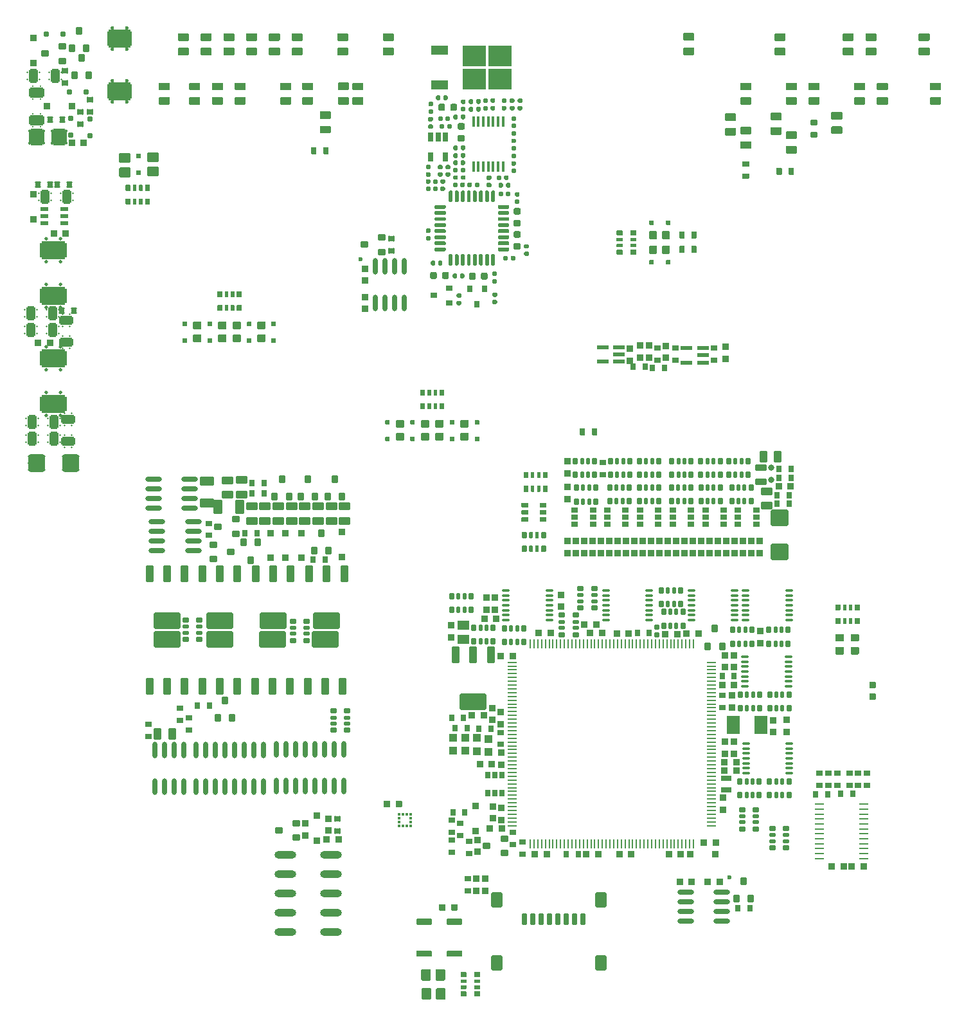
<source format=gtp>
G75*
G70*
%OFA0B0*%
%FSLAX25Y25*%
%IPPOS*%
%LPD*%
%AMOC8*
5,1,8,0,0,1.08239X$1,22.5*
%
%AMM147*
21,1,0.027560,0.030710,-0.000000,0.000000,180.000000*
21,1,0.022050,0.036220,-0.000000,0.000000,180.000000*
1,1,0.005510,0.015350,0.011020*
1,1,0.005510,0.015350,-0.011020*
1,1,0.005510,-0.015350,-0.011020*
1,1,0.005510,-0.015350,0.011020*
%
%AMM151*
21,1,0.033470,0.026770,-0.000000,0.000000,0.000000*
21,1,0.026770,0.033470,-0.000000,0.000000,0.000000*
1,1,0.006690,-0.013390,-0.013390*
1,1,0.006690,-0.013390,0.013390*
1,1,0.006690,0.013390,0.013390*
1,1,0.006690,0.013390,-0.013390*
%
%AMM154*
21,1,0.027560,0.030710,-0.000000,0.000000,90.000000*
21,1,0.022050,0.036220,-0.000000,0.000000,90.000000*
1,1,0.005510,0.011020,-0.015350*
1,1,0.005510,-0.011020,-0.015350*
1,1,0.005510,-0.011020,0.015350*
1,1,0.005510,0.011020,0.015350*
%
%AMM156*
21,1,0.033470,0.026770,-0.000000,0.000000,270.000000*
21,1,0.026770,0.033470,-0.000000,0.000000,270.000000*
1,1,0.006690,-0.013390,0.013390*
1,1,0.006690,0.013390,0.013390*
1,1,0.006690,0.013390,-0.013390*
1,1,0.006690,-0.013390,-0.013390*
%
%AMM173*
21,1,0.035430,0.050000,-0.000000,-0.000000,90.000000*
21,1,0.028350,0.057090,-0.000000,-0.000000,90.000000*
1,1,0.007090,-0.025000,-0.014170*
1,1,0.007090,-0.025000,0.014170*
1,1,0.007090,0.025000,0.014170*
1,1,0.007090,0.025000,-0.014170*
%
%AMM174*
21,1,0.086610,0.073230,-0.000000,-0.000000,90.000000*
21,1,0.069290,0.090550,-0.000000,-0.000000,90.000000*
1,1,0.017320,-0.036610,-0.034650*
1,1,0.017320,-0.036610,0.034650*
1,1,0.017320,0.036610,0.034650*
1,1,0.017320,0.036610,-0.034650*
%
%AMM175*
21,1,0.027560,0.030710,-0.000000,-0.000000,270.000000*
21,1,0.022050,0.036220,-0.000000,-0.000000,270.000000*
1,1,0.005510,0.015350,0.011020*
1,1,0.005510,0.015350,-0.011020*
1,1,0.005510,-0.015350,-0.011020*
1,1,0.005510,-0.015350,0.011020*
%
%AMM177*
21,1,0.025590,0.026380,-0.000000,-0.000000,180.000000*
21,1,0.020470,0.031500,-0.000000,-0.000000,180.000000*
1,1,0.005120,0.010240,-0.013190*
1,1,0.005120,-0.010240,-0.013190*
1,1,0.005120,-0.010240,0.013190*
1,1,0.005120,0.010240,0.013190*
%
%AMM178*
21,1,0.023620,0.030710,-0.000000,-0.000000,270.000000*
21,1,0.018900,0.035430,-0.000000,-0.000000,270.000000*
1,1,0.004720,0.015350,0.009450*
1,1,0.004720,0.015350,-0.009450*
1,1,0.004720,-0.015350,-0.009450*
1,1,0.004720,-0.015350,0.009450*
%
%AMM179*
21,1,0.033470,0.026770,-0.000000,-0.000000,90.000000*
21,1,0.026770,0.033470,-0.000000,-0.000000,90.000000*
1,1,0.006690,-0.013390,-0.013390*
1,1,0.006690,-0.013390,0.013390*
1,1,0.006690,0.013390,0.013390*
1,1,0.006690,0.013390,-0.013390*
%
%AMM180*
21,1,0.017720,0.027950,-0.000000,-0.000000,180.000000*
21,1,0.014170,0.031500,-0.000000,-0.000000,180.000000*
1,1,0.003540,0.007090,-0.013980*
1,1,0.003540,-0.007090,-0.013980*
1,1,0.003540,-0.007090,0.013980*
1,1,0.003540,0.007090,0.013980*
%
%AMM181*
21,1,0.039370,0.049210,-0.000000,-0.000000,270.000000*
21,1,0.031500,0.057090,-0.000000,-0.000000,270.000000*
1,1,0.007870,0.024610,0.015750*
1,1,0.007870,0.024610,-0.015750*
1,1,0.007870,-0.024610,-0.015750*
1,1,0.007870,-0.024610,0.015750*
%
%AMM182*
21,1,0.027560,0.030710,-0.000000,-0.000000,180.000000*
21,1,0.022050,0.036220,-0.000000,-0.000000,180.000000*
1,1,0.005510,0.011020,-0.015350*
1,1,0.005510,-0.011020,-0.015350*
1,1,0.005510,-0.011020,0.015350*
1,1,0.005510,0.011020,0.015350*
%
%AMM183*
21,1,0.039370,0.049210,-0.000000,-0.000000,0.000000*
21,1,0.031500,0.057090,-0.000000,-0.000000,0.000000*
1,1,0.007870,-0.015750,0.024610*
1,1,0.007870,0.015750,0.024610*
1,1,0.007870,0.015750,-0.024610*
1,1,0.007870,-0.015750,-0.024610*
%
%AMM185*
21,1,0.033470,0.026770,-0.000000,-0.000000,0.000000*
21,1,0.026770,0.033470,-0.000000,-0.000000,0.000000*
1,1,0.006690,-0.013390,0.013390*
1,1,0.006690,0.013390,0.013390*
1,1,0.006690,0.013390,-0.013390*
1,1,0.006690,-0.013390,-0.013390*
%
%AMM203*
21,1,0.033470,0.026770,-0.000000,-0.000000,180.000000*
21,1,0.026770,0.033470,-0.000000,-0.000000,180.000000*
1,1,0.006690,0.013390,-0.013390*
1,1,0.006690,-0.013390,-0.013390*
1,1,0.006690,-0.013390,0.013390*
1,1,0.006690,0.013390,0.013390*
%
%AMM204*
21,1,0.027560,0.030710,-0.000000,-0.000000,90.000000*
21,1,0.022050,0.036220,-0.000000,-0.000000,90.000000*
1,1,0.005510,-0.015350,-0.011020*
1,1,0.005510,-0.015350,0.011020*
1,1,0.005510,0.015350,0.011020*
1,1,0.005510,0.015350,-0.011020*
%
%AMM218*
21,1,0.035430,0.030320,-0.000000,0.000000,0.000000*
21,1,0.028350,0.037400,-0.000000,0.000000,0.000000*
1,1,0.007090,-0.015160,-0.014170*
1,1,0.007090,-0.015160,0.014170*
1,1,0.007090,0.015160,0.014170*
1,1,0.007090,0.015160,-0.014170*
%
%AMM229*
21,1,0.035830,0.026770,-0.000000,0.000000,270.000000*
21,1,0.029130,0.033470,-0.000000,0.000000,270.000000*
1,1,0.006690,-0.014570,0.013390*
1,1,0.006690,0.014570,0.013390*
1,1,0.006690,0.014570,-0.013390*
1,1,0.006690,-0.014570,-0.013390*
%
%AMM254*
21,1,0.027560,0.018900,-0.000000,-0.000000,0.000000*
21,1,0.022840,0.023620,-0.000000,-0.000000,0.000000*
1,1,0.004720,-0.011420,0.009450*
1,1,0.004720,0.011420,0.009450*
1,1,0.004720,0.011420,-0.009450*
1,1,0.004720,-0.011420,-0.009450*
%
%AMM255*
21,1,0.035430,0.030320,-0.000000,-0.000000,0.000000*
21,1,0.028350,0.037400,-0.000000,-0.000000,0.000000*
1,1,0.007090,-0.014170,0.015160*
1,1,0.007090,0.014170,0.015160*
1,1,0.007090,0.014170,-0.015160*
1,1,0.007090,-0.014170,-0.015160*
%
%AMM256*
21,1,0.025590,0.026380,-0.000000,-0.000000,90.000000*
21,1,0.020470,0.031500,-0.000000,-0.000000,90.000000*
1,1,0.005120,-0.013190,-0.010240*
1,1,0.005120,-0.013190,0.010240*
1,1,0.005120,0.013190,0.010240*
1,1,0.005120,0.013190,-0.010240*
%
%AMM257*
21,1,0.035830,0.026770,-0.000000,-0.000000,90.000000*
21,1,0.029130,0.033470,-0.000000,-0.000000,90.000000*
1,1,0.006690,-0.013390,-0.014570*
1,1,0.006690,-0.013390,0.014570*
1,1,0.006690,0.013390,0.014570*
1,1,0.006690,0.013390,-0.014570*
%
%AMM258*
21,1,0.137800,0.067720,-0.000000,-0.000000,180.000000*
21,1,0.120870,0.084650,-0.000000,-0.000000,180.000000*
1,1,0.016930,0.060430,-0.033860*
1,1,0.016930,-0.060430,-0.033860*
1,1,0.016930,-0.060430,0.033860*
1,1,0.016930,0.060430,0.033860*
%
%AMM259*
21,1,0.043310,0.075980,-0.000000,-0.000000,180.000000*
21,1,0.034650,0.084650,-0.000000,-0.000000,180.000000*
1,1,0.008660,0.017320,-0.037990*
1,1,0.008660,-0.017320,-0.037990*
1,1,0.008660,-0.017320,0.037990*
1,1,0.008660,0.017320,0.037990*
%
%AMM260*
21,1,0.035430,0.030320,-0.000000,-0.000000,90.000000*
21,1,0.028350,0.037400,-0.000000,-0.000000,90.000000*
1,1,0.007090,-0.015160,-0.014170*
1,1,0.007090,-0.015160,0.014170*
1,1,0.007090,0.015160,0.014170*
1,1,0.007090,0.015160,-0.014170*
%
%AMM266*
21,1,0.027560,0.030710,-0.000000,-0.000000,0.000000*
21,1,0.022050,0.036220,-0.000000,-0.000000,0.000000*
1,1,0.005510,-0.011020,0.015350*
1,1,0.005510,0.011020,0.015350*
1,1,0.005510,0.011020,-0.015350*
1,1,0.005510,-0.011020,-0.015350*
%
%AMM267*
21,1,0.039370,0.035430,-0.000000,-0.000000,90.000000*
21,1,0.031500,0.043310,-0.000000,-0.000000,90.000000*
1,1,0.007870,-0.017720,-0.015750*
1,1,0.007870,-0.017720,0.015750*
1,1,0.007870,0.017720,0.015750*
1,1,0.007870,0.017720,-0.015750*
%
%AMM269*
21,1,0.043310,0.075990,-0.000000,-0.000000,180.000000*
21,1,0.034650,0.084650,-0.000000,-0.000000,180.000000*
1,1,0.008660,0.017320,-0.037990*
1,1,0.008660,-0.017320,-0.037990*
1,1,0.008660,-0.017320,0.037990*
1,1,0.008660,0.017320,0.037990*
%
%AMM270*
21,1,0.023620,0.030710,-0.000000,-0.000000,0.000000*
21,1,0.018900,0.035430,-0.000000,-0.000000,0.000000*
1,1,0.004720,-0.009450,0.015350*
1,1,0.004720,0.009450,0.015350*
1,1,0.004720,0.009450,-0.015350*
1,1,0.004720,-0.009450,-0.015350*
%
%AMM271*
21,1,0.035830,0.026770,-0.000000,-0.000000,0.000000*
21,1,0.029130,0.033470,-0.000000,-0.000000,0.000000*
1,1,0.006690,-0.014570,0.013390*
1,1,0.006690,0.014570,0.013390*
1,1,0.006690,0.014570,-0.013390*
1,1,0.006690,-0.014570,-0.013390*
%
%AMM272*
21,1,0.027560,0.049610,-0.000000,-0.000000,90.000000*
21,1,0.022050,0.055120,-0.000000,-0.000000,90.000000*
1,1,0.005510,-0.024800,-0.011020*
1,1,0.005510,-0.024800,0.011020*
1,1,0.005510,0.024800,0.011020*
1,1,0.005510,0.024800,-0.011020*
%
%AMM273*
21,1,0.017720,0.027950,-0.000000,-0.000000,90.000000*
21,1,0.014170,0.031500,-0.000000,-0.000000,90.000000*
1,1,0.003540,-0.013980,-0.007090*
1,1,0.003540,-0.013980,0.007090*
1,1,0.003540,0.013980,0.007090*
1,1,0.003540,0.013980,-0.007090*
%
%AMM293*
21,1,0.070870,0.036220,-0.000000,0.000000,270.000000*
21,1,0.061810,0.045280,-0.000000,0.000000,270.000000*
1,1,0.009060,-0.030910,0.018110*
1,1,0.009060,0.030910,0.018110*
1,1,0.009060,0.030910,-0.018110*
1,1,0.009060,-0.030910,-0.018110*
%
%AMM298*
21,1,0.035830,0.026770,-0.000000,0.000000,180.000000*
21,1,0.029130,0.033470,-0.000000,0.000000,180.000000*
1,1,0.006690,0.013390,0.014570*
1,1,0.006690,0.013390,-0.014570*
1,1,0.006690,-0.013390,-0.014570*
1,1,0.006690,-0.013390,0.014570*
%
%AMM31*
21,1,0.027560,0.030710,0.000000,0.000000,270.000000*
21,1,0.022050,0.036220,0.000000,0.000000,270.000000*
1,1,0.005510,-0.015350,-0.011020*
1,1,0.005510,-0.015350,0.011020*
1,1,0.005510,0.015350,0.011020*
1,1,0.005510,0.015350,-0.011020*
%
%AMM315*
21,1,0.070870,0.036220,-0.000000,-0.000000,0.000000*
21,1,0.061810,0.045280,-0.000000,-0.000000,0.000000*
1,1,0.009060,-0.030910,0.018110*
1,1,0.009060,0.030910,0.018110*
1,1,0.009060,0.030910,-0.018110*
1,1,0.009060,-0.030910,-0.018110*
%
%AMM316*
21,1,0.070870,0.036220,-0.000000,-0.000000,90.000000*
21,1,0.061810,0.045280,-0.000000,-0.000000,90.000000*
1,1,0.009060,-0.018110,-0.030910*
1,1,0.009060,-0.018110,0.030910*
1,1,0.009060,0.018110,0.030910*
1,1,0.009060,0.018110,-0.030910*
%
%AMM317*
21,1,0.035430,0.030320,-0.000000,-0.000000,270.000000*
21,1,0.028350,0.037400,-0.000000,-0.000000,270.000000*
1,1,0.007090,0.015160,0.014170*
1,1,0.007090,0.015160,-0.014170*
1,1,0.007090,-0.015160,-0.014170*
1,1,0.007090,-0.015160,0.014170*
%
%AMM320*
21,1,0.035830,0.026770,-0.000000,-0.000000,270.000000*
21,1,0.029130,0.033470,-0.000000,-0.000000,270.000000*
1,1,0.006690,0.013390,0.014570*
1,1,0.006690,0.013390,-0.014570*
1,1,0.006690,-0.013390,-0.014570*
1,1,0.006690,-0.013390,0.014570*
%
%AMM321*
21,1,0.043310,0.075980,-0.000000,-0.000000,0.000000*
21,1,0.034650,0.084650,-0.000000,-0.000000,0.000000*
1,1,0.008660,-0.017320,0.037990*
1,1,0.008660,0.017320,0.037990*
1,1,0.008660,0.017320,-0.037990*
1,1,0.008660,-0.017320,-0.037990*
%
%AMM322*
21,1,0.137800,0.067720,-0.000000,-0.000000,0.000000*
21,1,0.120870,0.084650,-0.000000,-0.000000,0.000000*
1,1,0.016930,-0.060430,0.033860*
1,1,0.016930,0.060430,0.033860*
1,1,0.016930,0.060430,-0.033860*
1,1,0.016930,-0.060430,-0.033860*
%
%AMM323*
21,1,0.043310,0.075990,-0.000000,-0.000000,0.000000*
21,1,0.034650,0.084650,-0.000000,-0.000000,0.000000*
1,1,0.008660,-0.017320,0.037990*
1,1,0.008660,0.017320,0.037990*
1,1,0.008660,0.017320,-0.037990*
1,1,0.008660,-0.017320,-0.037990*
%
%AMM324*
21,1,0.017720,0.027950,-0.000000,-0.000000,270.000000*
21,1,0.014170,0.031500,-0.000000,-0.000000,270.000000*
1,1,0.003540,0.013980,0.007090*
1,1,0.003540,0.013980,-0.007090*
1,1,0.003540,-0.013980,-0.007090*
1,1,0.003540,-0.013980,0.007090*
%
%AMM325*
21,1,0.025590,0.026380,-0.000000,-0.000000,270.000000*
21,1,0.020470,0.031500,-0.000000,-0.000000,270.000000*
1,1,0.005120,0.013190,0.010240*
1,1,0.005120,0.013190,-0.010240*
1,1,0.005120,-0.013190,-0.010240*
1,1,0.005120,-0.013190,0.010240*
%
%AMM343*
21,1,0.035430,0.030320,-0.000000,0.000000,90.000000*
21,1,0.028350,0.037400,-0.000000,0.000000,90.000000*
1,1,0.007090,0.014170,-0.015160*
1,1,0.007090,-0.014170,-0.015160*
1,1,0.007090,-0.014170,0.015160*
1,1,0.007090,0.014170,0.015160*
%
%AMM345*
21,1,0.035830,0.026770,-0.000000,0.000000,90.000000*
21,1,0.029130,0.033470,-0.000000,0.000000,90.000000*
1,1,0.006690,0.014570,-0.013390*
1,1,0.006690,-0.014570,-0.013390*
1,1,0.006690,-0.014570,0.013390*
1,1,0.006690,0.014570,0.013390*
%
%AMM350*
21,1,0.035430,0.030320,0.000000,-0.000000,90.000000*
21,1,0.028350,0.037400,0.000000,-0.000000,90.000000*
1,1,0.007090,-0.014170,0.015160*
1,1,0.007090,0.014170,0.015160*
1,1,0.007090,0.014170,-0.015160*
1,1,0.007090,-0.014170,-0.015160*
%
%AMM351*
21,1,0.033470,0.026770,0.000000,-0.000000,270.000000*
21,1,0.026770,0.033470,0.000000,-0.000000,270.000000*
1,1,0.006690,0.013390,-0.013390*
1,1,0.006690,-0.013390,-0.013390*
1,1,0.006690,-0.013390,0.013390*
1,1,0.006690,0.013390,0.013390*
%
%AMM352*
21,1,0.027560,0.030710,0.000000,-0.000000,90.000000*
21,1,0.022050,0.036220,0.000000,-0.000000,90.000000*
1,1,0.005510,-0.011020,0.015350*
1,1,0.005510,0.011020,0.015350*
1,1,0.005510,0.011020,-0.015350*
1,1,0.005510,-0.011020,-0.015350*
%
%AMM358*
21,1,0.021650,0.052760,-0.000000,-0.000000,90.000000*
21,1,0.017320,0.057090,-0.000000,-0.000000,90.000000*
1,1,0.004330,-0.026380,-0.008660*
1,1,0.004330,-0.026380,0.008660*
1,1,0.004330,0.026380,0.008660*
1,1,0.004330,0.026380,-0.008660*
%
%AMM360*
21,1,0.094490,0.111020,-0.000000,0.000000,270.000000*
21,1,0.075590,0.129920,-0.000000,0.000000,270.000000*
1,1,0.018900,-0.037800,0.055510*
1,1,0.018900,0.037800,0.055510*
1,1,0.018900,0.037800,-0.055510*
1,1,0.018900,-0.037800,-0.055510*
%
%AMM361*
21,1,0.023620,0.018900,-0.000000,0.000000,0.000000*
21,1,0.018900,0.023620,-0.000000,0.000000,0.000000*
1,1,0.004720,-0.009450,-0.009450*
1,1,0.004720,-0.009450,0.009450*
1,1,0.004720,0.009450,0.009450*
1,1,0.004720,0.009450,-0.009450*
%
%AMM362*
21,1,0.023620,0.018900,-0.000000,0.000000,270.000000*
21,1,0.018900,0.023620,-0.000000,0.000000,270.000000*
1,1,0.004720,-0.009450,0.009450*
1,1,0.004720,0.009450,0.009450*
1,1,0.004720,0.009450,-0.009450*
1,1,0.004720,-0.009450,-0.009450*
%
%AMM364*
21,1,0.033470,0.026770,-0.000000,0.000000,180.000000*
21,1,0.026770,0.033470,-0.000000,0.000000,180.000000*
1,1,0.006690,0.013390,0.013390*
1,1,0.006690,0.013390,-0.013390*
1,1,0.006690,-0.013390,-0.013390*
1,1,0.006690,-0.013390,0.013390*
%
%AMM365*
21,1,0.078740,0.070870,-0.000000,0.000000,0.000000*
21,1,0.062990,0.086610,-0.000000,0.000000,0.000000*
1,1,0.015750,-0.035430,-0.031500*
1,1,0.015750,-0.035430,0.031500*
1,1,0.015750,0.035430,0.031500*
1,1,0.015750,0.035430,-0.031500*
%
%AMM366*
21,1,0.051180,0.068500,-0.000000,0.000000,270.000000*
21,1,0.040950,0.078740,-0.000000,0.000000,270.000000*
1,1,0.010240,-0.020470,0.034250*
1,1,0.010240,0.020470,0.034250*
1,1,0.010240,0.020470,-0.034250*
1,1,0.010240,-0.020470,-0.034250*
%
%AMM373*
21,1,0.070870,0.036220,-0.000000,0.000000,180.000000*
21,1,0.061810,0.045280,-0.000000,0.000000,180.000000*
1,1,0.009060,0.018110,0.030910*
1,1,0.009060,0.018110,-0.030910*
1,1,0.009060,-0.018110,-0.030910*
1,1,0.009060,-0.018110,0.030910*
%
%AMM374*
21,1,0.086610,0.073230,-0.000000,0.000000,180.000000*
21,1,0.069290,0.090550,-0.000000,0.000000,180.000000*
1,1,0.017320,0.036610,0.034650*
1,1,0.017320,0.036610,-0.034650*
1,1,0.017320,-0.036610,-0.034650*
1,1,0.017320,-0.036610,0.034650*
%
%AMM375*
21,1,0.021650,0.038980,-0.000000,0.000000,90.000000*
21,1,0.017320,0.043310,-0.000000,0.000000,90.000000*
1,1,0.004330,0.008660,-0.019490*
1,1,0.004330,-0.008660,-0.019490*
1,1,0.004330,-0.008660,0.019490*
1,1,0.004330,0.008660,0.019490*
%
%AMM376*
21,1,0.092520,0.119290,-0.000000,0.000000,270.000000*
21,1,0.074020,0.137800,-0.000000,0.000000,270.000000*
1,1,0.018500,-0.037010,0.059650*
1,1,0.018500,0.037010,0.059650*
1,1,0.018500,0.037010,-0.059650*
1,1,0.018500,-0.037010,-0.059650*
%
%AMM77*
21,1,0.078740,0.045670,0.000000,0.000000,270.000000*
21,1,0.067320,0.057090,0.000000,0.000000,270.000000*
1,1,0.011420,-0.022840,-0.033660*
1,1,0.011420,-0.022840,0.033660*
1,1,0.011420,0.022840,0.033660*
1,1,0.011420,0.022840,-0.033660*
%
%AMM78*
21,1,0.059060,0.020470,0.000000,0.000000,270.000000*
21,1,0.053940,0.025590,0.000000,0.000000,270.000000*
1,1,0.005120,-0.010240,-0.026970*
1,1,0.005120,-0.010240,0.026970*
1,1,0.005120,0.010240,0.026970*
1,1,0.005120,0.010240,-0.026970*
%
%AMM79*
21,1,0.033470,0.026770,0.000000,0.000000,90.000000*
21,1,0.026770,0.033470,0.000000,0.000000,90.000000*
1,1,0.006690,0.013390,0.013390*
1,1,0.006690,0.013390,-0.013390*
1,1,0.006690,-0.013390,-0.013390*
1,1,0.006690,-0.013390,0.013390*
%
%ADD109R,0.03543X0.03150*%
%ADD12O,0.05118X0.00866*%
%ADD128R,0.05906X0.05118*%
%ADD143C,0.02362*%
%ADD146O,0.02362X0.08661*%
%ADD157R,0.01476X0.01378*%
%ADD165M78*%
%ADD173O,0.00000X0.00000*%
%ADD198M31*%
%ADD20M79*%
%ADD239R,0.01378X0.01476*%
%ADD254R,0.03150X0.03543*%
%ADD258R,0.06693X0.09449*%
%ADD270C,0.03150*%
%ADD273O,0.04961X0.00984*%
%ADD281O,0.03937X0.01968*%
%ADD311O,0.08661X0.02362*%
%ADD321O,0.00866X0.05118*%
%ADD339M147*%
%ADD343M151*%
%ADD346M154*%
%ADD348M156*%
%ADD365M173*%
%ADD366M174*%
%ADD367M175*%
%ADD369M177*%
%ADD370M178*%
%ADD371M179*%
%ADD372M180*%
%ADD373M181*%
%ADD374M182*%
%ADD375M183*%
%ADD377M185*%
%ADD399M203*%
%ADD400M204*%
%ADD414M218*%
%ADD427M229*%
%ADD44O,0.04331X0.01181*%
%ADD456M254*%
%ADD457M255*%
%ADD458M256*%
%ADD459M257*%
%ADD460M258*%
%ADD461M259*%
%ADD462M260*%
%ADD468M266*%
%ADD469M267*%
%ADD471M269*%
%ADD472M270*%
%ADD473M271*%
%ADD474M272*%
%ADD475M273*%
%ADD501M293*%
%ADD512M298*%
%ADD532M315*%
%ADD533M316*%
%ADD534M317*%
%ADD537M320*%
%ADD538M321*%
%ADD539M322*%
%ADD540M323*%
%ADD541M324*%
%ADD542M325*%
%ADD560O,0.11221X0.04016*%
%ADD561M343*%
%ADD563M345*%
%ADD569M350*%
%ADD570M351*%
%ADD571M352*%
%ADD577M358*%
%ADD579M360*%
%ADD580M361*%
%ADD581M362*%
%ADD585M364*%
%ADD586M365*%
%ADD587M366*%
%ADD596M373*%
%ADD597M374*%
%ADD600M375*%
%ADD601M376*%
%ADD606R,0.02559X0.04803*%
%ADD607R,0.01772X0.05709*%
%ADD608R,0.08661X0.04724*%
%ADD610R,0.12008X0.10827*%
%ADD92M77*%
X0000000Y0000000D02*
%LPD*%
G01*
G36*
G01*
X0205360Y0474059D02*
X0205360Y0477129D01*
G75*
G02*
X0205635Y0477405I0000276J0000000D01*
G01*
X0207840Y0477405D01*
G75*
G02*
X0208116Y0477129I0000000J-000276D01*
G01*
X0208116Y0474059D01*
G75*
G02*
X0207840Y0473783I-000276J0000000D01*
G01*
X0205635Y0473783D01*
G75*
G02*
X0205360Y0474059I0000000J0000276D01*
G01*
G37*
G36*
G01*
X0211659Y0474059D02*
X0211659Y0477129D01*
G75*
G02*
X0211934Y0477405I0000276J0000000D01*
G01*
X0214139Y0477405D01*
G75*
G02*
X0214415Y0477129I0000000J-000276D01*
G01*
X0214415Y0474059D01*
G75*
G02*
X0214139Y0473783I-000276J0000000D01*
G01*
X0211934Y0473783D01*
G75*
G02*
X0211659Y0474059I0000000J0000276D01*
G01*
G37*
G36*
G01*
X0446697Y0463406D02*
X0446697Y0466476D01*
G75*
G02*
X0446972Y0466752I0000276J0000000D01*
G01*
X0449177Y0466752D01*
G75*
G02*
X0449453Y0466476I0000000J-000276D01*
G01*
X0449453Y0463406D01*
G75*
G02*
X0449177Y0463130I-000276J0000000D01*
G01*
X0446972Y0463130D01*
G75*
G02*
X0446697Y0463406I0000000J0000276D01*
G01*
G37*
G36*
G01*
X0452996Y0463406D02*
X0452996Y0466476D01*
G75*
G02*
X0453271Y0466752I0000276J0000000D01*
G01*
X0455476Y0466752D01*
G75*
G02*
X0455752Y0466476I0000000J-000276D01*
G01*
X0455752Y0463406D01*
G75*
G02*
X0455476Y0463130I-000276J0000000D01*
G01*
X0453271Y0463130D01*
G75*
G02*
X0452996Y0463406I0000000J0000276D01*
G01*
G37*
G36*
G01*
X0432287Y0461024D02*
X0429216Y0461024D01*
G75*
G02*
X0428941Y0461299I0000000J0000276D01*
G01*
X0428941Y0463504D01*
G75*
G02*
X0429216Y0463780I0000276J0000000D01*
G01*
X0432287Y0463780D01*
G75*
G02*
X0432563Y0463504I0000000J-000276D01*
G01*
X0432563Y0461299D01*
G75*
G02*
X0432287Y0461024I-000276J0000000D01*
G01*
G37*
G36*
G01*
X0432287Y0467323D02*
X0429216Y0467323D01*
G75*
G02*
X0428941Y0467598I0000000J0000276D01*
G01*
X0428941Y0469803D01*
G75*
G02*
X0429216Y0470079I0000276J0000000D01*
G01*
X0432287Y0470079D01*
G75*
G02*
X0432563Y0469803I0000000J-000276D01*
G01*
X0432563Y0467598D01*
G75*
G02*
X0432287Y0467323I-000276J0000000D01*
G01*
G37*
D173*
X0354594Y0045826D03*
X0324082Y0099172D03*
X0327114Y0040806D03*
G36*
G01*
X0315497Y0299078D02*
X0315497Y0301716D01*
G75*
G02*
X0315753Y0301972I0000256J0000000D01*
G01*
X0317801Y0301972D01*
G75*
G02*
X0318057Y0301716I0000000J-000256D01*
G01*
X0318057Y0299078D01*
G75*
G02*
X0317801Y0298822I-000256J0000000D01*
G01*
X0315753Y0298822D01*
G75*
G02*
X0315497Y0299078I0000000J0000256D01*
G01*
G37*
G36*
G01*
X0319336Y0299000D02*
X0319336Y0301795D01*
G75*
G02*
X0319513Y0301972I0000177J0000000D01*
G01*
X0320931Y0301972D01*
G75*
G02*
X0321108Y0301795I0000000J-000177D01*
G01*
X0321108Y0299000D01*
G75*
G02*
X0320931Y0298822I-000177J0000000D01*
G01*
X0319513Y0298822D01*
G75*
G02*
X0319336Y0299000I0000000J0000177D01*
G01*
G37*
G36*
G01*
X0322486Y0299000D02*
X0322486Y0301795D01*
G75*
G02*
X0322663Y0301972I0000177J0000000D01*
G01*
X0324080Y0301972D01*
G75*
G02*
X0324257Y0301795I0000000J-000177D01*
G01*
X0324257Y0299000D01*
G75*
G02*
X0324080Y0298822I-000177J0000000D01*
G01*
X0322663Y0298822D01*
G75*
G02*
X0322486Y0299000I0000000J0000177D01*
G01*
G37*
G36*
G01*
X0325537Y0299078D02*
X0325537Y0301716D01*
G75*
G02*
X0325793Y0301972I0000256J0000000D01*
G01*
X0327840Y0301972D01*
G75*
G02*
X0328096Y0301716I0000000J-000256D01*
G01*
X0328096Y0299078D01*
G75*
G02*
X0327840Y0298822I-000256J0000000D01*
G01*
X0325793Y0298822D01*
G75*
G02*
X0325537Y0299078I0000000J0000256D01*
G01*
G37*
G36*
G01*
X0325537Y0306165D02*
X0325537Y0308803D01*
G75*
G02*
X0325793Y0309059I0000256J0000000D01*
G01*
X0327840Y0309059D01*
G75*
G02*
X0328096Y0308803I0000000J-000256D01*
G01*
X0328096Y0306165D01*
G75*
G02*
X0327840Y0305909I-000256J0000000D01*
G01*
X0325793Y0305909D01*
G75*
G02*
X0325537Y0306165I0000000J0000256D01*
G01*
G37*
G36*
G01*
X0322486Y0306086D02*
X0322486Y0308881D01*
G75*
G02*
X0322663Y0309059I0000177J0000000D01*
G01*
X0324080Y0309059D01*
G75*
G02*
X0324257Y0308881I0000000J-000177D01*
G01*
X0324257Y0306086D01*
G75*
G02*
X0324080Y0305909I-000177J0000000D01*
G01*
X0322663Y0305909D01*
G75*
G02*
X0322486Y0306086I0000000J0000177D01*
G01*
G37*
G36*
G01*
X0319336Y0306086D02*
X0319336Y0308881D01*
G75*
G02*
X0319513Y0309059I0000177J0000000D01*
G01*
X0320931Y0309059D01*
G75*
G02*
X0321108Y0308881I0000000J-000177D01*
G01*
X0321108Y0306086D01*
G75*
G02*
X0320931Y0305909I-000177J0000000D01*
G01*
X0319513Y0305909D01*
G75*
G02*
X0319336Y0306086I0000000J0000177D01*
G01*
G37*
G36*
G01*
X0315497Y0306165D02*
X0315497Y0308803D01*
G75*
G02*
X0315753Y0309059I0000256J0000000D01*
G01*
X0317801Y0309059D01*
G75*
G02*
X0318057Y0308803I0000000J-000256D01*
G01*
X0318057Y0306165D01*
G75*
G02*
X0317801Y0305909I-000256J0000000D01*
G01*
X0315753Y0305909D01*
G75*
G02*
X0315497Y0306165I0000000J0000256D01*
G01*
G37*
G36*
G01*
X0206007Y0499409D02*
X0201085Y0499409D01*
G75*
G02*
X0200692Y0499803I0000000J0000394D01*
G01*
X0200692Y0502953D01*
G75*
G02*
X0201085Y0503346I0000394J0000000D01*
G01*
X0206007Y0503346D01*
G75*
G02*
X0206400Y0502953I0000000J-000394D01*
G01*
X0206400Y0499803D01*
G75*
G02*
X0206007Y0499409I-000394J0000000D01*
G01*
G37*
G36*
G01*
X0206007Y0506890D02*
X0201085Y0506890D01*
G75*
G02*
X0200692Y0507284I0000000J0000394D01*
G01*
X0200692Y0510433D01*
G75*
G02*
X0201085Y0510827I0000394J0000000D01*
G01*
X0206007Y0510827D01*
G75*
G02*
X0206400Y0510433I0000000J-000394D01*
G01*
X0206400Y0507284D01*
G75*
G02*
X0206007Y0506890I-000394J0000000D01*
G01*
G37*
G36*
G01*
X0292773Y0037322D02*
X0290135Y0037322D01*
G75*
G02*
X0289879Y0037578I0000000J0000256D01*
G01*
X0289879Y0039626D01*
G75*
G02*
X0290135Y0039881I0000256J0000000D01*
G01*
X0292773Y0039881D01*
G75*
G02*
X0293029Y0039626I0000000J-000256D01*
G01*
X0293029Y0037578D01*
G75*
G02*
X0292773Y0037322I-000256J0000000D01*
G01*
G37*
G36*
G01*
X0292852Y0041161D02*
X0290057Y0041161D01*
G75*
G02*
X0289879Y0041338I0000000J0000177D01*
G01*
X0289879Y0042755D01*
G75*
G02*
X0290057Y0042933I0000177J0000000D01*
G01*
X0292852Y0042933D01*
G75*
G02*
X0293029Y0042755I0000000J-000177D01*
G01*
X0293029Y0041338D01*
G75*
G02*
X0292852Y0041161I-000177J0000000D01*
G01*
G37*
G36*
G01*
X0292852Y0044311D02*
X0290057Y0044311D01*
G75*
G02*
X0289879Y0044488I0000000J0000177D01*
G01*
X0289879Y0045905D01*
G75*
G02*
X0290057Y0046082I0000177J0000000D01*
G01*
X0292852Y0046082D01*
G75*
G02*
X0293029Y0045905I0000000J-000177D01*
G01*
X0293029Y0044488D01*
G75*
G02*
X0292852Y0044311I-000177J0000000D01*
G01*
G37*
G36*
G01*
X0292773Y0047362D02*
X0290135Y0047362D01*
G75*
G02*
X0289879Y0047618I0000000J0000256D01*
G01*
X0289879Y0049665D01*
G75*
G02*
X0290135Y0049921I0000256J0000000D01*
G01*
X0292773Y0049921D01*
G75*
G02*
X0293029Y0049665I0000000J-000256D01*
G01*
X0293029Y0047618D01*
G75*
G02*
X0292773Y0047362I-000256J0000000D01*
G01*
G37*
G36*
G01*
X0285686Y0047362D02*
X0283049Y0047362D01*
G75*
G02*
X0282793Y0047618I0000000J0000256D01*
G01*
X0282793Y0049665D01*
G75*
G02*
X0283049Y0049921I0000256J0000000D01*
G01*
X0285686Y0049921D01*
G75*
G02*
X0285942Y0049665I0000000J-000256D01*
G01*
X0285942Y0047618D01*
G75*
G02*
X0285686Y0047362I-000256J0000000D01*
G01*
G37*
G36*
G01*
X0285765Y0044311D02*
X0282970Y0044311D01*
G75*
G02*
X0282793Y0044488I0000000J0000177D01*
G01*
X0282793Y0045905D01*
G75*
G02*
X0282970Y0046082I0000177J0000000D01*
G01*
X0285765Y0046082D01*
G75*
G02*
X0285942Y0045905I0000000J-000177D01*
G01*
X0285942Y0044488D01*
G75*
G02*
X0285765Y0044311I-000177J0000000D01*
G01*
G37*
G36*
G01*
X0285765Y0041161D02*
X0282970Y0041161D01*
G75*
G02*
X0282793Y0041338I0000000J0000177D01*
G01*
X0282793Y0042755D01*
G75*
G02*
X0282970Y0042933I0000177J0000000D01*
G01*
X0285765Y0042933D01*
G75*
G02*
X0285942Y0042755I0000000J-000177D01*
G01*
X0285942Y0041338D01*
G75*
G02*
X0285765Y0041161I-000177J0000000D01*
G01*
G37*
G36*
G01*
X0285686Y0037322D02*
X0283049Y0037322D01*
G75*
G02*
X0282793Y0037578I0000000J0000256D01*
G01*
X0282793Y0039626D01*
G75*
G02*
X0283049Y0039881I0000256J0000000D01*
G01*
X0285686Y0039881D01*
G75*
G02*
X0285942Y0039626I0000000J-000256D01*
G01*
X0285942Y0037578D01*
G75*
G02*
X0285686Y0037322I-000256J0000000D01*
G01*
G37*
G36*
G01*
X0464609Y0491563D02*
X0467680Y0491563D01*
G75*
G02*
X0467956Y0491288I0000000J-000276D01*
G01*
X0467956Y0489083D01*
G75*
G02*
X0467680Y0488807I-000276J0000000D01*
G01*
X0464609Y0488807D01*
G75*
G02*
X0464333Y0489083I0000000J0000276D01*
G01*
X0464333Y0491288D01*
G75*
G02*
X0464609Y0491563I0000276J0000000D01*
G01*
G37*
G36*
G01*
X0464609Y0485264D02*
X0467680Y0485264D01*
G75*
G02*
X0467956Y0484988I0000000J-000276D01*
G01*
X0467956Y0482784D01*
G75*
G02*
X0467680Y0482508I-000276J0000000D01*
G01*
X0464609Y0482508D01*
G75*
G02*
X0464333Y0482784I0000000J0000276D01*
G01*
X0464333Y0484988D01*
G75*
G02*
X0464609Y0485264I0000276J0000000D01*
G01*
G37*
G36*
G01*
X0242937Y0135669D02*
X0242937Y0138346D01*
G75*
G02*
X0243271Y0138681I0000335J0000000D01*
G01*
X0245949Y0138681D01*
G75*
G02*
X0246283Y0138346I0000000J-000335D01*
G01*
X0246283Y0135669D01*
G75*
G02*
X0245949Y0135335I-000335J0000000D01*
G01*
X0243271Y0135335D01*
G75*
G02*
X0242937Y0135669I0000000J0000335D01*
G01*
G37*
G36*
G01*
X0249157Y0135669D02*
X0249157Y0138346D01*
G75*
G02*
X0249492Y0138681I0000335J0000000D01*
G01*
X0252169Y0138681D01*
G75*
G02*
X0252504Y0138346I0000000J-000335D01*
G01*
X0252504Y0135669D01*
G75*
G02*
X0252169Y0135335I-000335J0000000D01*
G01*
X0249492Y0135335D01*
G75*
G02*
X0249157Y0135669I0000000J0000335D01*
G01*
G37*
G36*
G01*
X0451913Y0485591D02*
X0456834Y0485591D01*
G75*
G02*
X0457228Y0485197I0000000J-000394D01*
G01*
X0457228Y0482047D01*
G75*
G02*
X0456834Y0481654I-000394J0000000D01*
G01*
X0451913Y0481654D01*
G75*
G02*
X0451520Y0482047I0000000J0000394D01*
G01*
X0451520Y0485197D01*
G75*
G02*
X0451913Y0485591I0000394J0000000D01*
G01*
G37*
G36*
G01*
X0451913Y0478110D02*
X0456834Y0478110D01*
G75*
G02*
X0457228Y0477716I0000000J-000394D01*
G01*
X0457228Y0474567D01*
G75*
G02*
X0456834Y0474173I-000394J0000000D01*
G01*
X0451913Y0474173D01*
G75*
G02*
X0451520Y0474567I0000000J0000394D01*
G01*
X0451520Y0477716D01*
G75*
G02*
X0451913Y0478110I0000394J0000000D01*
G01*
G37*
G36*
G01*
X0147386Y0499409D02*
X0142464Y0499409D01*
G75*
G02*
X0142071Y0499803I0000000J0000394D01*
G01*
X0142071Y0502953D01*
G75*
G02*
X0142464Y0503346I0000394J0000000D01*
G01*
X0147386Y0503346D01*
G75*
G02*
X0147779Y0502953I0000000J-000394D01*
G01*
X0147779Y0499803D01*
G75*
G02*
X0147386Y0499409I-000394J0000000D01*
G01*
G37*
G36*
G01*
X0147386Y0506890D02*
X0142464Y0506890D01*
G75*
G02*
X0142071Y0507284I0000000J0000394D01*
G01*
X0142071Y0510433D01*
G75*
G02*
X0142464Y0510827I0000394J0000000D01*
G01*
X0147386Y0510827D01*
G75*
G02*
X0147779Y0510433I0000000J-000394D01*
G01*
X0147779Y0507284D01*
G75*
G02*
X0147386Y0506890I-000394J0000000D01*
G01*
G37*
X0225761Y0291797D03*
G36*
G01*
X0165102Y0525000D02*
X0160181Y0525000D01*
G75*
G02*
X0159787Y0525394I0000000J0000394D01*
G01*
X0159787Y0528543D01*
G75*
G02*
X0160181Y0528937I0000394J0000000D01*
G01*
X0165102Y0528937D01*
G75*
G02*
X0165496Y0528543I0000000J-000394D01*
G01*
X0165496Y0525394D01*
G75*
G02*
X0165102Y0525000I-000394J0000000D01*
G01*
G37*
G36*
G01*
X0165102Y0532480D02*
X0160181Y0532480D01*
G75*
G02*
X0159787Y0532874I0000000J0000394D01*
G01*
X0159787Y0536024D01*
G75*
G02*
X0160181Y0536417I0000394J0000000D01*
G01*
X0165102Y0536417D01*
G75*
G02*
X0165496Y0536024I0000000J-000394D01*
G01*
X0165496Y0532874D01*
G75*
G02*
X0165102Y0532480I-000394J0000000D01*
G01*
G37*
G36*
G01*
X0267635Y0041043D02*
X0267635Y0036161D01*
G75*
G02*
X0267123Y0035649I-000512J0000000D01*
G01*
X0263029Y0035649D01*
G75*
G02*
X0262517Y0036161I0000000J0000512D01*
G01*
X0262517Y0041043D01*
G75*
G02*
X0263029Y0041555I0000512J0000000D01*
G01*
X0267123Y0041555D01*
G75*
G02*
X0267635Y0041043I0000000J-000512D01*
G01*
G37*
G36*
G01*
X0275116Y0041043D02*
X0275116Y0036161D01*
G75*
G02*
X0274604Y0035649I-000512J0000000D01*
G01*
X0270509Y0035649D01*
G75*
G02*
X0269997Y0036161I0000000J0000512D01*
G01*
X0269997Y0041043D01*
G75*
G02*
X0270509Y0041555I0000512J0000000D01*
G01*
X0274604Y0041555D01*
G75*
G02*
X0275116Y0041043I0000000J-000512D01*
G01*
G37*
G36*
G01*
X0433212Y0499390D02*
X0428291Y0499390D01*
G75*
G02*
X0427897Y0499783I0000000J0000394D01*
G01*
X0427897Y0502933D01*
G75*
G02*
X0428291Y0503327I0000394J0000000D01*
G01*
X0433212Y0503327D01*
G75*
G02*
X0433606Y0502933I0000000J-000394D01*
G01*
X0433606Y0499783D01*
G75*
G02*
X0433212Y0499390I-000394J0000000D01*
G01*
G37*
G36*
G01*
X0433212Y0506870D02*
X0428291Y0506870D01*
G75*
G02*
X0427897Y0507264I0000000J0000394D01*
G01*
X0427897Y0510413D01*
G75*
G02*
X0428291Y0510807I0000394J0000000D01*
G01*
X0433212Y0510807D01*
G75*
G02*
X0433606Y0510413I0000000J-000394D01*
G01*
X0433606Y0507264D01*
G75*
G02*
X0433212Y0506870I-000394J0000000D01*
G01*
G37*
G36*
G01*
X0246103Y0335790D02*
X0246103Y0333901D01*
G75*
G02*
X0245867Y0333664I-000236J0000000D01*
G01*
X0243977Y0333664D01*
G75*
G02*
X0243741Y0333901I0000000J0000236D01*
G01*
X0243741Y0335790D01*
G75*
G02*
X0243977Y0336027I0000236J0000000D01*
G01*
X0245867Y0336027D01*
G75*
G02*
X0246103Y0335790I0000000J-000236D01*
G01*
G37*
G36*
G01*
X0246103Y0327129D02*
X0246103Y0325239D01*
G75*
G02*
X0245867Y0325003I-000236J0000000D01*
G01*
X0243977Y0325003D01*
G75*
G02*
X0243741Y0325239I0000000J0000236D01*
G01*
X0243741Y0327129D01*
G75*
G02*
X0243977Y0327365I0000236J0000000D01*
G01*
X0245867Y0327365D01*
G75*
G02*
X0246103Y0327129I0000000J-000236D01*
G01*
G37*
G36*
G01*
X0271749Y0082145D02*
X0271749Y0084822D01*
G75*
G02*
X0272084Y0085157I0000335J0000000D01*
G01*
X0274761Y0085157D01*
G75*
G02*
X0275096Y0084822I0000000J-000335D01*
G01*
X0275096Y0082145D01*
G75*
G02*
X0274761Y0081811I-000335J0000000D01*
G01*
X0272084Y0081811D01*
G75*
G02*
X0271749Y0082145I0000000J0000335D01*
G01*
G37*
G36*
G01*
X0277970Y0082145D02*
X0277970Y0084822D01*
G75*
G02*
X0278305Y0085157I0000335J0000000D01*
G01*
X0280982Y0085157D01*
G75*
G02*
X0281316Y0084822I0000000J-000335D01*
G01*
X0281316Y0082145D01*
G75*
G02*
X0280982Y0081811I-000335J0000000D01*
G01*
X0278305Y0081811D01*
G75*
G02*
X0277970Y0082145I0000000J0000335D01*
G01*
G37*
G36*
G01*
X0260273Y0077578D02*
X0267517Y0077578D01*
G75*
G02*
X0267832Y0077263I0000000J-000315D01*
G01*
X0267832Y0074744D01*
G75*
G02*
X0267517Y0074429I-000315J0000000D01*
G01*
X0260273Y0074429D01*
G75*
G02*
X0259958Y0074744I0000000J0000315D01*
G01*
X0259958Y0077263D01*
G75*
G02*
X0260273Y0077578I0000315J0000000D01*
G01*
G37*
G36*
G01*
X0260273Y0061043D02*
X0267517Y0061043D01*
G75*
G02*
X0267832Y0060728I0000000J-000315D01*
G01*
X0267832Y0058208D01*
G75*
G02*
X0267517Y0057893I-000315J0000000D01*
G01*
X0260273Y0057893D01*
G75*
G02*
X0259958Y0058208I0000000J0000315D01*
G01*
X0259958Y0060728D01*
G75*
G02*
X0260273Y0061043I0000315J0000000D01*
G01*
G37*
G36*
G01*
X0283111Y0336027D02*
X0286654Y0336027D01*
G75*
G02*
X0287048Y0335633I0000000J-000394D01*
G01*
X0287048Y0332483D01*
G75*
G02*
X0286654Y0332090I-000394J0000000D01*
G01*
X0283111Y0332090D01*
G75*
G02*
X0282717Y0332483I0000000J0000394D01*
G01*
X0282717Y0335633D01*
G75*
G02*
X0283111Y0336027I0000394J0000000D01*
G01*
G37*
G36*
G01*
X0283111Y0329334D02*
X0286654Y0329334D01*
G75*
G02*
X0287048Y0328940I0000000J-000394D01*
G01*
X0287048Y0325790D01*
G75*
G02*
X0286654Y0325397I-000394J0000000D01*
G01*
X0283111Y0325397D01*
G75*
G02*
X0282717Y0325790I0000000J0000394D01*
G01*
X0282717Y0328940D01*
G75*
G02*
X0283111Y0329334I0000394J0000000D01*
G01*
G37*
G36*
G01*
X0425338Y0483445D02*
X0420417Y0483445D01*
G75*
G02*
X0420023Y0483839I0000000J0000394D01*
G01*
X0420023Y0486988D01*
G75*
G02*
X0420417Y0487382I0000394J0000000D01*
G01*
X0425338Y0487382D01*
G75*
G02*
X0425732Y0486988I0000000J-000394D01*
G01*
X0425732Y0483839D01*
G75*
G02*
X0425338Y0483445I-000394J0000000D01*
G01*
G37*
G36*
G01*
X0425338Y0490925D02*
X0420417Y0490925D01*
G75*
G02*
X0420023Y0491319I0000000J0000394D01*
G01*
X0420023Y0494469D01*
G75*
G02*
X0420417Y0494862I0000394J0000000D01*
G01*
X0425338Y0494862D01*
G75*
G02*
X0425732Y0494469I0000000J-000394D01*
G01*
X0425732Y0491319D01*
G75*
G02*
X0425338Y0490925I-000394J0000000D01*
G01*
G37*
G36*
G01*
X0188724Y0525000D02*
X0183803Y0525000D01*
G75*
G02*
X0183409Y0525394I0000000J0000394D01*
G01*
X0183409Y0528543D01*
G75*
G02*
X0183803Y0528937I0000394J0000000D01*
G01*
X0188724Y0528937D01*
G75*
G02*
X0189118Y0528543I0000000J-000394D01*
G01*
X0189118Y0525394D01*
G75*
G02*
X0188724Y0525000I-000394J0000000D01*
G01*
G37*
G36*
G01*
X0188724Y0532480D02*
X0183803Y0532480D01*
G75*
G02*
X0183409Y0532874I0000000J0000394D01*
G01*
X0183409Y0536024D01*
G75*
G02*
X0183803Y0536417I0000394J0000000D01*
G01*
X0188724Y0536417D01*
G75*
G02*
X0189118Y0536024I0000000J-000394D01*
G01*
X0189118Y0532874D01*
G75*
G02*
X0188724Y0532480I-000394J0000000D01*
G01*
G37*
G36*
G01*
X0292511Y0335784D02*
X0292511Y0333895D01*
G75*
G02*
X0292274Y0333658I-000236J0000000D01*
G01*
X0290385Y0333658D01*
G75*
G02*
X0290148Y0333895I0000000J0000236D01*
G01*
X0290148Y0335784D01*
G75*
G02*
X0290385Y0336021I0000236J0000000D01*
G01*
X0292274Y0336021D01*
G75*
G02*
X0292511Y0335784I0000000J-000236D01*
G01*
G37*
G36*
G01*
X0292511Y0327123D02*
X0292511Y0325233D01*
G75*
G02*
X0292274Y0324997I-000236J0000000D01*
G01*
X0290385Y0324997D01*
G75*
G02*
X0290148Y0325233I0000000J0000236D01*
G01*
X0290148Y0327123D01*
G75*
G02*
X0290385Y0327359I0000236J0000000D01*
G01*
X0292274Y0327359D01*
G75*
G02*
X0292511Y0327123I0000000J-000236D01*
G01*
G37*
G36*
G01*
X0131638Y0499409D02*
X0126716Y0499409D01*
G75*
G02*
X0126323Y0499803I0000000J0000394D01*
G01*
X0126323Y0502953D01*
G75*
G02*
X0126716Y0503346I0000394J0000000D01*
G01*
X0131638Y0503346D01*
G75*
G02*
X0132031Y0502953I0000000J-000394D01*
G01*
X0132031Y0499803D01*
G75*
G02*
X0131638Y0499409I-000394J0000000D01*
G01*
G37*
G36*
G01*
X0131638Y0506890D02*
X0126716Y0506890D01*
G75*
G02*
X0126323Y0507284I0000000J0000394D01*
G01*
X0126323Y0510433D01*
G75*
G02*
X0126716Y0510827I0000394J0000000D01*
G01*
X0131638Y0510827D01*
G75*
G02*
X0132031Y0510433I0000000J-000394D01*
G01*
X0132031Y0507284D01*
G75*
G02*
X0131638Y0506890I-000394J0000000D01*
G01*
G37*
G36*
G01*
X0153888Y0386766D02*
X0153888Y0384876D01*
G75*
G02*
X0153652Y0384640I-000236J0000000D01*
G01*
X0151762Y0384640D01*
G75*
G02*
X0151526Y0384876I0000000J0000236D01*
G01*
X0151526Y0386766D01*
G75*
G02*
X0151762Y0387002I0000236J0000000D01*
G01*
X0153652Y0387002D01*
G75*
G02*
X0153888Y0386766I0000000J-000236D01*
G01*
G37*
G36*
G01*
X0153888Y0378104D02*
X0153888Y0376215D01*
G75*
G02*
X0153652Y0375978I-000236J0000000D01*
G01*
X0151762Y0375978D01*
G75*
G02*
X0151526Y0376215I0000000J0000236D01*
G01*
X0151526Y0378104D01*
G75*
G02*
X0151762Y0378341I0000236J0000000D01*
G01*
X0153652Y0378341D01*
G75*
G02*
X0153888Y0378104I0000000J-000236D01*
G01*
G37*
G36*
G01*
X0125712Y0469685D02*
X0120831Y0469685D01*
G75*
G02*
X0120319Y0470197I0000000J0000512D01*
G01*
X0120319Y0474291D01*
G75*
G02*
X0120831Y0474803I0000512J0000000D01*
G01*
X0125712Y0474803D01*
G75*
G02*
X0126224Y0474291I0000000J-000512D01*
G01*
X0126224Y0470197D01*
G75*
G02*
X0125712Y0469685I-000512J0000000D01*
G01*
G37*
G36*
G01*
X0125712Y0462205D02*
X0120831Y0462205D01*
G75*
G02*
X0120319Y0462717I0000000J0000512D01*
G01*
X0120319Y0466811D01*
G75*
G02*
X0120831Y0467323I0000512J0000000D01*
G01*
X0125712Y0467323D01*
G75*
G02*
X0126224Y0466811I0000000J-000512D01*
G01*
X0126224Y0462717D01*
G75*
G02*
X0125712Y0462205I-000512J0000000D01*
G01*
G37*
G36*
G01*
X0274450Y0351519D02*
X0274450Y0348881D01*
G75*
G02*
X0274194Y0348625I-000256J0000000D01*
G01*
X0272146Y0348625D01*
G75*
G02*
X0271891Y0348881I0000000J0000256D01*
G01*
X0271891Y0351519D01*
G75*
G02*
X0272146Y0351775I0000256J0000000D01*
G01*
X0274194Y0351775D01*
G75*
G02*
X0274450Y0351519I0000000J-000256D01*
G01*
G37*
G36*
G01*
X0270611Y0351597D02*
X0270611Y0348802D01*
G75*
G02*
X0270434Y0348625I-000177J0000000D01*
G01*
X0269017Y0348625D01*
G75*
G02*
X0268839Y0348802I0000000J0000177D01*
G01*
X0268839Y0351597D01*
G75*
G02*
X0269017Y0351775I0000177J0000000D01*
G01*
X0270434Y0351775D01*
G75*
G02*
X0270611Y0351597I0000000J-000177D01*
G01*
G37*
G36*
G01*
X0267461Y0351597D02*
X0267461Y0348802D01*
G75*
G02*
X0267284Y0348625I-000177J0000000D01*
G01*
X0265867Y0348625D01*
G75*
G02*
X0265690Y0348802I0000000J0000177D01*
G01*
X0265690Y0351597D01*
G75*
G02*
X0265867Y0351775I0000177J0000000D01*
G01*
X0267284Y0351775D01*
G75*
G02*
X0267461Y0351597I0000000J-000177D01*
G01*
G37*
G36*
G01*
X0264410Y0351519D02*
X0264410Y0348881D01*
G75*
G02*
X0264154Y0348625I-000256J0000000D01*
G01*
X0262107Y0348625D01*
G75*
G02*
X0261851Y0348881I0000000J0000256D01*
G01*
X0261851Y0351519D01*
G75*
G02*
X0262107Y0351775I0000256J0000000D01*
G01*
X0264154Y0351775D01*
G75*
G02*
X0264410Y0351519I0000000J-000256D01*
G01*
G37*
G36*
G01*
X0264410Y0344432D02*
X0264410Y0341794D01*
G75*
G02*
X0264154Y0341538I-000256J0000000D01*
G01*
X0262107Y0341538D01*
G75*
G02*
X0261851Y0341794I0000000J0000256D01*
G01*
X0261851Y0344432D01*
G75*
G02*
X0262107Y0344688I0000256J0000000D01*
G01*
X0264154Y0344688D01*
G75*
G02*
X0264410Y0344432I0000000J-000256D01*
G01*
G37*
G36*
G01*
X0267461Y0344511D02*
X0267461Y0341716D01*
G75*
G02*
X0267284Y0341538I-000177J0000000D01*
G01*
X0265867Y0341538D01*
G75*
G02*
X0265690Y0341716I0000000J0000177D01*
G01*
X0265690Y0344511D01*
G75*
G02*
X0265867Y0344688I0000177J0000000D01*
G01*
X0267284Y0344688D01*
G75*
G02*
X0267461Y0344511I0000000J-000177D01*
G01*
G37*
G36*
G01*
X0270611Y0344511D02*
X0270611Y0341716D01*
G75*
G02*
X0270434Y0341538I-000177J0000000D01*
G01*
X0269017Y0341538D01*
G75*
G02*
X0268839Y0341716I0000000J0000177D01*
G01*
X0268839Y0344511D01*
G75*
G02*
X0269017Y0344688I0000177J0000000D01*
G01*
X0270434Y0344688D01*
G75*
G02*
X0270611Y0344511I0000000J-000177D01*
G01*
G37*
G36*
G01*
X0274450Y0344432D02*
X0274450Y0341794D01*
G75*
G02*
X0274194Y0341538I-000256J0000000D01*
G01*
X0272146Y0341538D01*
G75*
G02*
X0271891Y0341794I0000000J0000256D01*
G01*
X0271891Y0344432D01*
G75*
G02*
X0272146Y0344688I0000256J0000000D01*
G01*
X0274194Y0344688D01*
G75*
G02*
X0274450Y0344432I0000000J-000256D01*
G01*
G37*
G36*
G01*
X0486362Y0524980D02*
X0481441Y0524980D01*
G75*
G02*
X0481047Y0525374I0000000J0000394D01*
G01*
X0481047Y0528524D01*
G75*
G02*
X0481441Y0528917I0000394J0000000D01*
G01*
X0486362Y0528917D01*
G75*
G02*
X0486756Y0528524I0000000J-000394D01*
G01*
X0486756Y0525374D01*
G75*
G02*
X0486362Y0524980I-000394J0000000D01*
G01*
G37*
G36*
G01*
X0486362Y0532461D02*
X0481441Y0532461D01*
G75*
G02*
X0481047Y0532854I0000000J0000394D01*
G01*
X0481047Y0536004D01*
G75*
G02*
X0481441Y0536398I0000394J0000000D01*
G01*
X0486362Y0536398D01*
G75*
G02*
X0486756Y0536004I0000000J-000394D01*
G01*
X0486756Y0532854D01*
G75*
G02*
X0486362Y0532461I-000394J0000000D01*
G01*
G37*
G36*
G01*
X0380948Y0418876D02*
X0382837Y0418876D01*
G75*
G02*
X0383074Y0418640I0000000J-000236D01*
G01*
X0383074Y0416750D01*
G75*
G02*
X0382837Y0416514I-000236J0000000D01*
G01*
X0380948Y0416514D01*
G75*
G02*
X0380711Y0416750I0000000J0000236D01*
G01*
X0380711Y0418640D01*
G75*
G02*
X0380948Y0418876I0000236J0000000D01*
G01*
G37*
G36*
G01*
X0389609Y0418876D02*
X0391499Y0418876D01*
G75*
G02*
X0391735Y0418640I0000000J-000236D01*
G01*
X0391735Y0416750D01*
G75*
G02*
X0391499Y0416514I-000236J0000000D01*
G01*
X0389609Y0416514D01*
G75*
G02*
X0389373Y0416750I0000000J0000236D01*
G01*
X0389373Y0418640D01*
G75*
G02*
X0389609Y0418876I0000236J0000000D01*
G01*
G37*
G36*
G01*
X0468646Y0499390D02*
X0463724Y0499390D01*
G75*
G02*
X0463331Y0499783I0000000J0000394D01*
G01*
X0463331Y0502933D01*
G75*
G02*
X0463724Y0503327I0000394J0000000D01*
G01*
X0468646Y0503327D01*
G75*
G02*
X0469039Y0502933I0000000J-000394D01*
G01*
X0469039Y0499783D01*
G75*
G02*
X0468646Y0499390I-000394J0000000D01*
G01*
G37*
G36*
G01*
X0468646Y0506870D02*
X0463724Y0506870D01*
G75*
G02*
X0463331Y0507264I0000000J0000394D01*
G01*
X0463331Y0510413D01*
G75*
G02*
X0463724Y0510807I0000394J0000000D01*
G01*
X0468646Y0510807D01*
G75*
G02*
X0469039Y0510413I0000000J-000394D01*
G01*
X0469039Y0507264D01*
G75*
G02*
X0468646Y0506870I-000394J0000000D01*
G01*
G37*
X0230147Y0409427D03*
G36*
G01*
X0498173Y0524980D02*
X0493252Y0524980D01*
G75*
G02*
X0492858Y0525374I0000000J0000394D01*
G01*
X0492858Y0528524D01*
G75*
G02*
X0493252Y0528917I0000394J0000000D01*
G01*
X0498173Y0528917D01*
G75*
G02*
X0498567Y0528524I0000000J-000394D01*
G01*
X0498567Y0525374D01*
G75*
G02*
X0498173Y0524980I-000394J0000000D01*
G01*
G37*
G36*
G01*
X0498173Y0532461D02*
X0493252Y0532461D01*
G75*
G02*
X0492858Y0532854I0000000J0000394D01*
G01*
X0492858Y0536004D01*
G75*
G02*
X0493252Y0536398I0000394J0000000D01*
G01*
X0498173Y0536398D01*
G75*
G02*
X0498567Y0536004I0000000J-000394D01*
G01*
X0498567Y0532854D01*
G75*
G02*
X0498173Y0532461I-000394J0000000D01*
G01*
G37*
G36*
G01*
X0276021Y0077578D02*
X0283265Y0077578D01*
G75*
G02*
X0283580Y0077263I0000000J-000315D01*
G01*
X0283580Y0074744D01*
G75*
G02*
X0283265Y0074429I-000315J0000000D01*
G01*
X0276021Y0074429D01*
G75*
G02*
X0275706Y0074744I0000000J0000315D01*
G01*
X0275706Y0077263D01*
G75*
G02*
X0276021Y0077578I0000315J0000000D01*
G01*
G37*
G36*
G01*
X0276021Y0061043D02*
X0283265Y0061043D01*
G75*
G02*
X0283580Y0060728I0000000J-000315D01*
G01*
X0283580Y0058208D01*
G75*
G02*
X0283265Y0057893I-000315J0000000D01*
G01*
X0276021Y0057893D01*
G75*
G02*
X0275706Y0058208I0000000J0000315D01*
G01*
X0275706Y0060728D01*
G75*
G02*
X0276021Y0061043I0000315J0000000D01*
G01*
G37*
G36*
G01*
X0224157Y0525000D02*
X0219236Y0525000D01*
G75*
G02*
X0218842Y0525394I0000000J0000394D01*
G01*
X0218842Y0528543D01*
G75*
G02*
X0219236Y0528937I0000394J0000000D01*
G01*
X0224157Y0528937D01*
G75*
G02*
X0224551Y0528543I0000000J-000394D01*
G01*
X0224551Y0525394D01*
G75*
G02*
X0224157Y0525000I-000394J0000000D01*
G01*
G37*
G36*
G01*
X0224157Y0532480D02*
X0219236Y0532480D01*
G75*
G02*
X0218842Y0532874I0000000J0000394D01*
G01*
X0218842Y0536024D01*
G75*
G02*
X0219236Y0536417I0000394J0000000D01*
G01*
X0224157Y0536417D01*
G75*
G02*
X0224551Y0536024I0000000J-000394D01*
G01*
X0224551Y0532874D01*
G75*
G02*
X0224157Y0532480I-000394J0000000D01*
G01*
G37*
G36*
G01*
X0141480Y0525000D02*
X0136559Y0525000D01*
G75*
G02*
X0136165Y0525394I0000000J0000394D01*
G01*
X0136165Y0528543D01*
G75*
G02*
X0136559Y0528937I0000394J0000000D01*
G01*
X0141480Y0528937D01*
G75*
G02*
X0141874Y0528543I0000000J-000394D01*
G01*
X0141874Y0525394D01*
G75*
G02*
X0141480Y0525000I-000394J0000000D01*
G01*
G37*
G36*
G01*
X0141480Y0532480D02*
X0136559Y0532480D01*
G75*
G02*
X0136165Y0532874I0000000J0000394D01*
G01*
X0136165Y0536024D01*
G75*
G02*
X0136559Y0536417I0000394J0000000D01*
G01*
X0141480Y0536417D01*
G75*
G02*
X0141874Y0536024I0000000J-000394D01*
G01*
X0141874Y0532874D01*
G75*
G02*
X0141480Y0532480I-000394J0000000D01*
G01*
G37*
G36*
G01*
X0140945Y0386772D02*
X0140945Y0384882D01*
G75*
G02*
X0140709Y0384646I-000236J0000000D01*
G01*
X0138819Y0384646D01*
G75*
G02*
X0138583Y0384882I0000000J0000236D01*
G01*
X0138583Y0386772D01*
G75*
G02*
X0138819Y0387008I0000236J0000000D01*
G01*
X0140709Y0387008D01*
G75*
G02*
X0140945Y0386772I0000000J-000236D01*
G01*
G37*
G36*
G01*
X0140945Y0378110D02*
X0140945Y0376220D01*
G75*
G02*
X0140709Y0375984I-000236J0000000D01*
G01*
X0138819Y0375984D01*
G75*
G02*
X0138583Y0376220I0000000J0000236D01*
G01*
X0138583Y0378110D01*
G75*
G02*
X0138819Y0378346I0000236J0000000D01*
G01*
X0140709Y0378346D01*
G75*
G02*
X0140945Y0378110I0000000J-000236D01*
G01*
G37*
G36*
G01*
X0380711Y0429949D02*
X0380711Y0433492D01*
G75*
G02*
X0381105Y0433886I0000394J0000000D01*
G01*
X0384255Y0433886D01*
G75*
G02*
X0384648Y0433492I0000000J-000394D01*
G01*
X0384648Y0429949D01*
G75*
G02*
X0384255Y0429555I-000394J0000000D01*
G01*
X0381105Y0429555D01*
G75*
G02*
X0380711Y0429949I0000000J0000394D01*
G01*
G37*
G36*
G01*
X0387404Y0429949D02*
X0387404Y0433492D01*
G75*
G02*
X0387798Y0433886I0000394J0000000D01*
G01*
X0390948Y0433886D01*
G75*
G02*
X0391341Y0433492I0000000J-000394D01*
G01*
X0391341Y0429949D01*
G75*
G02*
X0390948Y0429555I-000394J0000000D01*
G01*
X0387798Y0429555D01*
G75*
G02*
X0387404Y0429949I0000000J0000394D01*
G01*
G37*
G36*
G01*
X0364038Y0434280D02*
X0366676Y0434280D01*
G75*
G02*
X0366932Y0434024I0000000J-000256D01*
G01*
X0366932Y0431977D01*
G75*
G02*
X0366676Y0431721I-000256J0000000D01*
G01*
X0364038Y0431721D01*
G75*
G02*
X0363782Y0431977I0000000J0000256D01*
G01*
X0363782Y0434024D01*
G75*
G02*
X0364038Y0434280I0000256J0000000D01*
G01*
G37*
G36*
G01*
X0363959Y0430441D02*
X0366755Y0430441D01*
G75*
G02*
X0366932Y0430264I0000000J-000177D01*
G01*
X0366932Y0428847D01*
G75*
G02*
X0366755Y0428670I-000177J0000000D01*
G01*
X0363959Y0428670D01*
G75*
G02*
X0363782Y0428847I0000000J0000177D01*
G01*
X0363782Y0430264D01*
G75*
G02*
X0363959Y0430441I0000177J0000000D01*
G01*
G37*
G36*
G01*
X0363959Y0427292D02*
X0366755Y0427292D01*
G75*
G02*
X0366932Y0427114I0000000J-000177D01*
G01*
X0366932Y0425697D01*
G75*
G02*
X0366755Y0425520I-000177J0000000D01*
G01*
X0363959Y0425520D01*
G75*
G02*
X0363782Y0425697I0000000J0000177D01*
G01*
X0363782Y0427114D01*
G75*
G02*
X0363959Y0427292I0000177J0000000D01*
G01*
G37*
G36*
G01*
X0364038Y0424240D02*
X0366676Y0424240D01*
G75*
G02*
X0366932Y0423984I0000000J-000256D01*
G01*
X0366932Y0421937D01*
G75*
G02*
X0366676Y0421681I-000256J0000000D01*
G01*
X0364038Y0421681D01*
G75*
G02*
X0363782Y0421937I0000000J0000256D01*
G01*
X0363782Y0423984D01*
G75*
G02*
X0364038Y0424240I0000256J0000000D01*
G01*
G37*
G36*
G01*
X0371125Y0424240D02*
X0373763Y0424240D01*
G75*
G02*
X0374019Y0423984I0000000J-000256D01*
G01*
X0374019Y0421937D01*
G75*
G02*
X0373763Y0421681I-000256J0000000D01*
G01*
X0371125Y0421681D01*
G75*
G02*
X0370869Y0421937I0000000J0000256D01*
G01*
X0370869Y0423984D01*
G75*
G02*
X0371125Y0424240I0000256J0000000D01*
G01*
G37*
G36*
G01*
X0371046Y0427292D02*
X0373841Y0427292D01*
G75*
G02*
X0374019Y0427114I0000000J-000177D01*
G01*
X0374019Y0425697D01*
G75*
G02*
X0373841Y0425520I-000177J0000000D01*
G01*
X0371046Y0425520D01*
G75*
G02*
X0370869Y0425697I0000000J0000177D01*
G01*
X0370869Y0427114D01*
G75*
G02*
X0371046Y0427292I0000177J0000000D01*
G01*
G37*
G36*
G01*
X0371046Y0430441D02*
X0373841Y0430441D01*
G75*
G02*
X0374019Y0430264I0000000J-000177D01*
G01*
X0374019Y0428847D01*
G75*
G02*
X0373841Y0428670I-000177J0000000D01*
G01*
X0371046Y0428670D01*
G75*
G02*
X0370869Y0428847I0000000J0000177D01*
G01*
X0370869Y0430264D01*
G75*
G02*
X0371046Y0430441I0000177J0000000D01*
G01*
G37*
G36*
G01*
X0371125Y0434280D02*
X0373763Y0434280D01*
G75*
G02*
X0374019Y0434024I0000000J-000256D01*
G01*
X0374019Y0431977D01*
G75*
G02*
X0373763Y0431721I-000256J0000000D01*
G01*
X0371125Y0431721D01*
G75*
G02*
X0370869Y0431977I0000000J0000256D01*
G01*
X0370869Y0434024D01*
G75*
G02*
X0371125Y0434280I0000256J0000000D01*
G01*
G37*
G36*
G01*
X0314612Y0267976D02*
X0314612Y0270614D01*
G75*
G02*
X0314868Y0270870I0000256J0000000D01*
G01*
X0316915Y0270870D01*
G75*
G02*
X0317171Y0270614I0000000J-000256D01*
G01*
X0317171Y0267976D01*
G75*
G02*
X0316915Y0267720I-000256J0000000D01*
G01*
X0314868Y0267720D01*
G75*
G02*
X0314612Y0267976I0000000J0000256D01*
G01*
G37*
G36*
G01*
X0318450Y0267897D02*
X0318450Y0270692D01*
G75*
G02*
X0318627Y0270870I0000177J0000000D01*
G01*
X0320045Y0270870D01*
G75*
G02*
X0320222Y0270692I0000000J-000177D01*
G01*
X0320222Y0267897D01*
G75*
G02*
X0320045Y0267720I-000177J0000000D01*
G01*
X0318627Y0267720D01*
G75*
G02*
X0318450Y0267897I0000000J0000177D01*
G01*
G37*
G36*
G01*
X0321600Y0267897D02*
X0321600Y0270692D01*
G75*
G02*
X0321777Y0270870I0000177J0000000D01*
G01*
X0323194Y0270870D01*
G75*
G02*
X0323371Y0270692I0000000J-000177D01*
G01*
X0323371Y0267897D01*
G75*
G02*
X0323194Y0267720I-000177J0000000D01*
G01*
X0321777Y0267720D01*
G75*
G02*
X0321600Y0267897I0000000J0000177D01*
G01*
G37*
G36*
G01*
X0324651Y0267976D02*
X0324651Y0270614D01*
G75*
G02*
X0324907Y0270870I0000256J0000000D01*
G01*
X0326954Y0270870D01*
G75*
G02*
X0327210Y0270614I0000000J-000256D01*
G01*
X0327210Y0267976D01*
G75*
G02*
X0326954Y0267720I-000256J0000000D01*
G01*
X0324907Y0267720D01*
G75*
G02*
X0324651Y0267976I0000000J0000256D01*
G01*
G37*
G36*
G01*
X0324651Y0275063D02*
X0324651Y0277700D01*
G75*
G02*
X0324907Y0277956I0000256J0000000D01*
G01*
X0326954Y0277956D01*
G75*
G02*
X0327210Y0277700I0000000J-000256D01*
G01*
X0327210Y0275063D01*
G75*
G02*
X0326954Y0274807I-000256J0000000D01*
G01*
X0324907Y0274807D01*
G75*
G02*
X0324651Y0275063I0000000J0000256D01*
G01*
G37*
G36*
G01*
X0321600Y0274984D02*
X0321600Y0277779D01*
G75*
G02*
X0321777Y0277956I0000177J0000000D01*
G01*
X0323194Y0277956D01*
G75*
G02*
X0323371Y0277779I0000000J-000177D01*
G01*
X0323371Y0274984D01*
G75*
G02*
X0323194Y0274807I-000177J0000000D01*
G01*
X0321777Y0274807D01*
G75*
G02*
X0321600Y0274984I0000000J0000177D01*
G01*
G37*
G36*
G01*
X0318450Y0274984D02*
X0318450Y0277779D01*
G75*
G02*
X0318627Y0277956I0000177J0000000D01*
G01*
X0320045Y0277956D01*
G75*
G02*
X0320222Y0277779I0000000J-000177D01*
G01*
X0320222Y0274984D01*
G75*
G02*
X0320045Y0274807I-000177J0000000D01*
G01*
X0318627Y0274807D01*
G75*
G02*
X0318450Y0274984I0000000J0000177D01*
G01*
G37*
G36*
G01*
X0314612Y0275063D02*
X0314612Y0277700D01*
G75*
G02*
X0314868Y0277956I0000256J0000000D01*
G01*
X0316915Y0277956D01*
G75*
G02*
X0317171Y0277700I0000000J-000256D01*
G01*
X0317171Y0275063D01*
G75*
G02*
X0316915Y0274807I-000256J0000000D01*
G01*
X0314868Y0274807D01*
G75*
G02*
X0314612Y0275063I0000000J0000256D01*
G01*
G37*
G36*
G01*
X0249647Y0336027D02*
X0253190Y0336027D01*
G75*
G02*
X0253584Y0335633I0000000J-000394D01*
G01*
X0253584Y0332483D01*
G75*
G02*
X0253190Y0332090I-000394J0000000D01*
G01*
X0249647Y0332090D01*
G75*
G02*
X0249253Y0332483I0000000J0000394D01*
G01*
X0249253Y0335633D01*
G75*
G02*
X0249647Y0336027I0000394J0000000D01*
G01*
G37*
G36*
G01*
X0249647Y0329334D02*
X0253190Y0329334D01*
G75*
G02*
X0253584Y0328940I0000000J-000394D01*
G01*
X0253584Y0325790D01*
G75*
G02*
X0253190Y0325397I-000394J0000000D01*
G01*
X0249647Y0325397D01*
G75*
G02*
X0249253Y0325790I0000000J0000394D01*
G01*
X0249253Y0328940D01*
G75*
G02*
X0249647Y0329334I0000394J0000000D01*
G01*
G37*
G36*
G01*
X0262639Y0336027D02*
X0266182Y0336027D01*
G75*
G02*
X0266576Y0335633I0000000J-000394D01*
G01*
X0266576Y0332483D01*
G75*
G02*
X0266182Y0332090I-000394J0000000D01*
G01*
X0262639Y0332090D01*
G75*
G02*
X0262245Y0332483I0000000J0000394D01*
G01*
X0262245Y0335633D01*
G75*
G02*
X0262639Y0336027I0000394J0000000D01*
G01*
G37*
G36*
G01*
X0262639Y0329334D02*
X0266182Y0329334D01*
G75*
G02*
X0266576Y0328940I0000000J-000394D01*
G01*
X0266576Y0325790D01*
G75*
G02*
X0266182Y0325397I-000394J0000000D01*
G01*
X0262639Y0325397D01*
G75*
G02*
X0262245Y0325790I0000000J0000394D01*
G01*
X0262245Y0328940D01*
G75*
G02*
X0262639Y0329334I0000394J0000000D01*
G01*
G37*
G36*
G01*
X0259095Y0335790D02*
X0259095Y0333901D01*
G75*
G02*
X0258859Y0333664I-000236J0000000D01*
G01*
X0256969Y0333664D01*
G75*
G02*
X0256733Y0333901I0000000J0000236D01*
G01*
X0256733Y0335790D01*
G75*
G02*
X0256969Y0336027I0000236J0000000D01*
G01*
X0258859Y0336027D01*
G75*
G02*
X0259095Y0335790I0000000J-000236D01*
G01*
G37*
G36*
G01*
X0259095Y0327129D02*
X0259095Y0325239D01*
G75*
G02*
X0258859Y0325003I-000236J0000000D01*
G01*
X0256969Y0325003D01*
G75*
G02*
X0256733Y0325239I0000000J0000236D01*
G01*
X0256733Y0327129D01*
G75*
G02*
X0256969Y0327365I0000236J0000000D01*
G01*
X0258859Y0327365D01*
G75*
G02*
X0259095Y0327129I0000000J-000236D01*
G01*
G37*
G36*
G01*
X0380948Y0439398D02*
X0382837Y0439398D01*
G75*
G02*
X0383074Y0439162I0000000J-000236D01*
G01*
X0383074Y0437272D01*
G75*
G02*
X0382837Y0437036I-000236J0000000D01*
G01*
X0380948Y0437036D01*
G75*
G02*
X0380711Y0437272I0000000J0000236D01*
G01*
X0380711Y0439162D01*
G75*
G02*
X0380948Y0439398I0000236J0000000D01*
G01*
G37*
G36*
G01*
X0389609Y0439398D02*
X0391499Y0439398D01*
G75*
G02*
X0391735Y0439162I0000000J-000236D01*
G01*
X0391735Y0437272D01*
G75*
G02*
X0391499Y0437036I-000236J0000000D01*
G01*
X0389609Y0437036D01*
G75*
G02*
X0389373Y0437272I0000000J0000236D01*
G01*
X0389373Y0439162D01*
G75*
G02*
X0389609Y0439398I0000236J0000000D01*
G01*
G37*
G36*
G01*
X0153291Y0525000D02*
X0148370Y0525000D01*
G75*
G02*
X0147976Y0525394I0000000J0000394D01*
G01*
X0147976Y0528543D01*
G75*
G02*
X0148370Y0528937I0000394J0000000D01*
G01*
X0153291Y0528937D01*
G75*
G02*
X0153685Y0528543I0000000J-000394D01*
G01*
X0153685Y0525394D01*
G75*
G02*
X0153291Y0525000I-000394J0000000D01*
G01*
G37*
G36*
G01*
X0153291Y0532480D02*
X0148370Y0532480D01*
G75*
G02*
X0147976Y0532874I0000000J0000394D01*
G01*
X0147976Y0536024D01*
G75*
G02*
X0148370Y0536417I0000394J0000000D01*
G01*
X0153291Y0536417D01*
G75*
G02*
X0153685Y0536024I0000000J-000394D01*
G01*
X0153685Y0532874D01*
G75*
G02*
X0153291Y0532480I-000394J0000000D01*
G01*
G37*
G36*
G01*
X0480413Y0484252D02*
X0475492Y0484252D01*
G75*
G02*
X0475098Y0484646I0000000J0000394D01*
G01*
X0475098Y0487795D01*
G75*
G02*
X0475492Y0488189I0000394J0000000D01*
G01*
X0480413Y0488189D01*
G75*
G02*
X0480807Y0487795I0000000J-000394D01*
G01*
X0480807Y0484646D01*
G75*
G02*
X0480413Y0484252I-000394J0000000D01*
G01*
G37*
G36*
G01*
X0480413Y0491732D02*
X0475492Y0491732D01*
G75*
G02*
X0475098Y0492126I0000000J0000394D01*
G01*
X0475098Y0495276D01*
G75*
G02*
X0475492Y0495669I0000394J0000000D01*
G01*
X0480413Y0495669D01*
G75*
G02*
X0480807Y0495276I0000000J-000394D01*
G01*
X0480807Y0492126D01*
G75*
G02*
X0480413Y0491732I-000394J0000000D01*
G01*
G37*
G36*
G01*
X0492268Y0499390D02*
X0487346Y0499390D01*
G75*
G02*
X0486953Y0499783I0000000J0000394D01*
G01*
X0486953Y0502933D01*
G75*
G02*
X0487346Y0503327I0000394J0000000D01*
G01*
X0492268Y0503327D01*
G75*
G02*
X0492661Y0502933I0000000J-000394D01*
G01*
X0492661Y0499783D01*
G75*
G02*
X0492268Y0499390I-000394J0000000D01*
G01*
G37*
G36*
G01*
X0492268Y0506870D02*
X0487346Y0506870D01*
G75*
G02*
X0486953Y0507264I0000000J0000394D01*
G01*
X0486953Y0510413D01*
G75*
G02*
X0487346Y0510807I0000394J0000000D01*
G01*
X0492268Y0510807D01*
G75*
G02*
X0492661Y0510413I0000000J-000394D01*
G01*
X0492661Y0507264D01*
G75*
G02*
X0492268Y0506870I-000394J0000000D01*
G01*
G37*
G36*
G01*
X0177756Y0387036D02*
X0181299Y0387036D01*
G75*
G02*
X0181693Y0386642I0000000J-000394D01*
G01*
X0181693Y0383492D01*
G75*
G02*
X0181299Y0383099I-000394J0000000D01*
G01*
X0177756Y0383099D01*
G75*
G02*
X0177362Y0383492I0000000J0000394D01*
G01*
X0177362Y0386642D01*
G75*
G02*
X0177756Y0387036I0000394J0000000D01*
G01*
G37*
G36*
G01*
X0177756Y0380343D02*
X0181299Y0380343D01*
G75*
G02*
X0181693Y0379949I0000000J-000394D01*
G01*
X0181693Y0376799D01*
G75*
G02*
X0181299Y0376406I-000394J0000000D01*
G01*
X0177756Y0376406D01*
G75*
G02*
X0177362Y0376799I0000000J0000394D01*
G01*
X0177362Y0379949D01*
G75*
G02*
X0177756Y0380343I0000394J0000000D01*
G01*
G37*
G36*
G01*
X0344688Y0328414D02*
X0344688Y0331484D01*
G75*
G02*
X0344963Y0331760I0000276J0000000D01*
G01*
X0347168Y0331760D01*
G75*
G02*
X0347444Y0331484I0000000J-000276D01*
G01*
X0347444Y0328414D01*
G75*
G02*
X0347168Y0328138I-000276J0000000D01*
G01*
X0344963Y0328138D01*
G75*
G02*
X0344688Y0328414I0000000J0000276D01*
G01*
G37*
G36*
G01*
X0350987Y0328414D02*
X0350987Y0331484D01*
G75*
G02*
X0351263Y0331760I0000276J0000000D01*
G01*
X0353467Y0331760D01*
G75*
G02*
X0353743Y0331484I0000000J-000276D01*
G01*
X0353743Y0328414D01*
G75*
G02*
X0353467Y0328138I-000276J0000000D01*
G01*
X0351263Y0328138D01*
G75*
G02*
X0350987Y0328414I0000000J0000276D01*
G01*
G37*
G36*
G01*
X0144488Y0387008D02*
X0148032Y0387008D01*
G75*
G02*
X0148425Y0386614I0000000J-000394D01*
G01*
X0148425Y0383465D01*
G75*
G02*
X0148032Y0383071I-000394J0000000D01*
G01*
X0144488Y0383071D01*
G75*
G02*
X0144094Y0383465I0000000J0000394D01*
G01*
X0144094Y0386614D01*
G75*
G02*
X0144488Y0387008I0000394J0000000D01*
G01*
G37*
G36*
G01*
X0144488Y0380315D02*
X0148032Y0380315D01*
G75*
G02*
X0148425Y0379921I0000000J-000394D01*
G01*
X0148425Y0376772D01*
G75*
G02*
X0148032Y0376378I-000394J0000000D01*
G01*
X0144488Y0376378D01*
G75*
G02*
X0144094Y0376772I0000000J0000394D01*
G01*
X0144094Y0379921D01*
G75*
G02*
X0144488Y0380315I0000394J0000000D01*
G01*
G37*
G36*
G01*
X0232031Y0499409D02*
X0227110Y0499409D01*
G75*
G02*
X0226716Y0499803I0000000J0000394D01*
G01*
X0226716Y0502953D01*
G75*
G02*
X0227110Y0503346I0000394J0000000D01*
G01*
X0232031Y0503346D01*
G75*
G02*
X0232425Y0502953I0000000J-000394D01*
G01*
X0232425Y0499803D01*
G75*
G02*
X0232031Y0499409I-000394J0000000D01*
G01*
G37*
G36*
G01*
X0232031Y0506890D02*
X0227110Y0506890D01*
G75*
G02*
X0226716Y0507284I0000000J0000394D01*
G01*
X0226716Y0510433D01*
G75*
G02*
X0227110Y0510827I0000394J0000000D01*
G01*
X0232031Y0510827D01*
G75*
G02*
X0232425Y0510433I0000000J-000394D01*
G01*
X0232425Y0507284D01*
G75*
G02*
X0232031Y0506890I-000394J0000000D01*
G01*
G37*
G36*
G01*
X0174409Y0386772D02*
X0174409Y0384882D01*
G75*
G02*
X0174173Y0384646I-000236J0000000D01*
G01*
X0172283Y0384646D01*
G75*
G02*
X0172047Y0384882I0000000J0000236D01*
G01*
X0172047Y0386772D01*
G75*
G02*
X0172283Y0387008I0000236J0000000D01*
G01*
X0174173Y0387008D01*
G75*
G02*
X0174409Y0386772I0000000J-000236D01*
G01*
G37*
G36*
G01*
X0174409Y0378110D02*
X0174409Y0376220D01*
G75*
G02*
X0174173Y0375984I-000236J0000000D01*
G01*
X0172283Y0375984D01*
G75*
G02*
X0172047Y0376220I0000000J0000236D01*
G01*
X0172047Y0378110D01*
G75*
G02*
X0172283Y0378346I0000236J0000000D01*
G01*
X0174173Y0378346D01*
G75*
G02*
X0174409Y0378110I0000000J-000236D01*
G01*
G37*
G36*
G01*
X0200535Y0525000D02*
X0195614Y0525000D01*
G75*
G02*
X0195220Y0525394I0000000J0000394D01*
G01*
X0195220Y0528543D01*
G75*
G02*
X0195614Y0528937I0000394J0000000D01*
G01*
X0200535Y0528937D01*
G75*
G02*
X0200929Y0528543I0000000J-000394D01*
G01*
X0200929Y0525394D01*
G75*
G02*
X0200535Y0525000I-000394J0000000D01*
G01*
G37*
G36*
G01*
X0200535Y0532480D02*
X0195614Y0532480D01*
G75*
G02*
X0195220Y0532874I0000000J0000394D01*
G01*
X0195220Y0536024D01*
G75*
G02*
X0195614Y0536417I0000394J0000000D01*
G01*
X0200535Y0536417D01*
G75*
G02*
X0200929Y0536024I0000000J-000394D01*
G01*
X0200929Y0532874D01*
G75*
G02*
X0200535Y0532480I-000394J0000000D01*
G01*
G37*
D157*
X0257055Y0125807D03*
X0257055Y0127775D03*
X0257055Y0129744D03*
X0257055Y0131712D03*
D239*
X0255037Y0131761D03*
X0253068Y0131761D03*
D157*
X0251051Y0131712D03*
X0251051Y0129744D03*
X0251051Y0127775D03*
X0251051Y0125807D03*
D239*
X0253068Y0125757D03*
X0255037Y0125757D03*
G36*
G01*
X0109098Y0447894D02*
X0109098Y0450531D01*
G75*
G02*
X0109354Y0450787I0000256J0000000D01*
G01*
X0111401Y0450787D01*
G75*
G02*
X0111657Y0450531I0000000J-000256D01*
G01*
X0111657Y0447894D01*
G75*
G02*
X0111401Y0447638I-000256J0000000D01*
G01*
X0109354Y0447638D01*
G75*
G02*
X0109098Y0447894I0000000J0000256D01*
G01*
G37*
G36*
G01*
X0112937Y0447815D02*
X0112937Y0450610D01*
G75*
G02*
X0113114Y0450787I0000177J0000000D01*
G01*
X0114531Y0450787D01*
G75*
G02*
X0114709Y0450610I0000000J-000177D01*
G01*
X0114709Y0447815D01*
G75*
G02*
X0114531Y0447638I-000177J0000000D01*
G01*
X0113114Y0447638D01*
G75*
G02*
X0112937Y0447815I0000000J0000177D01*
G01*
G37*
G36*
G01*
X0116086Y0447815D02*
X0116086Y0450610D01*
G75*
G02*
X0116264Y0450787I0000177J0000000D01*
G01*
X0117681Y0450787D01*
G75*
G02*
X0117858Y0450610I0000000J-000177D01*
G01*
X0117858Y0447815D01*
G75*
G02*
X0117681Y0447638I-000177J0000000D01*
G01*
X0116264Y0447638D01*
G75*
G02*
X0116086Y0447815I0000000J0000177D01*
G01*
G37*
G36*
G01*
X0119138Y0447894D02*
X0119138Y0450531D01*
G75*
G02*
X0119394Y0450787I0000256J0000000D01*
G01*
X0121441Y0450787D01*
G75*
G02*
X0121697Y0450531I0000000J-000256D01*
G01*
X0121697Y0447894D01*
G75*
G02*
X0121441Y0447638I-000256J0000000D01*
G01*
X0119394Y0447638D01*
G75*
G02*
X0119138Y0447894I0000000J0000256D01*
G01*
G37*
G36*
G01*
X0119138Y0454980D02*
X0119138Y0457618D01*
G75*
G02*
X0119394Y0457874I0000256J0000000D01*
G01*
X0121441Y0457874D01*
G75*
G02*
X0121697Y0457618I0000000J-000256D01*
G01*
X0121697Y0454980D01*
G75*
G02*
X0121441Y0454724I-000256J0000000D01*
G01*
X0119394Y0454724D01*
G75*
G02*
X0119138Y0454980I0000000J0000256D01*
G01*
G37*
G36*
G01*
X0116086Y0454902D02*
X0116086Y0457697D01*
G75*
G02*
X0116264Y0457874I0000177J0000000D01*
G01*
X0117681Y0457874D01*
G75*
G02*
X0117858Y0457697I0000000J-000177D01*
G01*
X0117858Y0454902D01*
G75*
G02*
X0117681Y0454724I-000177J0000000D01*
G01*
X0116264Y0454724D01*
G75*
G02*
X0116086Y0454902I0000000J0000177D01*
G01*
G37*
G36*
G01*
X0112937Y0454902D02*
X0112937Y0457697D01*
G75*
G02*
X0113114Y0457874I0000177J0000000D01*
G01*
X0114531Y0457874D01*
G75*
G02*
X0114709Y0457697I0000000J-000177D01*
G01*
X0114709Y0454902D01*
G75*
G02*
X0114531Y0454724I-000177J0000000D01*
G01*
X0113114Y0454724D01*
G75*
G02*
X0112937Y0454902I0000000J0000177D01*
G01*
G37*
G36*
G01*
X0109098Y0454980D02*
X0109098Y0457618D01*
G75*
G02*
X0109354Y0457874I0000256J0000000D01*
G01*
X0111401Y0457874D01*
G75*
G02*
X0111657Y0457618I0000000J-000256D01*
G01*
X0111657Y0454980D01*
G75*
G02*
X0111401Y0454724I-000256J0000000D01*
G01*
X0109354Y0454724D01*
G75*
G02*
X0109098Y0454980I0000000J0000256D01*
G01*
G37*
G36*
G01*
X0267438Y0050885D02*
X0267438Y0046003D01*
G75*
G02*
X0266927Y0045492I-000512J0000000D01*
G01*
X0262832Y0045492D01*
G75*
G02*
X0262320Y0046003I0000000J0000512D01*
G01*
X0262320Y0050885D01*
G75*
G02*
X0262832Y0051397I0000512J0000000D01*
G01*
X0266927Y0051397D01*
G75*
G02*
X0267438Y0050885I0000000J-000512D01*
G01*
G37*
G36*
G01*
X0274919Y0050885D02*
X0274919Y0046003D01*
G75*
G02*
X0274407Y0045492I-000512J0000000D01*
G01*
X0270312Y0045492D01*
G75*
G02*
X0269801Y0046003I0000000J0000512D01*
G01*
X0269801Y0050885D01*
G75*
G02*
X0270312Y0051397I0000512J0000000D01*
G01*
X0274407Y0051397D01*
G75*
G02*
X0274919Y0050885I0000000J-000512D01*
G01*
G37*
G36*
G01*
X0111105Y0469291D02*
X0106223Y0469291D01*
G75*
G02*
X0105711Y0469803I0000000J0000512D01*
G01*
X0105711Y0473898D01*
G75*
G02*
X0106223Y0474410I0000512J0000000D01*
G01*
X0111105Y0474410D01*
G75*
G02*
X0111617Y0473898I0000000J-000512D01*
G01*
X0111617Y0469803D01*
G75*
G02*
X0111105Y0469291I-000512J0000000D01*
G01*
G37*
G36*
G01*
X0111105Y0461811D02*
X0106223Y0461811D01*
G75*
G02*
X0105711Y0462323I0000000J0000512D01*
G01*
X0105711Y0466417D01*
G75*
G02*
X0106223Y0466929I0000512J0000000D01*
G01*
X0111105Y0466929D01*
G75*
G02*
X0111617Y0466417I0000000J-000512D01*
G01*
X0111617Y0462323D01*
G75*
G02*
X0111105Y0461811I-000512J0000000D01*
G01*
G37*
D173*
X0076778Y0538007D03*
X0098442Y0537672D03*
G36*
G01*
X0115853Y0503263D02*
X0115853Y0503263D01*
X0115853Y0503263D01*
X0115853Y0503263D01*
X0115853Y0503263D01*
G37*
X0104042Y0501295D03*
G36*
G01*
X0164961Y0387008D02*
X0168504Y0387008D01*
G75*
G02*
X0168898Y0386614I0000000J-000394D01*
G01*
X0168898Y0383465D01*
G75*
G02*
X0168504Y0383071I-000394J0000000D01*
G01*
X0164961Y0383071D01*
G75*
G02*
X0164567Y0383465I0000000J0000394D01*
G01*
X0164567Y0386614D01*
G75*
G02*
X0164961Y0387008I0000394J0000000D01*
G01*
G37*
G36*
G01*
X0164961Y0380315D02*
X0168504Y0380315D01*
G75*
G02*
X0168898Y0379921I0000000J-000394D01*
G01*
X0168898Y0376772D01*
G75*
G02*
X0168504Y0376378I-000394J0000000D01*
G01*
X0164961Y0376378D01*
G75*
G02*
X0164567Y0376772I0000000J0000394D01*
G01*
X0164567Y0379921D01*
G75*
G02*
X0164961Y0380315I0000394J0000000D01*
G01*
G37*
G36*
G01*
X0489091Y0214510D02*
X0485548Y0214510D01*
G75*
G02*
X0485154Y0214904I0000000J0000394D01*
G01*
X0485154Y0218053D01*
G75*
G02*
X0485548Y0218447I0000394J0000000D01*
G01*
X0489091Y0218447D01*
G75*
G02*
X0489485Y0218053I0000000J-000394D01*
G01*
X0489485Y0214904D01*
G75*
G02*
X0489091Y0214510I-000394J0000000D01*
G01*
G37*
G36*
G01*
X0489091Y0221203D02*
X0485548Y0221203D01*
G75*
G02*
X0485154Y0221596I0000000J0000394D01*
G01*
X0485154Y0224746D01*
G75*
G02*
X0485548Y0225140I0000394J0000000D01*
G01*
X0489091Y0225140D01*
G75*
G02*
X0489485Y0224746I0000000J-000394D01*
G01*
X0489485Y0221596D01*
G75*
G02*
X0489091Y0221203I-000394J0000000D01*
G01*
G37*
G36*
G01*
X0456834Y0499390D02*
X0451913Y0499390D01*
G75*
G02*
X0451520Y0499783I0000000J0000394D01*
G01*
X0451520Y0502933D01*
G75*
G02*
X0451913Y0503327I0000394J0000000D01*
G01*
X0456834Y0503327D01*
G75*
G02*
X0457228Y0502933I0000000J-000394D01*
G01*
X0457228Y0499783D01*
G75*
G02*
X0456834Y0499390I-000394J0000000D01*
G01*
G37*
G36*
G01*
X0456834Y0506870D02*
X0451913Y0506870D01*
G75*
G02*
X0451520Y0507264I0000000J0000394D01*
G01*
X0451520Y0510413D01*
G75*
G02*
X0451913Y0510807I0000394J0000000D01*
G01*
X0456834Y0510807D01*
G75*
G02*
X0457228Y0510413I0000000J-000394D01*
G01*
X0457228Y0507264D01*
G75*
G02*
X0456834Y0506870I-000394J0000000D01*
G01*
G37*
G36*
G01*
X0405318Y0433453D02*
X0405318Y0430382D01*
G75*
G02*
X0405042Y0430107I-000276J0000000D01*
G01*
X0402837Y0430107D01*
G75*
G02*
X0402562Y0430382I0000000J0000276D01*
G01*
X0402562Y0433453D01*
G75*
G02*
X0402837Y0433729I0000276J0000000D01*
G01*
X0405042Y0433729D01*
G75*
G02*
X0405318Y0433453I0000000J-000276D01*
G01*
G37*
G36*
G01*
X0399019Y0433453D02*
X0399019Y0430382D01*
G75*
G02*
X0398743Y0430107I-000276J0000000D01*
G01*
X0396538Y0430107D01*
G75*
G02*
X0396263Y0430382I0000000J0000276D01*
G01*
X0396263Y0433453D01*
G75*
G02*
X0396538Y0433729I0000276J0000000D01*
G01*
X0398743Y0433729D01*
G75*
G02*
X0399019Y0433453I0000000J-000276D01*
G01*
G37*
G36*
G01*
X0116972Y0473780D02*
X0116972Y0471890D01*
G75*
G02*
X0116736Y0471654I-000236J0000000D01*
G01*
X0114846Y0471654D01*
G75*
G02*
X0114610Y0471890I0000000J0000236D01*
G01*
X0114610Y0473780D01*
G75*
G02*
X0114846Y0474016I0000236J0000000D01*
G01*
X0116736Y0474016D01*
G75*
G02*
X0116972Y0473780I0000000J-000236D01*
G01*
G37*
G36*
G01*
X0116972Y0465118D02*
X0116972Y0463228D01*
G75*
G02*
X0116736Y0462992I-000236J0000000D01*
G01*
X0114846Y0462992D01*
G75*
G02*
X0114610Y0463228I0000000J0000236D01*
G01*
X0114610Y0465118D01*
G75*
G02*
X0114846Y0465354I0000236J0000000D01*
G01*
X0116736Y0465354D01*
G75*
G02*
X0116972Y0465118I0000000J-000236D01*
G01*
G37*
G36*
G01*
X0194630Y0499409D02*
X0189709Y0499409D01*
G75*
G02*
X0189315Y0499803I0000000J0000394D01*
G01*
X0189315Y0502953D01*
G75*
G02*
X0189709Y0503346I0000394J0000000D01*
G01*
X0194630Y0503346D01*
G75*
G02*
X0195023Y0502953I0000000J-000394D01*
G01*
X0195023Y0499803D01*
G75*
G02*
X0194630Y0499409I-000394J0000000D01*
G01*
G37*
G36*
G01*
X0194630Y0506890D02*
X0189709Y0506890D01*
G75*
G02*
X0189315Y0507284I0000000J0000394D01*
G01*
X0189315Y0510433D01*
G75*
G02*
X0189709Y0510827I0000394J0000000D01*
G01*
X0194630Y0510827D01*
G75*
G02*
X0195023Y0510433I0000000J-000394D01*
G01*
X0195023Y0507284D01*
G75*
G02*
X0194630Y0506890I-000394J0000000D01*
G01*
G37*
G36*
G01*
X0176913Y0525000D02*
X0171992Y0525000D01*
G75*
G02*
X0171598Y0525394I0000000J0000394D01*
G01*
X0171598Y0528543D01*
G75*
G02*
X0171992Y0528937I0000394J0000000D01*
G01*
X0176913Y0528937D01*
G75*
G02*
X0177307Y0528543I0000000J-000394D01*
G01*
X0177307Y0525394D01*
G75*
G02*
X0176913Y0525000I-000394J0000000D01*
G01*
G37*
G36*
G01*
X0176913Y0532480D02*
X0171992Y0532480D01*
G75*
G02*
X0171598Y0532874I0000000J0000394D01*
G01*
X0171598Y0536024D01*
G75*
G02*
X0171992Y0536417I0000394J0000000D01*
G01*
X0176913Y0536417D01*
G75*
G02*
X0177307Y0536024I0000000J-000394D01*
G01*
X0177307Y0532874D01*
G75*
G02*
X0176913Y0532480I-000394J0000000D01*
G01*
G37*
G36*
G01*
X0157480Y0387008D02*
X0161024Y0387008D01*
G75*
G02*
X0161417Y0386614I0000000J-000394D01*
G01*
X0161417Y0383465D01*
G75*
G02*
X0161024Y0383071I-000394J0000000D01*
G01*
X0157480Y0383071D01*
G75*
G02*
X0157087Y0383465I0000000J0000394D01*
G01*
X0157087Y0386614D01*
G75*
G02*
X0157480Y0387008I0000394J0000000D01*
G01*
G37*
G36*
G01*
X0157480Y0380315D02*
X0161024Y0380315D01*
G75*
G02*
X0161417Y0379921I0000000J-000394D01*
G01*
X0161417Y0376772D01*
G75*
G02*
X0161024Y0376378I-000394J0000000D01*
G01*
X0157480Y0376378D01*
G75*
G02*
X0157087Y0376772I0000000J0000394D01*
G01*
X0157087Y0379921D01*
G75*
G02*
X0157480Y0380315I0000394J0000000D01*
G01*
G37*
G36*
G01*
X0187008Y0386794D02*
X0187008Y0384904D01*
G75*
G02*
X0186772Y0384668I-000236J0000000D01*
G01*
X0184882Y0384668D01*
G75*
G02*
X0184646Y0384904I0000000J0000236D01*
G01*
X0184646Y0386794D01*
G75*
G02*
X0184882Y0387030I0000236J0000000D01*
G01*
X0186772Y0387030D01*
G75*
G02*
X0187008Y0386794I0000000J-000236D01*
G01*
G37*
G36*
G01*
X0187008Y0378132D02*
X0187008Y0376242D01*
G75*
G02*
X0186772Y0376006I-000236J0000000D01*
G01*
X0184882Y0376006D01*
G75*
G02*
X0184646Y0376242I0000000J0000236D01*
G01*
X0184646Y0378132D01*
G75*
G02*
X0184882Y0378368I0000236J0000000D01*
G01*
X0186772Y0378368D01*
G75*
G02*
X0187008Y0378132I0000000J-000236D01*
G01*
G37*
G36*
G01*
X0380711Y0422469D02*
X0380711Y0426012D01*
G75*
G02*
X0381105Y0426406I0000394J0000000D01*
G01*
X0384255Y0426406D01*
G75*
G02*
X0384648Y0426012I0000000J-000394D01*
G01*
X0384648Y0422469D01*
G75*
G02*
X0384255Y0422075I-000394J0000000D01*
G01*
X0381105Y0422075D01*
G75*
G02*
X0380711Y0422469I0000000J0000394D01*
G01*
G37*
G36*
G01*
X0387404Y0422469D02*
X0387404Y0426012D01*
G75*
G02*
X0387798Y0426406I0000394J0000000D01*
G01*
X0390948Y0426406D01*
G75*
G02*
X0391341Y0426012I0000000J-000394D01*
G01*
X0391341Y0422469D01*
G75*
G02*
X0390948Y0422075I-000394J0000000D01*
G01*
X0387798Y0422075D01*
G75*
G02*
X0387404Y0422469I0000000J0000394D01*
G01*
G37*
G36*
G01*
X0171008Y0499409D02*
X0166086Y0499409D01*
G75*
G02*
X0165693Y0499803I0000000J0000394D01*
G01*
X0165693Y0502953D01*
G75*
G02*
X0166086Y0503346I0000394J0000000D01*
G01*
X0171008Y0503346D01*
G75*
G02*
X0171401Y0502953I0000000J-000394D01*
G01*
X0171401Y0499803D01*
G75*
G02*
X0171008Y0499409I-000394J0000000D01*
G01*
G37*
G36*
G01*
X0171008Y0506890D02*
X0166086Y0506890D01*
G75*
G02*
X0165693Y0507284I0000000J0000394D01*
G01*
X0165693Y0510433D01*
G75*
G02*
X0166086Y0510827I0000394J0000000D01*
G01*
X0171008Y0510827D01*
G75*
G02*
X0171401Y0510433I0000000J-000394D01*
G01*
X0171401Y0507284D01*
G75*
G02*
X0171008Y0506890I-000394J0000000D01*
G01*
G37*
G36*
G01*
X0247779Y0525000D02*
X0242858Y0525000D01*
G75*
G02*
X0242464Y0525394I0000000J0000394D01*
G01*
X0242464Y0528543D01*
G75*
G02*
X0242858Y0528937I0000394J0000000D01*
G01*
X0247779Y0528937D01*
G75*
G02*
X0248173Y0528543I0000000J-000394D01*
G01*
X0248173Y0525394D01*
G75*
G02*
X0247779Y0525000I-000394J0000000D01*
G01*
G37*
G36*
G01*
X0247779Y0532480D02*
X0242858Y0532480D01*
G75*
G02*
X0242464Y0532874I0000000J0000394D01*
G01*
X0242464Y0536024D01*
G75*
G02*
X0242858Y0536417I0000394J0000000D01*
G01*
X0247779Y0536417D01*
G75*
G02*
X0248173Y0536024I0000000J-000394D01*
G01*
X0248173Y0532874D01*
G75*
G02*
X0247779Y0532480I-000394J0000000D01*
G01*
G37*
G36*
G01*
X0531638Y0499390D02*
X0526716Y0499390D01*
G75*
G02*
X0526323Y0499783I0000000J0000394D01*
G01*
X0526323Y0502933D01*
G75*
G02*
X0526716Y0503327I0000394J0000000D01*
G01*
X0531638Y0503327D01*
G75*
G02*
X0532031Y0502933I0000000J-000394D01*
G01*
X0532031Y0499783D01*
G75*
G02*
X0531638Y0499390I-000394J0000000D01*
G01*
G37*
G36*
G01*
X0531638Y0506870D02*
X0526716Y0506870D01*
G75*
G02*
X0526323Y0507264I0000000J0000394D01*
G01*
X0526323Y0510413D01*
G75*
G02*
X0526716Y0510807I0000394J0000000D01*
G01*
X0531638Y0510807D01*
G75*
G02*
X0532031Y0510413I0000000J-000394D01*
G01*
X0532031Y0507264D01*
G75*
G02*
X0531638Y0506870I-000394J0000000D01*
G01*
G37*
G36*
G01*
X0327171Y0283271D02*
X0324100Y0283271D01*
G75*
G02*
X0323864Y0283507I0000000J0000236D01*
G01*
X0323864Y0285397D01*
G75*
G02*
X0324100Y0285633I0000236J0000000D01*
G01*
X0327171Y0285633D01*
G75*
G02*
X0327407Y0285397I0000000J-000236D01*
G01*
X0327407Y0283507D01*
G75*
G02*
X0327171Y0283271I-000236J0000000D01*
G01*
G37*
G36*
G01*
X0327171Y0287011D02*
X0324100Y0287011D01*
G75*
G02*
X0323864Y0287248I0000000J0000236D01*
G01*
X0323864Y0289137D01*
G75*
G02*
X0324100Y0289374I0000236J0000000D01*
G01*
X0327171Y0289374D01*
G75*
G02*
X0327407Y0289137I0000000J-000236D01*
G01*
X0327407Y0287248D01*
G75*
G02*
X0327171Y0287011I-000236J0000000D01*
G01*
G37*
G36*
G01*
X0327171Y0290751D02*
X0324100Y0290751D01*
G75*
G02*
X0323864Y0290988I0000000J0000236D01*
G01*
X0323864Y0292877D01*
G75*
G02*
X0324100Y0293114I0000236J0000000D01*
G01*
X0327171Y0293114D01*
G75*
G02*
X0327407Y0292877I0000000J-000236D01*
G01*
X0327407Y0290988D01*
G75*
G02*
X0327171Y0290751I-000236J0000000D01*
G01*
G37*
G36*
G01*
X0317722Y0290751D02*
X0314651Y0290751D01*
G75*
G02*
X0314415Y0290988I0000000J0000236D01*
G01*
X0314415Y0292877D01*
G75*
G02*
X0314651Y0293114I0000236J0000000D01*
G01*
X0317722Y0293114D01*
G75*
G02*
X0317958Y0292877I0000000J-000236D01*
G01*
X0317958Y0290988D01*
G75*
G02*
X0317722Y0290751I-000236J0000000D01*
G01*
G37*
G36*
G01*
X0317722Y0287011D02*
X0314651Y0287011D01*
G75*
G02*
X0314415Y0287248I0000000J0000236D01*
G01*
X0314415Y0289137D01*
G75*
G02*
X0314651Y0289374I0000236J0000000D01*
G01*
X0317722Y0289374D01*
G75*
G02*
X0317958Y0289137I0000000J-000236D01*
G01*
X0317958Y0287248D01*
G75*
G02*
X0317722Y0287011I-000236J0000000D01*
G01*
G37*
G36*
G01*
X0317722Y0283271D02*
X0314651Y0283271D01*
G75*
G02*
X0314415Y0283507I0000000J0000236D01*
G01*
X0314415Y0285397D01*
G75*
G02*
X0314651Y0285633I0000236J0000000D01*
G01*
X0317722Y0285633D01*
G75*
G02*
X0317958Y0285397I0000000J-000236D01*
G01*
X0317958Y0283507D01*
G75*
G02*
X0317722Y0283271I-000236J0000000D01*
G01*
G37*
G36*
G01*
X0525732Y0525000D02*
X0520811Y0525000D01*
G75*
G02*
X0520417Y0525394I0000000J0000394D01*
G01*
X0520417Y0528543D01*
G75*
G02*
X0520811Y0528937I0000394J0000000D01*
G01*
X0525732Y0528937D01*
G75*
G02*
X0526126Y0528543I0000000J-000394D01*
G01*
X0526126Y0525394D01*
G75*
G02*
X0525732Y0525000I-000394J0000000D01*
G01*
G37*
G36*
G01*
X0525732Y0532480D02*
X0520811Y0532480D01*
G75*
G02*
X0520417Y0532874I0000000J0000394D01*
G01*
X0520417Y0536024D01*
G75*
G02*
X0520811Y0536417I0000394J0000000D01*
G01*
X0525732Y0536417D01*
G75*
G02*
X0526126Y0536024I0000000J-000394D01*
G01*
X0526126Y0532874D01*
G75*
G02*
X0525732Y0532480I-000394J0000000D01*
G01*
G37*
G36*
G01*
X0428291Y0487972D02*
X0433212Y0487972D01*
G75*
G02*
X0433606Y0487579I0000000J-000394D01*
G01*
X0433606Y0484429D01*
G75*
G02*
X0433212Y0484035I-000394J0000000D01*
G01*
X0428291Y0484035D01*
G75*
G02*
X0427897Y0484429I0000000J0000394D01*
G01*
X0427897Y0487579D01*
G75*
G02*
X0428291Y0487972I0000394J0000000D01*
G01*
G37*
G36*
G01*
X0428291Y0480492D02*
X0433212Y0480492D01*
G75*
G02*
X0433606Y0480098I0000000J-000394D01*
G01*
X0433606Y0476949D01*
G75*
G02*
X0433212Y0476555I-000394J0000000D01*
G01*
X0428291Y0476555D01*
G75*
G02*
X0427897Y0476949I0000000J0000394D01*
G01*
X0427897Y0480098D01*
G75*
G02*
X0428291Y0480492I0000394J0000000D01*
G01*
G37*
X0412271Y0099796D03*
G36*
G01*
X0405318Y0425973D02*
X0405318Y0422902D01*
G75*
G02*
X0405042Y0422626I-000276J0000000D01*
G01*
X0402837Y0422626D01*
G75*
G02*
X0402562Y0422902I0000000J0000276D01*
G01*
X0402562Y0425973D01*
G75*
G02*
X0402837Y0426248I0000276J0000000D01*
G01*
X0405042Y0426248D01*
G75*
G02*
X0405318Y0425973I0000000J-000276D01*
G01*
G37*
G36*
G01*
X0399019Y0425973D02*
X0399019Y0422902D01*
G75*
G02*
X0398743Y0422626I-000276J0000000D01*
G01*
X0396538Y0422626D01*
G75*
G02*
X0396263Y0422902I0000000J0000276D01*
G01*
X0396263Y0425973D01*
G75*
G02*
X0396538Y0426248I0000276J0000000D01*
G01*
X0398743Y0426248D01*
G75*
G02*
X0399019Y0425973I0000000J-000276D01*
G01*
G37*
G36*
G01*
X0224511Y0499437D02*
X0219589Y0499437D01*
G75*
G02*
X0219196Y0499831I0000000J0000394D01*
G01*
X0219196Y0502981D01*
G75*
G02*
X0219589Y0503374I0000394J0000000D01*
G01*
X0224511Y0503374D01*
G75*
G02*
X0224904Y0502981I0000000J-000394D01*
G01*
X0224904Y0499831D01*
G75*
G02*
X0224511Y0499437I-000394J0000000D01*
G01*
G37*
G36*
G01*
X0224511Y0506918D02*
X0219589Y0506918D01*
G75*
G02*
X0219196Y0507311I0000000J0000394D01*
G01*
X0219196Y0510461D01*
G75*
G02*
X0219589Y0510855I0000394J0000000D01*
G01*
X0224511Y0510855D01*
G75*
G02*
X0224904Y0510461I0000000J-000394D01*
G01*
X0224904Y0507311D01*
G75*
G02*
X0224511Y0506918I-000394J0000000D01*
G01*
G37*
G36*
G01*
X0159197Y0499409D02*
X0154275Y0499409D01*
G75*
G02*
X0153882Y0499803I0000000J0000394D01*
G01*
X0153882Y0502953D01*
G75*
G02*
X0154275Y0503346I0000394J0000000D01*
G01*
X0159197Y0503346D01*
G75*
G02*
X0159590Y0502953I0000000J-000394D01*
G01*
X0159590Y0499803D01*
G75*
G02*
X0159197Y0499409I-000394J0000000D01*
G01*
G37*
G36*
G01*
X0159197Y0506890D02*
X0154275Y0506890D01*
G75*
G02*
X0153882Y0507284I0000000J0000394D01*
G01*
X0153882Y0510433D01*
G75*
G02*
X0154275Y0510827I0000394J0000000D01*
G01*
X0159197Y0510827D01*
G75*
G02*
X0159590Y0510433I0000000J-000394D01*
G01*
X0159590Y0507284D01*
G75*
G02*
X0159197Y0506890I-000394J0000000D01*
G01*
G37*
G36*
G01*
X0403685Y0525174D02*
X0398764Y0525174D01*
G75*
G02*
X0398370Y0525567I0000000J0000394D01*
G01*
X0398370Y0528717D01*
G75*
G02*
X0398764Y0529111I0000394J0000000D01*
G01*
X0403685Y0529111D01*
G75*
G02*
X0404079Y0528717I0000000J-000394D01*
G01*
X0404079Y0525567D01*
G75*
G02*
X0403685Y0525174I-000394J0000000D01*
G01*
G37*
G36*
G01*
X0403685Y0532654D02*
X0398764Y0532654D01*
G75*
G02*
X0398370Y0533048I0000000J0000394D01*
G01*
X0398370Y0536197D01*
G75*
G02*
X0398764Y0536591I0000394J0000000D01*
G01*
X0403685Y0536591D01*
G75*
G02*
X0404079Y0536197I0000000J-000394D01*
G01*
X0404079Y0533048D01*
G75*
G02*
X0403685Y0532654I-000394J0000000D01*
G01*
G37*
G36*
G01*
X0481217Y0214510D02*
X0477674Y0214510D01*
G75*
G02*
X0477280Y0214904I0000000J0000394D01*
G01*
X0477280Y0218053D01*
G75*
G02*
X0477674Y0218447I0000394J0000000D01*
G01*
X0481217Y0218447D01*
G75*
G02*
X0481611Y0218053I0000000J-000394D01*
G01*
X0481611Y0214904D01*
G75*
G02*
X0481217Y0214510I-000394J0000000D01*
G01*
G37*
G36*
G01*
X0481217Y0221203D02*
X0477674Y0221203D01*
G75*
G02*
X0477280Y0221596I0000000J0000394D01*
G01*
X0477280Y0224746D01*
G75*
G02*
X0477674Y0225140I0000394J0000000D01*
G01*
X0481217Y0225140D01*
G75*
G02*
X0481611Y0224746I0000000J-000394D01*
G01*
X0481611Y0221596D01*
G75*
G02*
X0481217Y0221203I-000394J0000000D01*
G01*
G37*
G36*
G01*
X0270119Y0336027D02*
X0273662Y0336027D01*
G75*
G02*
X0274056Y0335633I0000000J-000394D01*
G01*
X0274056Y0332483D01*
G75*
G02*
X0273662Y0332090I-000394J0000000D01*
G01*
X0270119Y0332090D01*
G75*
G02*
X0269725Y0332483I0000000J0000394D01*
G01*
X0269725Y0335633D01*
G75*
G02*
X0270119Y0336027I0000394J0000000D01*
G01*
G37*
G36*
G01*
X0270119Y0329334D02*
X0273662Y0329334D01*
G75*
G02*
X0274056Y0328940I0000000J-000394D01*
G01*
X0274056Y0325790D01*
G75*
G02*
X0273662Y0325397I-000394J0000000D01*
G01*
X0270119Y0325397D01*
G75*
G02*
X0269725Y0325790I0000000J0000394D01*
G01*
X0269725Y0328940D01*
G75*
G02*
X0270119Y0329334I0000394J0000000D01*
G01*
G37*
G36*
G01*
X0489879Y0240238D02*
X0489879Y0237600D01*
G75*
G02*
X0489623Y0237345I-000256J0000000D01*
G01*
X0487575Y0237345D01*
G75*
G02*
X0487319Y0237600I0000000J0000256D01*
G01*
X0487319Y0240238D01*
G75*
G02*
X0487575Y0240494I0000256J0000000D01*
G01*
X0489623Y0240494D01*
G75*
G02*
X0489879Y0240238I0000000J-000256D01*
G01*
G37*
G36*
G01*
X0486040Y0240317D02*
X0486040Y0237522D01*
G75*
G02*
X0485863Y0237345I-000177J0000000D01*
G01*
X0484445Y0237345D01*
G75*
G02*
X0484268Y0237522I0000000J0000177D01*
G01*
X0484268Y0240317D01*
G75*
G02*
X0484445Y0240494I0000177J0000000D01*
G01*
X0485863Y0240494D01*
G75*
G02*
X0486040Y0240317I0000000J-000177D01*
G01*
G37*
G36*
G01*
X0482890Y0240317D02*
X0482890Y0237522D01*
G75*
G02*
X0482713Y0237345I-000177J0000000D01*
G01*
X0481296Y0237345D01*
G75*
G02*
X0481119Y0237522I0000000J0000177D01*
G01*
X0481119Y0240317D01*
G75*
G02*
X0481296Y0240494I0000177J0000000D01*
G01*
X0482713Y0240494D01*
G75*
G02*
X0482890Y0240317I0000000J-000177D01*
G01*
G37*
G36*
G01*
X0479839Y0240238D02*
X0479839Y0237600D01*
G75*
G02*
X0479583Y0237345I-000256J0000000D01*
G01*
X0477536Y0237345D01*
G75*
G02*
X0477280Y0237600I0000000J0000256D01*
G01*
X0477280Y0240238D01*
G75*
G02*
X0477536Y0240494I0000256J0000000D01*
G01*
X0479583Y0240494D01*
G75*
G02*
X0479839Y0240238I0000000J-000256D01*
G01*
G37*
G36*
G01*
X0479839Y0233152D02*
X0479839Y0230514D01*
G75*
G02*
X0479583Y0230258I-000256J0000000D01*
G01*
X0477536Y0230258D01*
G75*
G02*
X0477280Y0230514I0000000J0000256D01*
G01*
X0477280Y0233152D01*
G75*
G02*
X0477536Y0233408I0000256J0000000D01*
G01*
X0479583Y0233408D01*
G75*
G02*
X0479839Y0233152I0000000J-000256D01*
G01*
G37*
G36*
G01*
X0482890Y0233230D02*
X0482890Y0230435D01*
G75*
G02*
X0482713Y0230258I-000177J0000000D01*
G01*
X0481296Y0230258D01*
G75*
G02*
X0481119Y0230435I0000000J0000177D01*
G01*
X0481119Y0233230D01*
G75*
G02*
X0481296Y0233408I0000177J0000000D01*
G01*
X0482713Y0233408D01*
G75*
G02*
X0482890Y0233230I0000000J-000177D01*
G01*
G37*
G36*
G01*
X0486040Y0233230D02*
X0486040Y0230435D01*
G75*
G02*
X0485863Y0230258I-000177J0000000D01*
G01*
X0484445Y0230258D01*
G75*
G02*
X0484268Y0230435I0000000J0000177D01*
G01*
X0484268Y0233230D01*
G75*
G02*
X0484445Y0233408I0000177J0000000D01*
G01*
X0485863Y0233408D01*
G75*
G02*
X0486040Y0233230I0000000J-000177D01*
G01*
G37*
G36*
G01*
X0489879Y0233152D02*
X0489879Y0230514D01*
G75*
G02*
X0489623Y0230258I-000256J0000000D01*
G01*
X0487575Y0230258D01*
G75*
G02*
X0487319Y0230514I0000000J0000256D01*
G01*
X0487319Y0233152D01*
G75*
G02*
X0487575Y0233408I0000256J0000000D01*
G01*
X0489623Y0233408D01*
G75*
G02*
X0489879Y0233152I0000000J-000256D01*
G01*
G37*
G36*
G01*
X0169291Y0402500D02*
X0169291Y0399862D01*
G75*
G02*
X0169035Y0399606I-000256J0000000D01*
G01*
X0166988Y0399606D01*
G75*
G02*
X0166732Y0399862I0000000J0000256D01*
G01*
X0166732Y0402500D01*
G75*
G02*
X0166988Y0402756I0000256J0000000D01*
G01*
X0169035Y0402756D01*
G75*
G02*
X0169291Y0402500I0000000J-000256D01*
G01*
G37*
G36*
G01*
X0165453Y0402579D02*
X0165453Y0399783D01*
G75*
G02*
X0165276Y0399606I-000177J0000000D01*
G01*
X0163858Y0399606D01*
G75*
G02*
X0163681Y0399783I0000000J0000177D01*
G01*
X0163681Y0402579D01*
G75*
G02*
X0163858Y0402756I0000177J0000000D01*
G01*
X0165276Y0402756D01*
G75*
G02*
X0165453Y0402579I0000000J-000177D01*
G01*
G37*
G36*
G01*
X0162303Y0402579D02*
X0162303Y0399783D01*
G75*
G02*
X0162126Y0399606I-000177J0000000D01*
G01*
X0160709Y0399606D01*
G75*
G02*
X0160531Y0399783I0000000J0000177D01*
G01*
X0160531Y0402579D01*
G75*
G02*
X0160709Y0402756I0000177J0000000D01*
G01*
X0162126Y0402756D01*
G75*
G02*
X0162303Y0402579I0000000J-000177D01*
G01*
G37*
G36*
G01*
X0159252Y0402500D02*
X0159252Y0399862D01*
G75*
G02*
X0158996Y0399606I-000256J0000000D01*
G01*
X0156949Y0399606D01*
G75*
G02*
X0156693Y0399862I0000000J0000256D01*
G01*
X0156693Y0402500D01*
G75*
G02*
X0156949Y0402756I0000256J0000000D01*
G01*
X0158996Y0402756D01*
G75*
G02*
X0159252Y0402500I0000000J-000256D01*
G01*
G37*
G36*
G01*
X0159252Y0395413D02*
X0159252Y0392776D01*
G75*
G02*
X0158996Y0392520I-000256J0000000D01*
G01*
X0156949Y0392520D01*
G75*
G02*
X0156693Y0392776I0000000J0000256D01*
G01*
X0156693Y0395413D01*
G75*
G02*
X0156949Y0395669I0000256J0000000D01*
G01*
X0158996Y0395669D01*
G75*
G02*
X0159252Y0395413I0000000J-000256D01*
G01*
G37*
G36*
G01*
X0162303Y0395492D02*
X0162303Y0392697D01*
G75*
G02*
X0162126Y0392520I-000177J0000000D01*
G01*
X0160709Y0392520D01*
G75*
G02*
X0160531Y0392697I0000000J0000177D01*
G01*
X0160531Y0395492D01*
G75*
G02*
X0160709Y0395669I0000177J0000000D01*
G01*
X0162126Y0395669D01*
G75*
G02*
X0162303Y0395492I0000000J-000177D01*
G01*
G37*
G36*
G01*
X0165453Y0395492D02*
X0165453Y0392697D01*
G75*
G02*
X0165276Y0392520I-000177J0000000D01*
G01*
X0163858Y0392520D01*
G75*
G02*
X0163681Y0392697I0000000J0000177D01*
G01*
X0163681Y0395492D01*
G75*
G02*
X0163858Y0395669I0000177J0000000D01*
G01*
X0165276Y0395669D01*
G75*
G02*
X0165453Y0395492I0000000J-000177D01*
G01*
G37*
G36*
G01*
X0169291Y0395413D02*
X0169291Y0392776D01*
G75*
G02*
X0169035Y0392520I-000256J0000000D01*
G01*
X0166988Y0392520D01*
G75*
G02*
X0166732Y0392776I0000000J0000256D01*
G01*
X0166732Y0395413D01*
G75*
G02*
X0166988Y0395669I0000256J0000000D01*
G01*
X0169035Y0395669D01*
G75*
G02*
X0169291Y0395413I0000000J-000256D01*
G01*
G37*
G36*
G01*
X0215104Y0484570D02*
X0210183Y0484570D01*
G75*
G02*
X0209789Y0484964I0000000J0000394D01*
G01*
X0209789Y0488114D01*
G75*
G02*
X0210183Y0488507I0000394J0000000D01*
G01*
X0215104Y0488507D01*
G75*
G02*
X0215497Y0488114I0000000J-000394D01*
G01*
X0215497Y0484964D01*
G75*
G02*
X0215104Y0484570I-000394J0000000D01*
G01*
G37*
G36*
G01*
X0215104Y0492051D02*
X0210183Y0492051D01*
G75*
G02*
X0209789Y0492444I0000000J0000394D01*
G01*
X0209789Y0495594D01*
G75*
G02*
X0210183Y0495988I0000394J0000000D01*
G01*
X0215104Y0495988D01*
G75*
G02*
X0215497Y0495594I0000000J-000394D01*
G01*
X0215497Y0492444D01*
G75*
G02*
X0215104Y0492051I-000394J0000000D01*
G01*
G37*
G36*
G01*
X0450929Y0524980D02*
X0446008Y0524980D01*
G75*
G02*
X0445614Y0525374I0000000J0000394D01*
G01*
X0445614Y0528524D01*
G75*
G02*
X0446008Y0528917I0000394J0000000D01*
G01*
X0450929Y0528917D01*
G75*
G02*
X0451323Y0528524I0000000J-000394D01*
G01*
X0451323Y0525374D01*
G75*
G02*
X0450929Y0524980I-000394J0000000D01*
G01*
G37*
G36*
G01*
X0450929Y0532461D02*
X0446008Y0532461D01*
G75*
G02*
X0445614Y0532854I0000000J0000394D01*
G01*
X0445614Y0536004D01*
G75*
G02*
X0446008Y0536398I0000394J0000000D01*
G01*
X0450929Y0536398D01*
G75*
G02*
X0451323Y0536004I0000000J-000394D01*
G01*
X0451323Y0532854D01*
G75*
G02*
X0450929Y0532461I-000394J0000000D01*
G01*
G37*
G36*
G01*
X0495121Y0200481D02*
X0497798Y0200481D01*
G75*
G02*
X0498133Y0200146I0000000J-000335D01*
G01*
X0498133Y0197469D01*
G75*
G02*
X0497798Y0197134I-000335J0000000D01*
G01*
X0495121Y0197134D01*
G75*
G02*
X0494786Y0197469I0000000J0000335D01*
G01*
X0494786Y0200146D01*
G75*
G02*
X0495121Y0200481I0000335J0000000D01*
G01*
G37*
G36*
G01*
X0495121Y0194260D02*
X0497798Y0194260D01*
G75*
G02*
X0498133Y0193925I0000000J-000335D01*
G01*
X0498133Y0191248D01*
G75*
G02*
X0497798Y0190914I-000335J0000000D01*
G01*
X0495121Y0190914D01*
G75*
G02*
X0494786Y0191248I0000000J0000335D01*
G01*
X0494786Y0193925D01*
G75*
G02*
X0495121Y0194260I0000335J0000000D01*
G01*
G37*
G36*
G01*
X0504079Y0499390D02*
X0499157Y0499390D01*
G75*
G02*
X0498764Y0499783I0000000J0000394D01*
G01*
X0498764Y0502933D01*
G75*
G02*
X0499157Y0503327I0000394J0000000D01*
G01*
X0504079Y0503327D01*
G75*
G02*
X0504472Y0502933I0000000J-000394D01*
G01*
X0504472Y0499783D01*
G75*
G02*
X0504079Y0499390I-000394J0000000D01*
G01*
G37*
G36*
G01*
X0504079Y0506870D02*
X0499157Y0506870D01*
G75*
G02*
X0498764Y0507264I0000000J0000394D01*
G01*
X0498764Y0510413D01*
G75*
G02*
X0499157Y0510807I0000394J0000000D01*
G01*
X0504079Y0510807D01*
G75*
G02*
X0504472Y0510413I0000000J-000394D01*
G01*
X0504472Y0507264D01*
G75*
G02*
X0504079Y0506870I-000394J0000000D01*
G01*
G37*
G36*
G01*
X0448960Y0483838D02*
X0444039Y0483838D01*
G75*
G02*
X0443646Y0484232I0000000J0000394D01*
G01*
X0443646Y0487382D01*
G75*
G02*
X0444039Y0487776I0000394J0000000D01*
G01*
X0448960Y0487776D01*
G75*
G02*
X0449354Y0487382I0000000J-000394D01*
G01*
X0449354Y0484232D01*
G75*
G02*
X0448960Y0483838I-000394J0000000D01*
G01*
G37*
G36*
G01*
X0448960Y0491319D02*
X0444039Y0491319D01*
G75*
G02*
X0443646Y0491713I0000000J0000394D01*
G01*
X0443646Y0494862D01*
G75*
G02*
X0444039Y0495256I0000394J0000000D01*
G01*
X0448960Y0495256D01*
G75*
G02*
X0449354Y0494862I0000000J-000394D01*
G01*
X0449354Y0491713D01*
G75*
G02*
X0448960Y0491319I-000394J0000000D01*
G01*
G37*
G36*
G01*
X0279519Y0335784D02*
X0279519Y0333895D01*
G75*
G02*
X0279282Y0333658I-000236J0000000D01*
G01*
X0277393Y0333658D01*
G75*
G02*
X0277156Y0333895I0000000J0000236D01*
G01*
X0277156Y0335784D01*
G75*
G02*
X0277393Y0336021I0000236J0000000D01*
G01*
X0279282Y0336021D01*
G75*
G02*
X0279519Y0335784I0000000J-000236D01*
G01*
G37*
G36*
G01*
X0279519Y0327123D02*
X0279519Y0325233D01*
G75*
G02*
X0279282Y0324997I-000236J0000000D01*
G01*
X0277393Y0324997D01*
G75*
G02*
X0277156Y0325233I0000000J0000236D01*
G01*
X0277156Y0327123D01*
G75*
G02*
X0277393Y0327359I0000236J0000000D01*
G01*
X0279282Y0327359D01*
G75*
G02*
X0279519Y0327123I0000000J-000236D01*
G01*
G37*
X0071670Y0306742D03*
X0058262Y0365305D03*
X0073813Y0459085D03*
X0066332Y0459085D03*
X0079552Y0313435D03*
X0456834Y0320392D02*
G01*
G75*
D365*
X0438527Y0303857D02*
D03*
X0438527Y0311337D02*
D03*
D366*
X0448173Y0267734D02*
D03*
X0448173Y0285451D02*
D03*
D367*
X0356539Y0314093D02*
D03*
X0356539Y0307794D02*
D03*
D375*
X0439806Y0316849D02*
D03*
X0447287Y0316849D02*
D03*
D270*
X0444039Y0305038D02*
D03*
X0444039Y0311337D02*
D03*
D370*
X0342070Y0289388D02*
D03*
X0342070Y0285648D02*
D03*
X0342070Y0281908D02*
D03*
X0351519Y0281908D02*
D03*
X0351519Y0285648D02*
D03*
X0351519Y0289388D02*
D03*
X0419236Y0289388D02*
D03*
X0419236Y0285648D02*
D03*
X0419236Y0281908D02*
D03*
X0409787Y0281908D02*
D03*
X0409787Y0285648D02*
D03*
X0409787Y0289388D02*
D03*
X0426716Y0289388D02*
D03*
X0426716Y0285648D02*
D03*
X0426716Y0281908D02*
D03*
X0436165Y0281908D02*
D03*
X0436165Y0285648D02*
D03*
X0436165Y0289388D02*
D03*
X0402306Y0289388D02*
D03*
X0402306Y0285648D02*
D03*
X0402306Y0281908D02*
D03*
X0392858Y0281908D02*
D03*
X0392858Y0285648D02*
D03*
X0392858Y0289388D02*
D03*
X0375929Y0289388D02*
D03*
X0375929Y0285648D02*
D03*
X0375929Y0281908D02*
D03*
X0385377Y0281908D02*
D03*
X0385377Y0285648D02*
D03*
X0385377Y0289388D02*
D03*
X0368448Y0289388D02*
D03*
X0368448Y0285648D02*
D03*
X0368448Y0281908D02*
D03*
X0358999Y0281908D02*
D03*
X0358999Y0285648D02*
D03*
X0358999Y0289388D02*
D03*
D369*
X0342365Y0314782D02*
D03*
X0342365Y0307695D02*
D03*
X0352405Y0307695D02*
D03*
X0352405Y0314782D02*
D03*
X0417464Y0314782D02*
D03*
X0417464Y0307695D02*
D03*
X0407425Y0307695D02*
D03*
X0407425Y0314782D02*
D03*
X0421991Y0314782D02*
D03*
X0421991Y0307695D02*
D03*
X0432031Y0307695D02*
D03*
X0432031Y0314782D02*
D03*
X0402405Y0314782D02*
D03*
X0402405Y0307695D02*
D03*
X0392366Y0307695D02*
D03*
X0392366Y0314782D02*
D03*
X0375535Y0314782D02*
D03*
X0375535Y0307695D02*
D03*
X0385574Y0307695D02*
D03*
X0385574Y0314782D02*
D03*
X0370613Y0314782D02*
D03*
X0370613Y0307695D02*
D03*
X0360574Y0307695D02*
D03*
X0360574Y0314782D02*
D03*
X0407523Y0301002D02*
D03*
X0407523Y0293916D02*
D03*
X0417562Y0293916D02*
D03*
X0417562Y0301002D02*
D03*
X0433507Y0301002D02*
D03*
X0433507Y0293916D02*
D03*
X0423468Y0293916D02*
D03*
X0423468Y0301002D02*
D03*
X0392267Y0301002D02*
D03*
X0392267Y0293916D02*
D03*
X0402306Y0293916D02*
D03*
X0402306Y0301002D02*
D03*
X0385574Y0301002D02*
D03*
X0385574Y0293916D02*
D03*
X0375535Y0293916D02*
D03*
X0375535Y0301002D02*
D03*
X0360279Y0301002D02*
D03*
X0360279Y0293916D02*
D03*
X0370318Y0293916D02*
D03*
X0370318Y0301002D02*
D03*
X0352897Y0300904D02*
D03*
X0352897Y0293817D02*
D03*
X0342858Y0293817D02*
D03*
X0342858Y0300904D02*
D03*
D372*
X0348960Y0307695D02*
D03*
X0345810Y0307695D02*
D03*
X0345810Y0314782D02*
D03*
X0348960Y0314782D02*
D03*
X0414019Y0314782D02*
D03*
X0410869Y0314782D02*
D03*
X0410869Y0307695D02*
D03*
X0414019Y0307695D02*
D03*
X0428586Y0307695D02*
D03*
X0425436Y0307695D02*
D03*
X0425436Y0314782D02*
D03*
X0428586Y0314782D02*
D03*
X0398960Y0314782D02*
D03*
X0395810Y0314782D02*
D03*
X0395810Y0307695D02*
D03*
X0398960Y0307695D02*
D03*
X0382129Y0307695D02*
D03*
X0378980Y0307695D02*
D03*
X0378980Y0314782D02*
D03*
X0382129Y0314782D02*
D03*
X0367169Y0314782D02*
D03*
X0364019Y0314782D02*
D03*
X0364019Y0307695D02*
D03*
X0367169Y0307695D02*
D03*
X0414117Y0293916D02*
D03*
X0410968Y0293916D02*
D03*
X0410968Y0301002D02*
D03*
X0414117Y0301002D02*
D03*
X0430062Y0301002D02*
D03*
X0426913Y0301002D02*
D03*
X0426913Y0293916D02*
D03*
X0430062Y0293916D02*
D03*
X0398861Y0293916D02*
D03*
X0395712Y0293916D02*
D03*
X0395712Y0301002D02*
D03*
X0398861Y0301002D02*
D03*
X0382129Y0301002D02*
D03*
X0378980Y0301002D02*
D03*
X0378980Y0293916D02*
D03*
X0382129Y0293916D02*
D03*
X0366873Y0293916D02*
D03*
X0363724Y0293916D02*
D03*
X0363724Y0301002D02*
D03*
X0366873Y0301002D02*
D03*
X0349452Y0300904D02*
D03*
X0346303Y0300904D02*
D03*
X0346303Y0293817D02*
D03*
X0349452Y0293817D02*
D03*
D371*
X0338330Y0314644D02*
D03*
X0338330Y0308423D02*
D03*
X0372877Y0273207D02*
D03*
X0372877Y0266986D02*
D03*
X0377208Y0266986D02*
D03*
X0377208Y0273207D02*
D03*
X0381539Y0273207D02*
D03*
X0381539Y0266986D02*
D03*
X0385869Y0266986D02*
D03*
X0385869Y0273207D02*
D03*
X0368547Y0273207D02*
D03*
X0368547Y0266986D02*
D03*
X0364216Y0266986D02*
D03*
X0364216Y0273207D02*
D03*
X0359885Y0273207D02*
D03*
X0359885Y0266986D02*
D03*
X0355555Y0266986D02*
D03*
X0355555Y0273207D02*
D03*
X0403192Y0273207D02*
D03*
X0403192Y0266986D02*
D03*
X0398861Y0266986D02*
D03*
X0398861Y0273207D02*
D03*
X0394531Y0273207D02*
D03*
X0394531Y0266986D02*
D03*
X0390200Y0266986D02*
D03*
X0390200Y0273207D02*
D03*
X0437838Y0273207D02*
D03*
X0437838Y0266986D02*
D03*
X0433507Y0266986D02*
D03*
X0433507Y0273207D02*
D03*
X0429177Y0273207D02*
D03*
X0429177Y0266986D02*
D03*
X0424846Y0266986D02*
D03*
X0424846Y0273207D02*
D03*
X0420515Y0273207D02*
D03*
X0420515Y0266986D02*
D03*
X0416184Y0266986D02*
D03*
X0416184Y0273207D02*
D03*
X0411854Y0273207D02*
D03*
X0411854Y0266986D02*
D03*
X0407523Y0266986D02*
D03*
X0407523Y0273207D02*
D03*
X0338330Y0301258D02*
D03*
X0338330Y0295038D02*
D03*
X0351224Y0273207D02*
D03*
X0351224Y0266986D02*
D03*
X0346893Y0266986D02*
D03*
X0346893Y0273207D02*
D03*
X0342562Y0273207D02*
D03*
X0342562Y0266986D02*
D03*
X0338232Y0266986D02*
D03*
X0338232Y0273207D02*
D03*
D374*
X0454275Y0306120D02*
D03*
X0447976Y0306120D02*
D03*
X0447976Y0310648D02*
D03*
X0454275Y0310648D02*
D03*
X0446991Y0297164D02*
D03*
X0453291Y0297164D02*
D03*
X0446991Y0292538D02*
D03*
X0453291Y0292538D02*
D03*
D373*
X0441677Y0291652D02*
D03*
X0441677Y0299132D02*
D03*
D377*
X0454039Y0301593D02*
D03*
X0447818Y0301593D02*
D03*
X0496061Y0155578D02*
G01*
G75*
D273*
X0469013Y0136877D02*
D03*
X0469013Y0134318D02*
D03*
X0469013Y0131759D02*
D03*
X0469013Y0129200D02*
D03*
X0469013Y0126641D02*
D03*
X0469013Y0124082D02*
D03*
X0469013Y0121523D02*
D03*
X0469013Y0118964D02*
D03*
X0469013Y0116405D02*
D03*
X0469013Y0113846D02*
D03*
X0469013Y0111287D02*
D03*
X0469013Y0108728D02*
D03*
X0492006Y0136877D02*
D03*
X0492006Y0134318D02*
D03*
X0492006Y0131759D02*
D03*
X0492006Y0129200D02*
D03*
X0492006Y0126641D02*
D03*
X0492006Y0124082D02*
D03*
X0492006Y0121523D02*
D03*
X0492006Y0118964D02*
D03*
X0492006Y0116405D02*
D03*
X0492006Y0113846D02*
D03*
X0492006Y0111287D02*
D03*
X0492006Y0108728D02*
D03*
D399*
X0491986Y0104791D02*
D03*
X0485765Y0104791D02*
D03*
X0475234Y0104791D02*
D03*
X0481455Y0104791D02*
D03*
D374*
X0473226Y0141995D02*
D03*
X0466927Y0141995D02*
D03*
X0486218Y0142389D02*
D03*
X0479919Y0142389D02*
D03*
D400*
X0478143Y0153019D02*
D03*
X0478143Y0146720D02*
D03*
X0484466Y0146720D02*
D03*
X0484466Y0153019D02*
D03*
X0489092Y0153019D02*
D03*
X0489092Y0146720D02*
D03*
X0468915Y0146818D02*
D03*
X0468915Y0153117D02*
D03*
X0493718Y0146720D02*
D03*
X0493718Y0153019D02*
D03*
X0473521Y0146720D02*
D03*
X0473521Y0153019D02*
D03*
X0457350Y0252986D02*
G01*
G75*
D456*
X0384515Y0228773D02*
D03*
X0384515Y0224836D02*
D03*
D460*
X0289437Y0189994D02*
D03*
D461*
X0280381Y0214403D02*
D03*
X0298492Y0214403D02*
D03*
D471*
X0289437Y0214403D02*
D03*
D44*
X0306366Y0247671D02*
D03*
X0306366Y0245112D02*
D03*
X0306366Y0242553D02*
D03*
X0306366Y0239994D02*
D03*
X0306366Y0237435D02*
D03*
X0306366Y0234876D02*
D03*
X0306366Y0232317D02*
D03*
X0328807Y0247671D02*
D03*
X0328807Y0245112D02*
D03*
X0328807Y0242553D02*
D03*
X0328807Y0239994D02*
D03*
X0328807Y0237435D02*
D03*
X0328807Y0234876D02*
D03*
X0328807Y0232317D02*
D03*
X0430381Y0213321D02*
D03*
X0430381Y0210762D02*
D03*
X0430381Y0208203D02*
D03*
X0430381Y0205643D02*
D03*
X0430381Y0203084D02*
D03*
X0430381Y0200525D02*
D03*
X0430381Y0197966D02*
D03*
X0452823Y0213321D02*
D03*
X0452823Y0210762D02*
D03*
X0452823Y0208203D02*
D03*
X0452823Y0205643D02*
D03*
X0452823Y0203084D02*
D03*
X0452823Y0200525D02*
D03*
X0452823Y0197966D02*
D03*
X0430874Y0168340D02*
D03*
X0430874Y0165781D02*
D03*
X0430874Y0163222D02*
D03*
X0430874Y0160663D02*
D03*
X0430874Y0158104D02*
D03*
X0430874Y0155545D02*
D03*
X0430874Y0152986D02*
D03*
X0453315Y0168340D02*
D03*
X0453315Y0165781D02*
D03*
X0453315Y0163222D02*
D03*
X0453315Y0160663D02*
D03*
X0453315Y0158104D02*
D03*
X0453315Y0155545D02*
D03*
X0453315Y0152986D02*
D03*
X0425066Y0232317D02*
D03*
X0425066Y0234876D02*
D03*
X0425066Y0237435D02*
D03*
X0425066Y0239994D02*
D03*
X0425066Y0242553D02*
D03*
X0425066Y0245112D02*
D03*
X0425066Y0247671D02*
D03*
X0402626Y0232317D02*
D03*
X0402626Y0234876D02*
D03*
X0402626Y0237435D02*
D03*
X0402626Y0239994D02*
D03*
X0402626Y0242553D02*
D03*
X0402626Y0245112D02*
D03*
X0402626Y0247671D02*
D03*
X0380677Y0232317D02*
D03*
X0380677Y0234876D02*
D03*
X0380677Y0237435D02*
D03*
X0380677Y0239994D02*
D03*
X0380677Y0242553D02*
D03*
X0380677Y0245112D02*
D03*
X0380677Y0247671D02*
D03*
X0358236Y0232317D02*
D03*
X0358236Y0234876D02*
D03*
X0358236Y0237435D02*
D03*
X0358236Y0239994D02*
D03*
X0358236Y0242553D02*
D03*
X0358236Y0245112D02*
D03*
X0358236Y0247671D02*
D03*
X0430677Y0247671D02*
D03*
X0430677Y0245112D02*
D03*
X0430677Y0242553D02*
D03*
X0430677Y0239994D02*
D03*
X0430677Y0237435D02*
D03*
X0430677Y0234876D02*
D03*
X0430677Y0232317D02*
D03*
X0453118Y0247671D02*
D03*
X0453118Y0245112D02*
D03*
X0453118Y0242553D02*
D03*
X0453118Y0239994D02*
D03*
X0453118Y0237435D02*
D03*
X0453118Y0234876D02*
D03*
X0453118Y0232317D02*
D03*
D321*
X0403610Y0116372D02*
D03*
X0401641Y0116372D02*
D03*
X0399673Y0116372D02*
D03*
X0397704Y0116372D02*
D03*
X0395736Y0116372D02*
D03*
X0393767Y0116372D02*
D03*
X0391799Y0116372D02*
D03*
X0389830Y0116372D02*
D03*
X0387862Y0116372D02*
D03*
X0385893Y0116372D02*
D03*
X0383925Y0116372D02*
D03*
X0381956Y0116372D02*
D03*
X0379988Y0116372D02*
D03*
X0378019Y0116372D02*
D03*
X0376051Y0116372D02*
D03*
X0374082Y0116372D02*
D03*
X0372114Y0116372D02*
D03*
X0370145Y0116372D02*
D03*
X0368177Y0116372D02*
D03*
X0366208Y0116372D02*
D03*
X0364240Y0116372D02*
D03*
X0362271Y0116372D02*
D03*
X0360303Y0116372D02*
D03*
X0358334Y0116372D02*
D03*
X0356366Y0116372D02*
D03*
X0354397Y0116372D02*
D03*
X0352429Y0116372D02*
D03*
X0350460Y0116372D02*
D03*
X0348492Y0116372D02*
D03*
X0346523Y0116372D02*
D03*
X0344555Y0116372D02*
D03*
X0342586Y0116372D02*
D03*
X0340618Y0116372D02*
D03*
X0338649Y0116372D02*
D03*
X0336681Y0116372D02*
D03*
X0334712Y0116372D02*
D03*
X0332744Y0116372D02*
D03*
X0330775Y0116372D02*
D03*
X0328807Y0116372D02*
D03*
X0326838Y0116372D02*
D03*
X0324870Y0116372D02*
D03*
X0322901Y0116372D02*
D03*
X0320933Y0116372D02*
D03*
X0318964Y0116372D02*
D03*
X0318964Y0219915D02*
D03*
X0320933Y0219915D02*
D03*
X0322901Y0219915D02*
D03*
X0324870Y0219915D02*
D03*
X0326838Y0219915D02*
D03*
X0328807Y0219915D02*
D03*
X0330775Y0219915D02*
D03*
X0332744Y0219915D02*
D03*
X0334712Y0219915D02*
D03*
X0336681Y0219915D02*
D03*
X0338649Y0219915D02*
D03*
X0340618Y0219915D02*
D03*
X0342586Y0219915D02*
D03*
X0344555Y0219915D02*
D03*
X0346523Y0219915D02*
D03*
X0348492Y0219915D02*
D03*
X0350460Y0219915D02*
D03*
X0352429Y0219915D02*
D03*
X0354397Y0219915D02*
D03*
X0356366Y0219915D02*
D03*
X0358334Y0219915D02*
D03*
X0360303Y0219915D02*
D03*
X0362271Y0219915D02*
D03*
X0364240Y0219915D02*
D03*
X0366208Y0219915D02*
D03*
X0368177Y0219915D02*
D03*
X0370145Y0219915D02*
D03*
X0372114Y0219915D02*
D03*
X0374082Y0219915D02*
D03*
X0376051Y0219915D02*
D03*
X0378019Y0219915D02*
D03*
X0379988Y0219915D02*
D03*
X0381956Y0219915D02*
D03*
X0383925Y0219915D02*
D03*
X0385893Y0219915D02*
D03*
X0387862Y0219915D02*
D03*
X0389830Y0219915D02*
D03*
X0391799Y0219915D02*
D03*
X0393767Y0219915D02*
D03*
X0395736Y0219915D02*
D03*
X0397704Y0219915D02*
D03*
X0399673Y0219915D02*
D03*
X0401641Y0219915D02*
D03*
X0403610Y0219915D02*
D03*
D12*
X0309515Y0125821D02*
D03*
X0309515Y0127789D02*
D03*
X0309515Y0129758D02*
D03*
X0309515Y0131726D02*
D03*
X0309515Y0133695D02*
D03*
X0309515Y0135663D02*
D03*
X0309515Y0137632D02*
D03*
X0309515Y0139600D02*
D03*
X0309515Y0141569D02*
D03*
X0309515Y0143537D02*
D03*
X0309515Y0145506D02*
D03*
X0309515Y0147474D02*
D03*
X0309515Y0149443D02*
D03*
X0309515Y0151411D02*
D03*
X0309515Y0153380D02*
D03*
X0309515Y0155348D02*
D03*
X0309515Y0157317D02*
D03*
X0309515Y0159285D02*
D03*
X0309515Y0161254D02*
D03*
X0309515Y0163222D02*
D03*
X0309515Y0165191D02*
D03*
X0309515Y0167159D02*
D03*
X0309515Y0169128D02*
D03*
X0309515Y0171096D02*
D03*
X0309515Y0173065D02*
D03*
X0309515Y0175033D02*
D03*
X0309515Y0177002D02*
D03*
X0309515Y0178970D02*
D03*
X0309515Y0180939D02*
D03*
X0309515Y0182907D02*
D03*
X0309515Y0184876D02*
D03*
X0309515Y0186844D02*
D03*
X0309515Y0188813D02*
D03*
X0309515Y0190781D02*
D03*
X0309515Y0192750D02*
D03*
X0309515Y0194718D02*
D03*
X0309515Y0196687D02*
D03*
X0309515Y0198655D02*
D03*
X0309515Y0200624D02*
D03*
X0309515Y0202592D02*
D03*
X0309515Y0204561D02*
D03*
X0309515Y0206529D02*
D03*
X0309515Y0208498D02*
D03*
X0309515Y0210466D02*
D03*
X0413059Y0210466D02*
D03*
X0413059Y0208498D02*
D03*
X0413059Y0206529D02*
D03*
X0413059Y0204561D02*
D03*
X0413059Y0202592D02*
D03*
X0413059Y0200624D02*
D03*
X0413059Y0198655D02*
D03*
X0413059Y0196687D02*
D03*
X0413059Y0194718D02*
D03*
X0413059Y0192750D02*
D03*
X0413059Y0190781D02*
D03*
X0413059Y0188813D02*
D03*
X0413059Y0186844D02*
D03*
X0413059Y0184876D02*
D03*
X0413059Y0182907D02*
D03*
X0413059Y0180939D02*
D03*
X0413059Y0178970D02*
D03*
X0413059Y0177002D02*
D03*
X0413059Y0175033D02*
D03*
X0413059Y0173065D02*
D03*
X0413059Y0171096D02*
D03*
X0413059Y0169128D02*
D03*
X0413059Y0167159D02*
D03*
X0413059Y0165191D02*
D03*
X0413059Y0163222D02*
D03*
X0413059Y0161254D02*
D03*
X0413059Y0159285D02*
D03*
X0413059Y0157317D02*
D03*
X0413059Y0155348D02*
D03*
X0413059Y0153380D02*
D03*
X0413059Y0151411D02*
D03*
X0413059Y0149443D02*
D03*
X0413059Y0147474D02*
D03*
X0413059Y0145506D02*
D03*
X0413059Y0143537D02*
D03*
X0413059Y0141569D02*
D03*
X0413059Y0139600D02*
D03*
X0413059Y0137632D02*
D03*
X0413059Y0135663D02*
D03*
X0413059Y0133695D02*
D03*
X0413059Y0131726D02*
D03*
X0413059Y0129758D02*
D03*
X0413059Y0127789D02*
D03*
X0413059Y0125821D02*
D03*
D377*
X0295185Y0232907D02*
D03*
X0301405Y0232907D02*
D03*
X0297941Y0124246D02*
D03*
X0304161Y0124246D02*
D03*
X0288590Y0183104D02*
D03*
X0294811Y0183104D02*
D03*
X0388964Y0225132D02*
D03*
X0395185Y0225132D02*
D03*
X0327626Y0111175D02*
D03*
X0321405Y0111175D02*
D03*
X0323236Y0225821D02*
D03*
X0329456Y0225821D02*
D03*
X0409063Y0117159D02*
D03*
X0415283Y0117159D02*
D03*
X0292823Y0157809D02*
D03*
X0299043Y0157809D02*
D03*
X0399909Y0225230D02*
D03*
X0406130Y0225230D02*
D03*
X0346956Y0229955D02*
D03*
X0353177Y0229955D02*
D03*
X0425814Y0158793D02*
D03*
X0419594Y0158793D02*
D03*
X0397074Y0111057D02*
D03*
X0390854Y0111057D02*
D03*
X0365165Y0111155D02*
D03*
X0371385Y0111155D02*
D03*
X0348039Y0111155D02*
D03*
X0354259Y0111155D02*
D03*
X0309968Y0213714D02*
D03*
X0303748Y0213714D02*
D03*
X0363885Y0225230D02*
D03*
X0370106Y0225230D02*
D03*
X0356129Y0225525D02*
D03*
X0349909Y0225525D02*
D03*
X0425913Y0154463D02*
D03*
X0419693Y0154463D02*
D03*
X0418511Y0198754D02*
D03*
X0424732Y0198754D02*
D03*
D371*
X0291700Y0118498D02*
D03*
X0291700Y0112277D02*
D03*
X0277921Y0223498D02*
D03*
X0277921Y0229718D02*
D03*
X0304102Y0128813D02*
D03*
X0304102Y0135033D02*
D03*
X0420047Y0163163D02*
D03*
X0420047Y0169384D02*
D03*
X0299574Y0129600D02*
D03*
X0299574Y0135821D02*
D03*
X0335007Y0239246D02*
D03*
X0335007Y0245466D02*
D03*
X0300559Y0237769D02*
D03*
X0300559Y0243990D02*
D03*
X0296129Y0243990D02*
D03*
X0296129Y0237770D02*
D03*
X0444850Y0180506D02*
D03*
X0444850Y0174285D02*
D03*
X0424574Y0163163D02*
D03*
X0424574Y0169384D02*
D03*
X0419948Y0207848D02*
D03*
X0419948Y0214069D02*
D03*
X0299181Y0186805D02*
D03*
X0299181Y0180584D02*
D03*
X0424771Y0207947D02*
D03*
X0424771Y0214167D02*
D03*
X0438354Y0220348D02*
D03*
X0438354Y0226569D02*
D03*
X0451937Y0174384D02*
D03*
X0451937Y0180604D02*
D03*
X0303807Y0157455D02*
D03*
X0303807Y0163675D02*
D03*
X0303708Y0184639D02*
D03*
X0303708Y0178419D02*
D03*
X0423590Y0187081D02*
D03*
X0423590Y0193301D02*
D03*
X0418866Y0140250D02*
D03*
X0418866Y0134029D02*
D03*
D469*
X0278905Y0171293D02*
D03*
X0278905Y0164600D02*
D03*
X0291405Y0164502D02*
D03*
X0291405Y0171195D02*
D03*
X0285204Y0171293D02*
D03*
X0285204Y0164600D02*
D03*
X0297330Y0163911D02*
D03*
X0297330Y0170604D02*
D03*
D128*
X0284122Y0222179D02*
D03*
X0284122Y0229659D02*
D03*
D468*
X0374476Y0225722D02*
D03*
X0380775Y0225722D02*
D03*
X0292193Y0176018D02*
D03*
X0298492Y0176018D02*
D03*
X0343866Y0110958D02*
D03*
X0337566Y0110958D02*
D03*
X0286287Y0176214D02*
D03*
X0279988Y0176214D02*
D03*
X0284417Y0181726D02*
D03*
X0278118Y0181726D02*
D03*
X0418472Y0203281D02*
D03*
X0424771Y0203281D02*
D03*
X0278807Y0132809D02*
D03*
X0285106Y0132809D02*
D03*
D367*
X0310106Y0115880D02*
D03*
X0310106Y0122179D02*
D03*
X0314830Y0111057D02*
D03*
X0314830Y0117356D02*
D03*
X0303708Y0174147D02*
D03*
X0303708Y0167848D02*
D03*
X0287173Y0117750D02*
D03*
X0287173Y0111451D02*
D03*
X0278118Y0128577D02*
D03*
X0278118Y0122277D02*
D03*
X0278118Y0118439D02*
D03*
X0278118Y0112140D02*
D03*
X0282744Y0127002D02*
D03*
X0282744Y0120703D02*
D03*
X0418767Y0186943D02*
D03*
X0418767Y0193242D02*
D03*
D462*
X0305500Y0111647D02*
D03*
X0296248Y0115387D02*
D03*
D462*
X0305500Y0119128D02*
D03*
D258*
X0424181Y0177887D02*
D03*
X0438748Y0177887D02*
D03*
D472*
X0296819Y0142553D02*
D03*
X0300559Y0142553D02*
D03*
X0304299Y0142553D02*
D03*
X0304299Y0152002D02*
D03*
X0300559Y0152002D02*
D03*
X0296819Y0152002D02*
D03*
D369*
X0288354Y0244817D02*
D03*
X0288354Y0237730D02*
D03*
X0278315Y0237730D02*
D03*
X0278315Y0244817D02*
D03*
X0289732Y0228281D02*
D03*
X0289732Y0221195D02*
D03*
X0299771Y0221195D02*
D03*
X0299771Y0228281D02*
D03*
X0437960Y0193833D02*
D03*
X0437960Y0186746D02*
D03*
X0427921Y0186746D02*
D03*
X0427921Y0193833D02*
D03*
X0443177Y0193832D02*
D03*
X0443177Y0186746D02*
D03*
X0453216Y0186746D02*
D03*
X0453216Y0193832D02*
D03*
X0434023Y0227199D02*
D03*
X0434023Y0220112D02*
D03*
X0423984Y0220112D02*
D03*
X0423984Y0227199D02*
D03*
X0442685Y0227199D02*
D03*
X0442685Y0220112D02*
D03*
X0452724Y0220112D02*
D03*
X0452724Y0227199D02*
D03*
X0437763Y0148655D02*
D03*
X0437763Y0141569D02*
D03*
X0427724Y0141569D02*
D03*
X0427724Y0148655D02*
D03*
X0305578Y0227986D02*
D03*
X0305578Y0220899D02*
D03*
X0315618Y0220899D02*
D03*
X0315618Y0227986D02*
D03*
X0453118Y0148655D02*
D03*
X0453118Y0141569D02*
D03*
X0443078Y0141569D02*
D03*
X0443078Y0148655D02*
D03*
X0398197Y0229462D02*
D03*
X0398197Y0236549D02*
D03*
X0388157Y0236549D02*
D03*
X0388157Y0229462D02*
D03*
X0386976Y0247769D02*
D03*
X0386976Y0240683D02*
D03*
X0397015Y0240683D02*
D03*
X0397015Y0247769D02*
D03*
D372*
X0284909Y0244817D02*
D03*
X0281759Y0244817D02*
D03*
X0281759Y0237730D02*
D03*
X0284909Y0237730D02*
D03*
X0296326Y0221195D02*
D03*
X0293177Y0221195D02*
D03*
X0293177Y0228281D02*
D03*
X0296326Y0228281D02*
D03*
X0434515Y0193833D02*
D03*
X0431366Y0193833D02*
D03*
X0431366Y0186746D02*
D03*
X0434515Y0186746D02*
D03*
X0449771Y0186746D02*
D03*
X0446622Y0186746D02*
D03*
X0446622Y0193832D02*
D03*
X0449771Y0193832D02*
D03*
X0430578Y0227199D02*
D03*
X0427429Y0227199D02*
D03*
X0427429Y0220112D02*
D03*
X0430578Y0220112D02*
D03*
X0449279Y0220112D02*
D03*
X0446129Y0220112D02*
D03*
X0446129Y0227199D02*
D03*
X0449279Y0227199D02*
D03*
X0434318Y0148655D02*
D03*
X0431169Y0148655D02*
D03*
X0431169Y0141569D02*
D03*
X0434318Y0141569D02*
D03*
X0312173Y0220899D02*
D03*
X0309023Y0220899D02*
D03*
X0309023Y0227986D02*
D03*
X0312173Y0227986D02*
D03*
X0449673Y0148655D02*
D03*
X0446523Y0148655D02*
D03*
X0446523Y0141569D02*
D03*
X0449673Y0141569D02*
D03*
X0391602Y0236549D02*
D03*
X0394752Y0236549D02*
D03*
X0394752Y0229462D02*
D03*
X0391602Y0229462D02*
D03*
X0393570Y0240683D02*
D03*
X0390421Y0240683D02*
D03*
X0390421Y0247769D02*
D03*
X0393570Y0247769D02*
D03*
D459*
X0290618Y0123065D02*
D03*
X0290618Y0136057D02*
D03*
D457*
X0414732Y0227907D02*
D03*
X0410992Y0218655D02*
D03*
D457*
X0418472Y0218655D02*
D03*
D458*
X0352133Y0248754D02*
D03*
X0345047Y0248754D02*
D03*
X0345047Y0238714D02*
D03*
X0352133Y0238714D02*
D03*
X0342488Y0234876D02*
D03*
X0335401Y0234876D02*
D03*
X0335401Y0224836D02*
D03*
X0342488Y0224836D02*
D03*
X0428846Y0134109D02*
D03*
X0435933Y0134109D02*
D03*
X0435933Y0124069D02*
D03*
X0428846Y0124069D02*
D03*
X0444456Y0124344D02*
D03*
X0451543Y0124344D02*
D03*
X0451543Y0114305D02*
D03*
X0444456Y0114305D02*
D03*
D475*
X0345047Y0242159D02*
D03*
X0345047Y0245309D02*
D03*
X0352133Y0245309D02*
D03*
X0352133Y0242159D02*
D03*
X0335401Y0228281D02*
D03*
X0335401Y0231431D02*
D03*
X0342488Y0231431D02*
D03*
X0342488Y0228281D02*
D03*
X0428846Y0130664D02*
D03*
X0428846Y0127514D02*
D03*
X0435933Y0127514D02*
D03*
X0435933Y0130664D02*
D03*
X0444456Y0120899D02*
D03*
X0444456Y0117750D02*
D03*
X0451543Y0117750D02*
D03*
X0451543Y0120899D02*
D03*
D474*
X0420736Y0150230D02*
D03*
X0420736Y0144325D02*
D03*
D473*
X0415027Y0111155D02*
D03*
X0402035Y0111155D02*
D03*
X0284023Y0039428D02*
G01*
G75*
D92*
X0301641Y0087459D02*
D03*
X0301641Y0054782D02*
D03*
X0355775Y0054782D02*
D03*
X0355775Y0087459D02*
D03*
D165*
X0346405Y0077223D02*
D03*
X0342074Y0077223D02*
D03*
X0337743Y0077223D02*
D03*
X0333413Y0077223D02*
D03*
X0329082Y0077223D02*
D03*
X0324751Y0077223D02*
D03*
X0320421Y0077223D02*
D03*
X0316090Y0077223D02*
D03*
D20*
X0295736Y0092026D02*
D03*
X0295736Y0098247D02*
D03*
X0291110Y0092026D02*
D03*
X0291110Y0098247D02*
D03*
D198*
X0286582Y0098286D02*
D03*
X0286582Y0091987D02*
D03*
X0227618Y0308864D02*
G01*
G75*
D457*
X0156850Y0181580D02*
D03*
X0160591Y0190832D02*
D03*
X0199961Y0296187D02*
D03*
X0203701Y0305439D02*
D03*
X0217677Y0305439D02*
D03*
X0213937Y0296187D02*
D03*
X0190118Y0305439D02*
D03*
X0186378Y0296187D02*
D03*
X0177618Y0272702D02*
D03*
X0173878Y0263450D02*
D03*
X0210590Y0277486D02*
D03*
X0206850Y0268234D02*
D03*
D457*
X0164331Y0181580D02*
D03*
X0207441Y0296187D02*
D03*
X0221417Y0296187D02*
D03*
X0193858Y0296187D02*
D03*
X0170138Y0272702D02*
D03*
X0214331Y0268234D02*
D03*
D532*
X0151240Y0304336D02*
D03*
X0151240Y0292919D02*
D03*
D533*
X0156949Y0290951D02*
D03*
X0168366Y0290951D02*
D03*
D534*
X0154468Y0271462D02*
D03*
X0163720Y0267722D02*
D03*
X0157067Y0280813D02*
D03*
X0166319Y0277073D02*
D03*
D534*
X0154468Y0263982D02*
D03*
X0166319Y0284553D02*
D03*
D367*
X0152421Y0282486D02*
D03*
X0152421Y0276187D02*
D03*
X0120827Y0178391D02*
D03*
X0120827Y0172092D02*
D03*
X0141791Y0175399D02*
D03*
X0141791Y0181699D02*
D03*
X0137165Y0186521D02*
D03*
X0137165Y0180222D02*
D03*
D538*
X0148878Y0198077D02*
D03*
X0166988Y0198077D02*
D03*
X0148878Y0256344D02*
D03*
X0166988Y0256344D02*
D03*
X0139626Y0256344D02*
D03*
X0121516Y0256344D02*
D03*
X0139626Y0198077D02*
D03*
X0121516Y0198077D02*
D03*
X0176240Y0198077D02*
D03*
X0194350Y0198077D02*
D03*
X0221712Y0198077D02*
D03*
X0203602Y0198077D02*
D03*
X0194744Y0256344D02*
D03*
X0176634Y0256344D02*
D03*
X0204390Y0256344D02*
D03*
X0222500Y0256344D02*
D03*
D540*
X0157933Y0198077D02*
D03*
X0157933Y0256344D02*
D03*
X0130571Y0256344D02*
D03*
X0130571Y0198077D02*
D03*
X0185295Y0198077D02*
D03*
X0212657Y0198077D02*
D03*
X0185689Y0256344D02*
D03*
X0213445Y0256344D02*
D03*
D539*
X0157933Y0222486D02*
D03*
X0157933Y0231935D02*
D03*
X0130571Y0231935D02*
D03*
X0130571Y0222486D02*
D03*
X0185295Y0222486D02*
D03*
X0212657Y0222486D02*
D03*
X0185689Y0231935D02*
D03*
X0213445Y0231935D02*
D03*
D542*
X0196024Y0231836D02*
D03*
X0203110Y0231836D02*
D03*
X0203110Y0221797D02*
D03*
X0196024Y0221797D02*
D03*
X0216988Y0185281D02*
D03*
X0224075Y0185281D02*
D03*
X0224075Y0175242D02*
D03*
X0216988Y0175242D02*
D03*
X0140315Y0222289D02*
D03*
X0147402Y0222289D02*
D03*
X0147402Y0232329D02*
D03*
X0140315Y0232329D02*
D03*
D541*
X0196024Y0228392D02*
D03*
X0196024Y0225242D02*
D03*
X0203110Y0225242D02*
D03*
X0203110Y0228392D02*
D03*
X0216988Y0181836D02*
D03*
X0216988Y0178687D02*
D03*
X0224075Y0178687D02*
D03*
X0224075Y0181836D02*
D03*
X0147402Y0228884D02*
D03*
X0147402Y0225734D02*
D03*
X0140315Y0225734D02*
D03*
X0140315Y0228884D02*
D03*
D146*
X0222185Y0165203D02*
D03*
X0217185Y0165203D02*
D03*
X0212185Y0165203D02*
D03*
X0207185Y0165203D02*
D03*
X0202185Y0165203D02*
D03*
X0197185Y0165203D02*
D03*
X0192185Y0165203D02*
D03*
X0187185Y0165203D02*
D03*
X0222185Y0146305D02*
D03*
X0217185Y0146305D02*
D03*
X0212185Y0146305D02*
D03*
X0207185Y0146305D02*
D03*
X0202185Y0146305D02*
D03*
X0197185Y0146305D02*
D03*
X0192185Y0146305D02*
D03*
X0187185Y0146305D02*
D03*
X0145748Y0146108D02*
D03*
X0150748Y0146108D02*
D03*
X0155748Y0146108D02*
D03*
X0160748Y0146108D02*
D03*
X0165748Y0146108D02*
D03*
X0170748Y0146108D02*
D03*
X0175748Y0146108D02*
D03*
X0180748Y0146108D02*
D03*
X0145748Y0165006D02*
D03*
X0150748Y0165006D02*
D03*
X0155748Y0165006D02*
D03*
X0160748Y0165006D02*
D03*
X0165748Y0165006D02*
D03*
X0170748Y0165006D02*
D03*
X0175748Y0165006D02*
D03*
X0180748Y0165006D02*
D03*
X0139153Y0165006D02*
D03*
X0134153Y0165006D02*
D03*
X0129153Y0165006D02*
D03*
X0124153Y0165006D02*
D03*
X0139153Y0146108D02*
D03*
X0134153Y0146108D02*
D03*
X0129153Y0146108D02*
D03*
X0124153Y0146108D02*
D03*
D311*
X0142381Y0290183D02*
D03*
X0142381Y0295183D02*
D03*
X0142381Y0300183D02*
D03*
X0142381Y0305183D02*
D03*
X0123484Y0290183D02*
D03*
X0123484Y0295183D02*
D03*
X0123484Y0300183D02*
D03*
X0123484Y0305183D02*
D03*
X0125255Y0283332D02*
D03*
X0125255Y0278333D02*
D03*
X0125255Y0273333D02*
D03*
X0125255Y0268332D02*
D03*
X0144153Y0283332D02*
D03*
X0144153Y0278333D02*
D03*
X0144153Y0273333D02*
D03*
X0144153Y0268332D02*
D03*
D373*
X0222697Y0283805D02*
D03*
X0222697Y0291285D02*
D03*
X0215807Y0291285D02*
D03*
X0215807Y0283805D02*
D03*
X0208917Y0283805D02*
D03*
X0208917Y0291285D02*
D03*
X0202027Y0291285D02*
D03*
X0202027Y0283805D02*
D03*
X0195138Y0283805D02*
D03*
X0195138Y0291285D02*
D03*
X0188248Y0291285D02*
D03*
X0188248Y0283805D02*
D03*
X0181358Y0283805D02*
D03*
X0181358Y0291285D02*
D03*
X0174468Y0291285D02*
D03*
X0174468Y0283805D02*
D03*
X0161968Y0304770D02*
D03*
X0161968Y0297289D02*
D03*
X0169153Y0297486D02*
D03*
X0169153Y0304966D02*
D03*
D537*
X0184212Y0277506D02*
D03*
X0184212Y0264514D02*
D03*
X0221417Y0264907D02*
D03*
X0221417Y0277899D02*
D03*
X0200256Y0277506D02*
D03*
X0200256Y0264514D02*
D03*
X0192087Y0264514D02*
D03*
X0192087Y0277506D02*
D03*
D468*
X0174665Y0297880D02*
D03*
X0180964Y0297880D02*
D03*
X0181063Y0303490D02*
D03*
X0174764Y0303490D02*
D03*
X0177126Y0277407D02*
D03*
X0170827Y0277407D02*
D03*
X0146251Y0187844D02*
D03*
X0152550Y0187844D02*
D03*
X0206260Y0263529D02*
D03*
X0212559Y0263529D02*
D03*
D375*
X0133228Y0173372D02*
D03*
X0125748Y0173372D02*
D03*
X0437370Y0100879D02*
G01*
G75*
D457*
X0425953Y0087867D02*
D03*
X0429693Y0097119D02*
D03*
D457*
X0433433Y0087867D02*
D03*
D311*
X0418394Y0076253D02*
D03*
X0418394Y0081253D02*
D03*
X0418394Y0086253D02*
D03*
X0418394Y0091253D02*
D03*
X0399496Y0076253D02*
D03*
X0399496Y0081253D02*
D03*
X0399496Y0086253D02*
D03*
X0399496Y0091253D02*
D03*
D399*
X0402685Y0096548D02*
D03*
X0396465Y0096548D02*
D03*
X0411031Y0096548D02*
D03*
X0417252Y0096548D02*
D03*
D468*
X0432843Y0082966D02*
D03*
X0426543Y0082966D02*
D03*
D143*
X0422213Y0099009D02*
D03*
X0226092Y0062948D02*
G01*
G75*
D560*
X0215462Y0110605D02*
D03*
X0192037Y0110605D02*
D03*
X0215462Y0100605D02*
D03*
X0192037Y0100605D02*
D03*
X0215462Y0090605D02*
D03*
X0192037Y0090605D02*
D03*
X0215462Y0080605D02*
D03*
X0192037Y0080605D02*
D03*
X0215462Y0070605D02*
D03*
X0192037Y0070605D02*
D03*
D348*
X0202372Y0120664D02*
D03*
X0202372Y0126885D02*
D03*
X0214379Y0123223D02*
D03*
X0214379Y0129444D02*
D03*
D563*
X0208375Y0130861D02*
D03*
X0208375Y0117869D02*
D03*
D346*
X0219005Y0129385D02*
D03*
X0219005Y0123086D02*
D03*
D561*
X0188513Y0123381D02*
D03*
X0197765Y0119641D02*
D03*
D561*
X0197765Y0127121D02*
D03*
D343*
X0219556Y0118755D02*
D03*
X0213336Y0118755D02*
D03*
X0229064Y0434526D02*
G01*
G75*
D569*
X0242076Y0423109D02*
D03*
X0232824Y0426849D02*
D03*
D569*
X0242076Y0430589D02*
D03*
D146*
X0253690Y0415550D02*
D03*
X0248690Y0415550D02*
D03*
X0243690Y0415550D02*
D03*
X0238690Y0415550D02*
D03*
X0253690Y0396652D02*
D03*
X0248690Y0396652D02*
D03*
X0243690Y0396652D02*
D03*
X0238690Y0396652D02*
D03*
D570*
X0233395Y0399841D02*
D03*
X0233395Y0393621D02*
D03*
X0233395Y0408187D02*
D03*
X0233395Y0414408D02*
D03*
D571*
X0246977Y0429999D02*
D03*
X0246977Y0423699D02*
D03*
D143*
X0230934Y0419369D02*
D03*
X0423267Y0376824D02*
G01*
G75*
D371*
X0375924Y0368497D02*
D03*
X0375924Y0374718D02*
D03*
X0370609Y0372848D02*
D03*
X0370609Y0366627D02*
D03*
X0380452Y0374718D02*
D03*
X0380452Y0368497D02*
D03*
X0420314Y0367710D02*
D03*
X0420314Y0373930D02*
D03*
X0389409Y0374422D02*
D03*
X0389409Y0368202D02*
D03*
D577*
X0356633Y0366293D02*
D03*
X0356633Y0373773D02*
D03*
X0365098Y0373773D02*
D03*
X0365098Y0370033D02*
D03*
X0399999Y0365800D02*
D03*
X0399999Y0373281D02*
D03*
X0408464Y0373281D02*
D03*
X0408464Y0369541D02*
D03*
D577*
X0365098Y0366293D02*
D03*
X0408464Y0365800D02*
D03*
D468*
X0372381Y0363733D02*
D03*
X0378680Y0363733D02*
D03*
X0382420Y0362946D02*
D03*
X0388720Y0362946D02*
D03*
D400*
X0384881Y0367080D02*
D03*
X0384881Y0373379D02*
D03*
X0414212Y0367080D02*
D03*
X0414212Y0373379D02*
D03*
X0394330Y0367080D02*
D03*
X0394330Y0373379D02*
D03*
X0118904Y0476098D02*
G01*
G75*
D579*
X0105813Y0533578D02*
D03*
X0105813Y0506216D02*
D03*
D580*
X0090754Y0492043D02*
D03*
X0090754Y0483381D02*
D03*
X0080715Y0483677D02*
D03*
X0080715Y0492338D02*
D03*
D563*
X0061128Y0521177D02*
D03*
X0061128Y0534169D02*
D03*
D581*
X0076778Y0536137D02*
D03*
X0068117Y0536137D02*
D03*
X0088491Y0506019D02*
D03*
X0079829Y0506019D02*
D03*
D346*
X0090558Y0495685D02*
D03*
X0090558Y0501984D02*
D03*
X0085735Y0495783D02*
D03*
X0085735Y0489484D02*
D03*
X0077762Y0516944D02*
D03*
X0077762Y0510645D02*
D03*
D414*
X0081207Y0528539D02*
D03*
X0084947Y0537791D02*
D03*
X0082487Y0514563D02*
D03*
X0086227Y0523815D02*
D03*
D414*
X0088687Y0528539D02*
D03*
X0089967Y0514562D02*
D03*
D561*
X0067152Y0525901D02*
D03*
X0076404Y0522161D02*
D03*
D561*
X0076404Y0529641D02*
D03*
D586*
X0074613Y0482594D02*
D03*
X0062802Y0482594D02*
D03*
D587*
X0062802Y0491255D02*
D03*
X0062802Y0505822D02*
D03*
D339*
X0076187Y0491551D02*
D03*
X0069888Y0491551D02*
D03*
D585*
X0087408Y0479740D02*
D03*
X0081188Y0479740D02*
D03*
D512*
X0068215Y0498539D02*
D03*
X0081207Y0498539D02*
D03*
D501*
X0061227Y0514385D02*
D03*
X0072644Y0514385D02*
D03*
X0086313Y0305463D02*
G01*
G75*
D585*
X0063715Y0376034D02*
D03*
X0069935Y0376034D02*
D03*
X0071884Y0432727D02*
D03*
X0078104Y0432727D02*
D03*
D501*
X0059837Y0391191D02*
D03*
X0071254Y0391191D02*
D03*
X0071254Y0382727D02*
D03*
X0059837Y0382727D02*
D03*
X0067120Y0451624D02*
D03*
X0078537Y0451624D02*
D03*
X0060624Y0326231D02*
D03*
X0072041Y0326231D02*
D03*
X0072041Y0334892D02*
D03*
X0060624Y0334892D02*
D03*
D596*
X0078144Y0387648D02*
D03*
X0078144Y0376231D02*
D03*
X0079226Y0336467D02*
D03*
X0079226Y0325050D02*
D03*
D597*
X0062888Y0313534D02*
D03*
X0080604Y0313534D02*
D03*
D600*
X0066923Y0437943D02*
D03*
X0066923Y0441684D02*
D03*
X0066923Y0445424D02*
D03*
X0077159Y0445424D02*
D03*
X0077159Y0441684D02*
D03*
X0077159Y0437943D02*
D03*
D601*
X0071648Y0400345D02*
D03*
X0071648Y0424164D02*
D03*
X0071648Y0368160D02*
D03*
X0071648Y0344341D02*
D03*
D427*
X0061313Y0453101D02*
D03*
X0061313Y0440109D02*
D03*
D339*
X0069876Y0457948D02*
D03*
X0063577Y0457948D02*
D03*
X0079915Y0457924D02*
D03*
X0073616Y0457924D02*
D03*
X0082179Y0392766D02*
D03*
X0075880Y0392766D02*
D03*
D281*
X0060427Y0313534D02*
D03*
X0321361Y0389988D02*
%LPD*%
G01*
G36*
G01*
X0285061Y0458580D02*
X0285061Y0457222D01*
G75*
G02*
X0284481Y0456641I-000581J0000000D01*
G01*
X0283319Y0456641D01*
G75*
G02*
X0282739Y0457222I0000000J0000581D01*
G01*
X0282739Y0458580D01*
G75*
G02*
X0283319Y0459161I0000581J0000000D01*
G01*
X0284481Y0459161D01*
G75*
G02*
X0285061Y0458580I0000000J-000581D01*
G01*
G37*
G36*
G01*
X0281242Y0458580D02*
X0281242Y0457222D01*
G75*
G02*
X0280662Y0456641I-000581J0000000D01*
G01*
X0279500Y0456641D01*
G75*
G02*
X0278920Y0457222I0000000J0000581D01*
G01*
X0278920Y0458580D01*
G75*
G02*
X0279500Y0459161I0000581J0000000D01*
G01*
X0280662Y0459161D01*
G75*
G02*
X0281242Y0458580I0000000J-000581D01*
G01*
G37*
G36*
G01*
X0309719Y0493403D02*
X0311077Y0493403D01*
G75*
G02*
X0311658Y0492822I0000000J-000581D01*
G01*
X0311658Y0491661D01*
G75*
G02*
X0311077Y0491080I-000581J0000000D01*
G01*
X0309719Y0491080D01*
G75*
G02*
X0309138Y0491661I0000000J0000581D01*
G01*
X0309138Y0492822D01*
G75*
G02*
X0309719Y0493403I0000581J0000000D01*
G01*
G37*
G36*
G01*
X0309719Y0489584D02*
X0311077Y0489584D01*
G75*
G02*
X0311658Y0489003I0000000J-000581D01*
G01*
X0311658Y0487842D01*
G75*
G02*
X0311077Y0487261I-000581J0000000D01*
G01*
X0309719Y0487261D01*
G75*
G02*
X0309138Y0487842I0000000J0000581D01*
G01*
X0309138Y0489003D01*
G75*
G02*
X0309719Y0489584I0000581J0000000D01*
G01*
G37*
G36*
G01*
X0284827Y0496011D02*
X0283469Y0496011D01*
G75*
G02*
X0282888Y0496592I0000000J0000581D01*
G01*
X0282888Y0497753D01*
G75*
G02*
X0283469Y0498334I0000581J0000000D01*
G01*
X0284827Y0498334D01*
G75*
G02*
X0285408Y0497753I0000000J-000581D01*
G01*
X0285408Y0496592D01*
G75*
G02*
X0284827Y0496011I-000581J0000000D01*
G01*
G37*
G36*
G01*
X0284827Y0499830D02*
X0283469Y0499830D01*
G75*
G02*
X0282888Y0500411I0000000J0000581D01*
G01*
X0282888Y0501572D01*
G75*
G02*
X0283469Y0502153I0000581J0000000D01*
G01*
X0284827Y0502153D01*
G75*
G02*
X0285408Y0501572I0000000J-000581D01*
G01*
X0285408Y0500411D01*
G75*
G02*
X0284827Y0499830I-000581J0000000D01*
G01*
G37*
G36*
G01*
X0301209Y0395988D02*
X0299851Y0395988D01*
G75*
G02*
X0299270Y0396568I0000000J0000581D01*
G01*
X0299270Y0397730D01*
G75*
G02*
X0299851Y0398310I0000581J0000000D01*
G01*
X0301209Y0398310D01*
G75*
G02*
X0301790Y0397730I0000000J-000581D01*
G01*
X0301790Y0396568D01*
G75*
G02*
X0301209Y0395988I-000581J0000000D01*
G01*
G37*
G36*
G01*
X0301209Y0399806D02*
X0299851Y0399806D01*
G75*
G02*
X0299270Y0400387I0000000J0000581D01*
G01*
X0299270Y0401549D01*
G75*
G02*
X0299851Y0402129I0000581J0000000D01*
G01*
X0301209Y0402129D01*
G75*
G02*
X0301790Y0401549I0000000J-000581D01*
G01*
X0301790Y0400387D01*
G75*
G02*
X0301209Y0399806I-000581J0000000D01*
G01*
G37*
G36*
G01*
X0287207Y0409550D02*
X0287207Y0411567D01*
G75*
G02*
X0288068Y0412428I0000861J0000000D01*
G01*
X0289791Y0412428D01*
G75*
G02*
X0290652Y0411567I0000000J-000861D01*
G01*
X0290652Y0409550D01*
G75*
G02*
X0289791Y0408688I-000861J0000000D01*
G01*
X0288068Y0408688D01*
G75*
G02*
X0287207Y0409550I0000000J0000861D01*
G01*
G37*
G36*
G01*
X0293408Y0409550D02*
X0293408Y0411567D01*
G75*
G02*
X0294269Y0412428I0000861J0000000D01*
G01*
X0295992Y0412428D01*
G75*
G02*
X0296853Y0411567I0000000J-000861D01*
G01*
X0296853Y0409550D01*
G75*
G02*
X0295992Y0408688I-000861J0000000D01*
G01*
X0294269Y0408688D01*
G75*
G02*
X0293408Y0409550I0000000J0000861D01*
G01*
G37*
G36*
G01*
X0284157Y0480259D02*
X0282139Y0480259D01*
G75*
G02*
X0281278Y0481120I0000000J0000861D01*
G01*
X0281278Y0482843D01*
G75*
G02*
X0282139Y0483704I0000861J0000000D01*
G01*
X0284157Y0483704D01*
G75*
G02*
X0285018Y0482843I0000000J-000861D01*
G01*
X0285018Y0481120D01*
G75*
G02*
X0284157Y0480259I-000861J0000000D01*
G01*
G37*
G36*
G01*
X0284157Y0486460D02*
X0282139Y0486460D01*
G75*
G02*
X0281278Y0487321I0000000J0000861D01*
G01*
X0281278Y0489044D01*
G75*
G02*
X0282139Y0489905I0000861J0000000D01*
G01*
X0284157Y0489905D01*
G75*
G02*
X0285018Y0489044I0000000J-000861D01*
G01*
X0285018Y0487321D01*
G75*
G02*
X0284157Y0486460I-000861J0000000D01*
G01*
G37*
G36*
G01*
X0309719Y0485653D02*
X0311077Y0485653D01*
G75*
G02*
X0311658Y0485072I0000000J-000581D01*
G01*
X0311658Y0483911D01*
G75*
G02*
X0311077Y0483330I-000581J0000000D01*
G01*
X0309719Y0483330D01*
G75*
G02*
X0309138Y0483911I0000000J0000581D01*
G01*
X0309138Y0485072D01*
G75*
G02*
X0309719Y0485653I0000581J0000000D01*
G01*
G37*
G36*
G01*
X0309719Y0481834D02*
X0311077Y0481834D01*
G75*
G02*
X0311658Y0481253I0000000J-000581D01*
G01*
X0311658Y0480092D01*
G75*
G02*
X0311077Y0479511I-000581J0000000D01*
G01*
X0309719Y0479511D01*
G75*
G02*
X0309138Y0480092I0000000J0000581D01*
G01*
X0309138Y0481253D01*
G75*
G02*
X0309719Y0481834I0000581J0000000D01*
G01*
G37*
G36*
G01*
X0293219Y0497761D02*
X0293219Y0496403D01*
G75*
G02*
X0292638Y0495822I-000581J0000000D01*
G01*
X0291477Y0495822D01*
G75*
G02*
X0290896Y0496403I0000000J0000581D01*
G01*
X0290896Y0497761D01*
G75*
G02*
X0291477Y0498342I0000581J0000000D01*
G01*
X0292638Y0498342D01*
G75*
G02*
X0293219Y0497761I0000000J-000581D01*
G01*
G37*
G36*
G01*
X0289400Y0497761D02*
X0289400Y0496403D01*
G75*
G02*
X0288819Y0495822I-000581J0000000D01*
G01*
X0287658Y0495822D01*
G75*
G02*
X0287077Y0496403I0000000J0000581D01*
G01*
X0287077Y0497761D01*
G75*
G02*
X0287658Y0498342I0000581J0000000D01*
G01*
X0288819Y0498342D01*
G75*
G02*
X0289400Y0497761I0000000J-000581D01*
G01*
G37*
G36*
G01*
X0271242Y0491474D02*
X0271242Y0492832D01*
G75*
G02*
X0271823Y0493413I0000581J0000000D01*
G01*
X0272985Y0493413D01*
G75*
G02*
X0273565Y0492832I0000000J-000581D01*
G01*
X0273565Y0491474D01*
G75*
G02*
X0272985Y0490893I-000581J0000000D01*
G01*
X0271823Y0490893D01*
G75*
G02*
X0271242Y0491474I0000000J0000581D01*
G01*
G37*
G36*
G01*
X0275061Y0491474D02*
X0275061Y0492832D01*
G75*
G02*
X0275642Y0493413I0000581J0000000D01*
G01*
X0276804Y0493413D01*
G75*
G02*
X0277384Y0492832I0000000J-000581D01*
G01*
X0277384Y0491474D01*
G75*
G02*
X0276804Y0490893I-000581J0000000D01*
G01*
X0275642Y0490893D01*
G75*
G02*
X0275061Y0491474I0000000J0000581D01*
G01*
G37*
G36*
G01*
X0267906Y0486917D02*
X0266548Y0486917D01*
G75*
G02*
X0265967Y0487497I0000000J0000581D01*
G01*
X0265967Y0488659D01*
G75*
G02*
X0266548Y0489239I0000581J0000000D01*
G01*
X0267906Y0489239D01*
G75*
G02*
X0268487Y0488659I0000000J-000581D01*
G01*
X0268487Y0487497D01*
G75*
G02*
X0267906Y0486917I-000581J0000000D01*
G01*
G37*
G36*
G01*
X0267906Y0490736D02*
X0266548Y0490736D01*
G75*
G02*
X0265967Y0491316I0000000J0000581D01*
G01*
X0265967Y0492478D01*
G75*
G02*
X0266548Y0493058I0000581J0000000D01*
G01*
X0267906Y0493058D01*
G75*
G02*
X0268487Y0492478I0000000J-000581D01*
G01*
X0268487Y0491316D01*
G75*
G02*
X0267906Y0490736I-000581J0000000D01*
G01*
G37*
G36*
G01*
X0266725Y0462113D02*
X0265367Y0462113D01*
G75*
G02*
X0264786Y0462694I0000000J0000581D01*
G01*
X0264786Y0463856D01*
G75*
G02*
X0265367Y0464436I0000581J0000000D01*
G01*
X0266725Y0464436D01*
G75*
G02*
X0267305Y0463856I0000000J-000581D01*
G01*
X0267305Y0462694D01*
G75*
G02*
X0266725Y0462113I-000581J0000000D01*
G01*
G37*
G36*
G01*
X0266725Y0465932D02*
X0265367Y0465932D01*
G75*
G02*
X0264786Y0466513I0000000J0000581D01*
G01*
X0264786Y0467675D01*
G75*
G02*
X0265367Y0468255I0000581J0000000D01*
G01*
X0266725Y0468255D01*
G75*
G02*
X0267305Y0467675I0000000J-000581D01*
G01*
X0267305Y0466513D01*
G75*
G02*
X0266725Y0465932I-000581J0000000D01*
G01*
G37*
G36*
G01*
X0309719Y0477903D02*
X0311077Y0477903D01*
G75*
G02*
X0311658Y0477322I0000000J-000581D01*
G01*
X0311658Y0476161D01*
G75*
G02*
X0311077Y0475580I-000581J0000000D01*
G01*
X0309719Y0475580D01*
G75*
G02*
X0309138Y0476161I0000000J0000581D01*
G01*
X0309138Y0477322D01*
G75*
G02*
X0309719Y0477903I0000581J0000000D01*
G01*
G37*
G36*
G01*
X0309719Y0474084D02*
X0311077Y0474084D01*
G75*
G02*
X0311658Y0473503I0000000J-000581D01*
G01*
X0311658Y0472342D01*
G75*
G02*
X0311077Y0471761I-000581J0000000D01*
G01*
X0309719Y0471761D01*
G75*
G02*
X0309138Y0472342I0000000J0000581D01*
G01*
X0309138Y0473503D01*
G75*
G02*
X0309719Y0474084I0000581J0000000D01*
G01*
G37*
G36*
G01*
X0309719Y0470153D02*
X0311077Y0470153D01*
G75*
G02*
X0311658Y0469572I0000000J-000581D01*
G01*
X0311658Y0468411D01*
G75*
G02*
X0311077Y0467830I-000581J0000000D01*
G01*
X0309719Y0467830D01*
G75*
G02*
X0309138Y0468411I0000000J0000581D01*
G01*
X0309138Y0469572D01*
G75*
G02*
X0309719Y0470153I0000581J0000000D01*
G01*
G37*
G36*
G01*
X0309719Y0466334D02*
X0311077Y0466334D01*
G75*
G02*
X0311658Y0465753I0000000J-000581D01*
G01*
X0311658Y0464592D01*
G75*
G02*
X0311077Y0464011I-000581J0000000D01*
G01*
X0309719Y0464011D01*
G75*
G02*
X0309138Y0464592I0000000J0000581D01*
G01*
X0309138Y0465753D01*
G75*
G02*
X0309719Y0466334I0000581J0000000D01*
G01*
G37*
G36*
G01*
X0285219Y0493761D02*
X0285219Y0492403D01*
G75*
G02*
X0284638Y0491822I-000581J0000000D01*
G01*
X0283477Y0491822D01*
G75*
G02*
X0282896Y0492403I0000000J0000581D01*
G01*
X0282896Y0493761D01*
G75*
G02*
X0283477Y0494342I0000581J0000000D01*
G01*
X0284638Y0494342D01*
G75*
G02*
X0285219Y0493761I0000000J-000581D01*
G01*
G37*
G36*
G01*
X0281400Y0493761D02*
X0281400Y0492403D01*
G75*
G02*
X0280819Y0491822I-000581J0000000D01*
G01*
X0279658Y0491822D01*
G75*
G02*
X0279077Y0492403I0000000J0000581D01*
G01*
X0279077Y0493761D01*
G75*
G02*
X0279658Y0494342I0000581J0000000D01*
G01*
X0280819Y0494342D01*
G75*
G02*
X0281400Y0493761I0000000J-000581D01*
G01*
G37*
D254*
X0295170Y0403995D03*
X0287690Y0403995D03*
X0291430Y0396121D03*
D607*
X0289471Y0467468D03*
X0292030Y0467468D03*
X0294589Y0467468D03*
X0297148Y0467468D03*
X0299707Y0467468D03*
X0302266Y0467468D03*
X0304825Y0467468D03*
X0304825Y0490696D03*
X0302266Y0490696D03*
X0299707Y0490696D03*
X0297148Y0490696D03*
X0294589Y0490696D03*
X0292030Y0490696D03*
X0289471Y0490696D03*
G36*
G01*
X0293219Y0501761D02*
X0293219Y0500403D01*
G75*
G02*
X0292638Y0499822I-000581J0000000D01*
G01*
X0291477Y0499822D01*
G75*
G02*
X0290896Y0500403I0000000J0000581D01*
G01*
X0290896Y0501761D01*
G75*
G02*
X0291477Y0502342I0000581J0000000D01*
G01*
X0292638Y0502342D01*
G75*
G02*
X0293219Y0501761I0000000J-000581D01*
G01*
G37*
G36*
G01*
X0289400Y0501761D02*
X0289400Y0500403D01*
G75*
G02*
X0288819Y0499822I-000581J0000000D01*
G01*
X0287658Y0499822D01*
G75*
G02*
X0287077Y0500403I0000000J0000581D01*
G01*
X0287077Y0501761D01*
G75*
G02*
X0287658Y0502342I0000581J0000000D01*
G01*
X0288819Y0502342D01*
G75*
G02*
X0289400Y0501761I0000000J-000581D01*
G01*
G37*
G36*
G01*
X0270465Y0454633D02*
X0269107Y0454633D01*
G75*
G02*
X0268526Y0455214I0000000J0000581D01*
G01*
X0268526Y0456375D01*
G75*
G02*
X0269107Y0456956I0000581J0000000D01*
G01*
X0270465Y0456956D01*
G75*
G02*
X0271046Y0456375I0000000J-000581D01*
G01*
X0271046Y0455214D01*
G75*
G02*
X0270465Y0454633I-000581J0000000D01*
G01*
G37*
G36*
G01*
X0270465Y0458452D02*
X0269107Y0458452D01*
G75*
G02*
X0268526Y0459033I0000000J0000581D01*
G01*
X0268526Y0460194D01*
G75*
G02*
X0269107Y0460775I0000581J0000000D01*
G01*
X0270465Y0460775D01*
G75*
G02*
X0271046Y0460194I0000000J-000581D01*
G01*
X0271046Y0459033D01*
G75*
G02*
X0270465Y0458452I-000581J0000000D01*
G01*
G37*
G36*
G01*
X0265367Y0460775D02*
X0266725Y0460775D01*
G75*
G02*
X0267305Y0460194I0000000J-000581D01*
G01*
X0267305Y0459033D01*
G75*
G02*
X0266725Y0458452I-000581J0000000D01*
G01*
X0265367Y0458452D01*
G75*
G02*
X0264786Y0459033I0000000J0000581D01*
G01*
X0264786Y0460194D01*
G75*
G02*
X0265367Y0460775I0000581J0000000D01*
G01*
G37*
G36*
G01*
X0265367Y0456956D02*
X0266725Y0456956D01*
G75*
G02*
X0267305Y0456375I0000000J-000581D01*
G01*
X0267305Y0455214D01*
G75*
G02*
X0266725Y0454633I-000581J0000000D01*
G01*
X0265367Y0454633D01*
G75*
G02*
X0264786Y0455214I0000000J0000581D01*
G01*
X0264786Y0456375D01*
G75*
G02*
X0265367Y0456956I0000581J0000000D01*
G01*
G37*
G36*
G01*
X0286400Y0457222D02*
X0286400Y0458580D01*
G75*
G02*
X0286981Y0459161I0000581J0000000D01*
G01*
X0288142Y0459161D01*
G75*
G02*
X0288723Y0458580I0000000J-000581D01*
G01*
X0288723Y0457222D01*
G75*
G02*
X0288142Y0456641I-000581J0000000D01*
G01*
X0286981Y0456641D01*
G75*
G02*
X0286400Y0457222I0000000J0000581D01*
G01*
G37*
G36*
G01*
X0290219Y0457222D02*
X0290219Y0458580D01*
G75*
G02*
X0290800Y0459161I0000581J0000000D01*
G01*
X0291961Y0459161D01*
G75*
G02*
X0292542Y0458580I0000000J-000581D01*
G01*
X0292542Y0457222D01*
G75*
G02*
X0291961Y0456641I-000581J0000000D01*
G01*
X0290800Y0456641D01*
G75*
G02*
X0290219Y0457222I0000000J0000581D01*
G01*
G37*
G36*
G01*
X0276203Y0503659D02*
X0276203Y0502301D01*
G75*
G02*
X0275622Y0501720I-000581J0000000D01*
G01*
X0274461Y0501720D01*
G75*
G02*
X0273880Y0502301I0000000J0000581D01*
G01*
X0273880Y0503659D01*
G75*
G02*
X0274461Y0504239I0000581J0000000D01*
G01*
X0275622Y0504239D01*
G75*
G02*
X0276203Y0503659I0000000J-000581D01*
G01*
G37*
G36*
G01*
X0272384Y0503659D02*
X0272384Y0502301D01*
G75*
G02*
X0271804Y0501720I-000581J0000000D01*
G01*
X0270642Y0501720D01*
G75*
G02*
X0270061Y0502301I0000000J0000581D01*
G01*
X0270061Y0503659D01*
G75*
G02*
X0270642Y0504239I0000581J0000000D01*
G01*
X0271804Y0504239D01*
G75*
G02*
X0272384Y0503659I0000000J-000581D01*
G01*
G37*
G36*
G01*
X0266725Y0429102D02*
X0265367Y0429102D01*
G75*
G02*
X0264786Y0429682I0000000J0000581D01*
G01*
X0264786Y0430844D01*
G75*
G02*
X0265367Y0431425I0000581J0000000D01*
G01*
X0266725Y0431425D01*
G75*
G02*
X0267305Y0430844I0000000J-000581D01*
G01*
X0267305Y0429682D01*
G75*
G02*
X0266725Y0429102I-000581J0000000D01*
G01*
G37*
G36*
G01*
X0266725Y0432921D02*
X0265367Y0432921D01*
G75*
G02*
X0264786Y0433501I0000000J0000581D01*
G01*
X0264786Y0434663D01*
G75*
G02*
X0265367Y0435243I0000581J0000000D01*
G01*
X0266725Y0435243D01*
G75*
G02*
X0267305Y0434663I0000000J-000581D01*
G01*
X0267305Y0433501D01*
G75*
G02*
X0266725Y0432921I-000581J0000000D01*
G01*
G37*
G36*
G01*
X0302542Y0452497D02*
X0302542Y0453856D01*
G75*
G02*
X0303122Y0454436I0000581J0000000D01*
G01*
X0304284Y0454436D01*
G75*
G02*
X0304865Y0453856I0000000J-000581D01*
G01*
X0304865Y0452497D01*
G75*
G02*
X0304284Y0451917I-000581J0000000D01*
G01*
X0303122Y0451917D01*
G75*
G02*
X0302542Y0452497I0000000J0000581D01*
G01*
G37*
G36*
G01*
X0306361Y0452497D02*
X0306361Y0453856D01*
G75*
G02*
X0306941Y0454436I0000581J0000000D01*
G01*
X0308103Y0454436D01*
G75*
G02*
X0308683Y0453856I0000000J-000581D01*
G01*
X0308683Y0452497D01*
G75*
G02*
X0308103Y0451917I-000581J0000000D01*
G01*
X0306941Y0451917D01*
G75*
G02*
X0306361Y0452497I0000000J0000581D01*
G01*
G37*
G36*
G01*
X0273447Y0418029D02*
X0273447Y0416671D01*
G75*
G02*
X0272867Y0416090I-000581J0000000D01*
G01*
X0271705Y0416090D01*
G75*
G02*
X0271124Y0416671I0000000J0000581D01*
G01*
X0271124Y0418029D01*
G75*
G02*
X0271705Y0418610I0000581J0000000D01*
G01*
X0272867Y0418610D01*
G75*
G02*
X0273447Y0418029I0000000J-000581D01*
G01*
G37*
G36*
G01*
X0269628Y0418029D02*
X0269628Y0416671D01*
G75*
G02*
X0269048Y0416090I-000581J0000000D01*
G01*
X0267886Y0416090D01*
G75*
G02*
X0267305Y0416671I0000000J0000581D01*
G01*
X0267305Y0418029D01*
G75*
G02*
X0267886Y0418610I0000581J0000000D01*
G01*
X0269048Y0418610D01*
G75*
G02*
X0269628Y0418029I0000000J-000581D01*
G01*
G37*
D610*
X0290061Y0524732D03*
X0290061Y0512724D03*
X0303250Y0524732D03*
X0303250Y0512724D03*
D608*
X0271853Y0527704D03*
X0271853Y0509751D03*
G36*
G01*
X0314363Y0496503D02*
X0313004Y0496503D01*
G75*
G02*
X0312424Y0497084I0000000J0000581D01*
G01*
X0312424Y0498245D01*
G75*
G02*
X0313004Y0498826I0000581J0000000D01*
G01*
X0314363Y0498826D01*
G75*
G02*
X0314943Y0498245I0000000J-000581D01*
G01*
X0314943Y0497084D01*
G75*
G02*
X0314363Y0496503I-000581J0000000D01*
G01*
G37*
G36*
G01*
X0314363Y0500322D02*
X0313004Y0500322D01*
G75*
G02*
X0312424Y0500903I0000000J0000581D01*
G01*
X0312424Y0502064D01*
G75*
G02*
X0313004Y0502645I0000581J0000000D01*
G01*
X0314363Y0502645D01*
G75*
G02*
X0314943Y0502064I0000000J-000581D01*
G01*
X0314943Y0500903D01*
G75*
G02*
X0314363Y0500322I-000581J0000000D01*
G01*
G37*
G36*
G01*
X0308683Y0458383D02*
X0308683Y0457025D01*
G75*
G02*
X0308103Y0456444I-000581J0000000D01*
G01*
X0306941Y0456444D01*
G75*
G02*
X0306361Y0457025I0000000J0000581D01*
G01*
X0306361Y0458383D01*
G75*
G02*
X0306941Y0458964I0000581J0000000D01*
G01*
X0308103Y0458964D01*
G75*
G02*
X0308683Y0458383I0000000J-000581D01*
G01*
G37*
G36*
G01*
X0304865Y0458383D02*
X0304865Y0457025D01*
G75*
G02*
X0304284Y0456444I-000581J0000000D01*
G01*
X0303122Y0456444D01*
G75*
G02*
X0302542Y0457025I0000000J0000581D01*
G01*
X0302542Y0458383D01*
G75*
G02*
X0303122Y0458964I0000581J0000000D01*
G01*
X0304284Y0458964D01*
G75*
G02*
X0304865Y0458383I0000000J-000581D01*
G01*
G37*
G36*
G01*
X0268103Y0494732D02*
X0266744Y0494732D01*
G75*
G02*
X0266164Y0495312I0000000J0000581D01*
G01*
X0266164Y0496474D01*
G75*
G02*
X0266744Y0497054I0000581J0000000D01*
G01*
X0268103Y0497054D01*
G75*
G02*
X0268683Y0496474I0000000J-000581D01*
G01*
X0268683Y0495312D01*
G75*
G02*
X0268103Y0494732I-000581J0000000D01*
G01*
G37*
G36*
G01*
X0268103Y0498551D02*
X0266744Y0498551D01*
G75*
G02*
X0266164Y0499131I0000000J0000581D01*
G01*
X0266164Y0500293D01*
G75*
G02*
X0266744Y0500873I0000581J0000000D01*
G01*
X0268103Y0500873D01*
G75*
G02*
X0268683Y0500293I0000000J-000581D01*
G01*
X0268683Y0499131D01*
G75*
G02*
X0268103Y0498551I-000581J0000000D01*
G01*
G37*
G36*
G01*
X0301577Y0460903D02*
X0301577Y0462261D01*
G75*
G02*
X0302158Y0462842I0000581J0000000D01*
G01*
X0303319Y0462842D01*
G75*
G02*
X0303900Y0462261I0000000J-000581D01*
G01*
X0303900Y0460903D01*
G75*
G02*
X0303319Y0460322I-000581J0000000D01*
G01*
X0302158Y0460322D01*
G75*
G02*
X0301577Y0460903I0000000J0000581D01*
G01*
G37*
G36*
G01*
X0305396Y0460903D02*
X0305396Y0462261D01*
G75*
G02*
X0305977Y0462842I0000581J0000000D01*
G01*
X0307138Y0462842D01*
G75*
G02*
X0307719Y0462261I0000000J-000581D01*
G01*
X0307719Y0460903D01*
G75*
G02*
X0307138Y0460322I-000581J0000000D01*
G01*
X0305977Y0460322D01*
G75*
G02*
X0305396Y0460903I0000000J0000581D01*
G01*
G37*
G36*
G01*
X0301174Y0406799D02*
X0299815Y0406799D01*
G75*
G02*
X0299235Y0407379I0000000J0000581D01*
G01*
X0299235Y0408541D01*
G75*
G02*
X0299815Y0409121I0000581J0000000D01*
G01*
X0301174Y0409121D01*
G75*
G02*
X0301754Y0408541I0000000J-000581D01*
G01*
X0301754Y0407379D01*
G75*
G02*
X0301174Y0406799I-000581J0000000D01*
G01*
G37*
G36*
G01*
X0301174Y0410617D02*
X0299815Y0410617D01*
G75*
G02*
X0299235Y0411198I0000000J0000581D01*
G01*
X0299235Y0412360D01*
G75*
G02*
X0299815Y0412940I0000581J0000000D01*
G01*
X0301174Y0412940D01*
G75*
G02*
X0301754Y0412360I0000000J-000581D01*
G01*
X0301754Y0411198D01*
G75*
G02*
X0301174Y0410617I-000581J0000000D01*
G01*
G37*
G36*
G01*
X0311139Y0445905D02*
X0313157Y0445905D01*
G75*
G02*
X0314018Y0445044I0000000J-000861D01*
G01*
X0314018Y0443321D01*
G75*
G02*
X0313157Y0442460I-000861J0000000D01*
G01*
X0311139Y0442460D01*
G75*
G02*
X0310278Y0443321I0000000J0000861D01*
G01*
X0310278Y0445044D01*
G75*
G02*
X0311139Y0445905I0000861J0000000D01*
G01*
G37*
G36*
G01*
X0311139Y0439704D02*
X0313157Y0439704D01*
G75*
G02*
X0314018Y0438843I0000000J-000861D01*
G01*
X0314018Y0437120D01*
G75*
G02*
X0313157Y0436259I-000861J0000000D01*
G01*
X0311139Y0436259D01*
G75*
G02*
X0310278Y0437120I0000000J0000861D01*
G01*
X0310278Y0438843D01*
G75*
G02*
X0311139Y0439704I0000861J0000000D01*
G01*
G37*
G36*
G01*
X0311469Y0454153D02*
X0312827Y0454153D01*
G75*
G02*
X0313408Y0453572I0000000J-000581D01*
G01*
X0313408Y0452411D01*
G75*
G02*
X0312827Y0451830I-000581J0000000D01*
G01*
X0311469Y0451830D01*
G75*
G02*
X0310888Y0452411I0000000J0000581D01*
G01*
X0310888Y0453572D01*
G75*
G02*
X0311469Y0454153I0000581J0000000D01*
G01*
G37*
G36*
G01*
X0311469Y0450334D02*
X0312827Y0450334D01*
G75*
G02*
X0313408Y0449753I0000000J-000581D01*
G01*
X0313408Y0448592D01*
G75*
G02*
X0312827Y0448011I-000581J0000000D01*
G01*
X0311469Y0448011D01*
G75*
G02*
X0310888Y0448592I0000000J0000581D01*
G01*
X0310888Y0449753D01*
G75*
G02*
X0311469Y0450334I0000581J0000000D01*
G01*
G37*
G36*
G01*
X0283469Y0466653D02*
X0284827Y0466653D01*
G75*
G02*
X0285408Y0466072I0000000J-000581D01*
G01*
X0285408Y0464911D01*
G75*
G02*
X0284827Y0464330I-000581J0000000D01*
G01*
X0283469Y0464330D01*
G75*
G02*
X0282888Y0464911I0000000J0000581D01*
G01*
X0282888Y0466072D01*
G75*
G02*
X0283469Y0466653I0000581J0000000D01*
G01*
G37*
G36*
G01*
X0283469Y0462834D02*
X0284827Y0462834D01*
G75*
G02*
X0285408Y0462253I0000000J-000581D01*
G01*
X0285408Y0461092D01*
G75*
G02*
X0284827Y0460511I-000581J0000000D01*
G01*
X0283469Y0460511D01*
G75*
G02*
X0282888Y0461092I0000000J0000581D01*
G01*
X0282888Y0462253D01*
G75*
G02*
X0283469Y0462834I0000581J0000000D01*
G01*
G37*
G36*
G01*
X0279077Y0472403D02*
X0279077Y0473761D01*
G75*
G02*
X0279658Y0474342I0000581J0000000D01*
G01*
X0280819Y0474342D01*
G75*
G02*
X0281400Y0473761I0000000J-000581D01*
G01*
X0281400Y0472403D01*
G75*
G02*
X0280819Y0471822I-000581J0000000D01*
G01*
X0279658Y0471822D01*
G75*
G02*
X0279077Y0472403I0000000J0000581D01*
G01*
G37*
G36*
G01*
X0282896Y0472403D02*
X0282896Y0473761D01*
G75*
G02*
X0283477Y0474342I0000581J0000000D01*
G01*
X0284638Y0474342D01*
G75*
G02*
X0285219Y0473761I0000000J-000581D01*
G01*
X0285219Y0472403D01*
G75*
G02*
X0284638Y0471822I-000581J0000000D01*
G01*
X0283477Y0471822D01*
G75*
G02*
X0282896Y0472403I0000000J0000581D01*
G01*
G37*
G36*
G01*
X0279077Y0468639D02*
X0279077Y0469997D01*
G75*
G02*
X0279658Y0470578I0000581J0000000D01*
G01*
X0280819Y0470578D01*
G75*
G02*
X0281400Y0469997I0000000J-000581D01*
G01*
X0281400Y0468639D01*
G75*
G02*
X0280819Y0468058I-000581J0000000D01*
G01*
X0279658Y0468058D01*
G75*
G02*
X0279077Y0468639I0000000J0000581D01*
G01*
G37*
G36*
G01*
X0282896Y0468639D02*
X0282896Y0469997D01*
G75*
G02*
X0283477Y0470578I0000581J0000000D01*
G01*
X0284638Y0470578D01*
G75*
G02*
X0285219Y0469997I0000000J-000581D01*
G01*
X0285219Y0468639D01*
G75*
G02*
X0284638Y0468058I-000581J0000000D01*
G01*
X0283477Y0468058D01*
G75*
G02*
X0282896Y0468639I0000000J0000581D01*
G01*
G37*
G36*
G01*
X0279469Y0466653D02*
X0280827Y0466653D01*
G75*
G02*
X0281408Y0466072I0000000J-000581D01*
G01*
X0281408Y0464911D01*
G75*
G02*
X0280827Y0464330I-000581J0000000D01*
G01*
X0279469Y0464330D01*
G75*
G02*
X0278888Y0464911I0000000J0000581D01*
G01*
X0278888Y0466072D01*
G75*
G02*
X0279469Y0466653I0000581J0000000D01*
G01*
G37*
G36*
G01*
X0279469Y0462834D02*
X0280827Y0462834D01*
G75*
G02*
X0281408Y0462253I0000000J-000581D01*
G01*
X0281408Y0461092D01*
G75*
G02*
X0280827Y0460511I-000581J0000000D01*
G01*
X0279469Y0460511D01*
G75*
G02*
X0278888Y0461092I0000000J0000581D01*
G01*
X0278888Y0462253D01*
G75*
G02*
X0279469Y0462834I0000581J0000000D01*
G01*
G37*
D606*
X0274904Y0482743D03*
X0271164Y0482743D03*
X0267424Y0482743D03*
X0267424Y0472428D03*
X0274904Y0472428D03*
G36*
G01*
X0279077Y0476403D02*
X0279077Y0477761D01*
G75*
G02*
X0279658Y0478342I0000581J0000000D01*
G01*
X0280819Y0478342D01*
G75*
G02*
X0281400Y0477761I0000000J-000581D01*
G01*
X0281400Y0476403D01*
G75*
G02*
X0280819Y0475822I-000581J0000000D01*
G01*
X0279658Y0475822D01*
G75*
G02*
X0279077Y0476403I0000000J0000581D01*
G01*
G37*
G36*
G01*
X0282896Y0476403D02*
X0282896Y0477761D01*
G75*
G02*
X0283477Y0478342I0000581J0000000D01*
G01*
X0284638Y0478342D01*
G75*
G02*
X0285219Y0477761I0000000J-000581D01*
G01*
X0285219Y0476403D01*
G75*
G02*
X0284638Y0475822I-000581J0000000D01*
G01*
X0283477Y0475822D01*
G75*
G02*
X0282896Y0476403I0000000J0000581D01*
G01*
G37*
G36*
G01*
X0272030Y0487537D02*
X0272030Y0488895D01*
G75*
G02*
X0272611Y0489476I0000581J0000000D01*
G01*
X0273772Y0489476D01*
G75*
G02*
X0274353Y0488895I0000000J-000581D01*
G01*
X0274353Y0487537D01*
G75*
G02*
X0273772Y0486956I-000581J0000000D01*
G01*
X0272611Y0486956D01*
G75*
G02*
X0272030Y0487537I0000000J0000581D01*
G01*
G37*
G36*
G01*
X0275849Y0487537D02*
X0275849Y0488895D01*
G75*
G02*
X0276429Y0489476I0000581J0000000D01*
G01*
X0277591Y0489476D01*
G75*
G02*
X0278172Y0488895I0000000J-000581D01*
G01*
X0278172Y0487537D01*
G75*
G02*
X0277591Y0486956I-000581J0000000D01*
G01*
X0276429Y0486956D01*
G75*
G02*
X0275849Y0487537I0000000J0000581D01*
G01*
G37*
G36*
G01*
X0294577Y0500903D02*
X0294577Y0502261D01*
G75*
G02*
X0295158Y0502842I0000581J0000000D01*
G01*
X0296319Y0502842D01*
G75*
G02*
X0296900Y0502261I0000000J-000581D01*
G01*
X0296900Y0500903D01*
G75*
G02*
X0296319Y0500322I-000581J0000000D01*
G01*
X0295158Y0500322D01*
G75*
G02*
X0294577Y0500903I0000000J0000581D01*
G01*
G37*
G36*
G01*
X0298396Y0500903D02*
X0298396Y0502261D01*
G75*
G02*
X0298977Y0502842I0000581J0000000D01*
G01*
X0300138Y0502842D01*
G75*
G02*
X0300719Y0502261I0000000J-000581D01*
G01*
X0300719Y0500903D01*
G75*
G02*
X0300138Y0500322I-000581J0000000D01*
G01*
X0298977Y0500322D01*
G75*
G02*
X0298396Y0500903I0000000J0000581D01*
G01*
G37*
G36*
G01*
X0280971Y0499091D02*
X0280971Y0497073D01*
G75*
G02*
X0280110Y0496212I-000861J0000000D01*
G01*
X0278387Y0496212D01*
G75*
G02*
X0277526Y0497073I0000000J0000861D01*
G01*
X0277526Y0499091D01*
G75*
G02*
X0278387Y0499952I0000861J0000000D01*
G01*
X0280110Y0499952D01*
G75*
G02*
X0280971Y0499091I0000000J-000861D01*
G01*
G37*
G36*
G01*
X0274770Y0499091D02*
X0274770Y0497073D01*
G75*
G02*
X0273909Y0496212I-000861J0000000D01*
G01*
X0272186Y0496212D01*
G75*
G02*
X0271325Y0497073I0000000J0000861D01*
G01*
X0271325Y0499091D01*
G75*
G02*
X0272186Y0499952I0000861J0000000D01*
G01*
X0273909Y0499952D01*
G75*
G02*
X0274770Y0499091I0000000J-000861D01*
G01*
G37*
G36*
G01*
X0306095Y0496503D02*
X0304737Y0496503D01*
G75*
G02*
X0304156Y0497084I0000000J0000581D01*
G01*
X0304156Y0498245D01*
G75*
G02*
X0304737Y0498826I0000581J0000000D01*
G01*
X0306095Y0498826D01*
G75*
G02*
X0306676Y0498245I0000000J-000581D01*
G01*
X0306676Y0497084D01*
G75*
G02*
X0306095Y0496503I-000581J0000000D01*
G01*
G37*
G36*
G01*
X0306095Y0500322D02*
X0304737Y0500322D01*
G75*
G02*
X0304156Y0500903I0000000J0000581D01*
G01*
X0304156Y0502064D01*
G75*
G02*
X0304737Y0502645I0000581J0000000D01*
G01*
X0306095Y0502645D01*
G75*
G02*
X0306676Y0502064I0000000J-000581D01*
G01*
X0306676Y0500903D01*
G75*
G02*
X0306095Y0500322I-000581J0000000D01*
G01*
G37*
G36*
G01*
X0308870Y0502645D02*
X0310229Y0502645D01*
G75*
G02*
X0310809Y0502064I0000000J-000581D01*
G01*
X0310809Y0500903D01*
G75*
G02*
X0310229Y0500322I-000581J0000000D01*
G01*
X0308870Y0500322D01*
G75*
G02*
X0308290Y0500903I0000000J0000581D01*
G01*
X0308290Y0502064D01*
G75*
G02*
X0308870Y0502645I0000581J0000000D01*
G01*
G37*
G36*
G01*
X0308870Y0498826D02*
X0310229Y0498826D01*
G75*
G02*
X0310809Y0498245I0000000J-000581D01*
G01*
X0310809Y0497084D01*
G75*
G02*
X0310229Y0496503I-000581J0000000D01*
G01*
X0308870Y0496503D01*
G75*
G02*
X0308290Y0497084I0000000J0000581D01*
G01*
X0308290Y0498245D01*
G75*
G02*
X0308870Y0498826I0000581J0000000D01*
G01*
G37*
G36*
G01*
X0313157Y0424259D02*
X0311139Y0424259D01*
G75*
G02*
X0310278Y0425120I0000000J0000861D01*
G01*
X0310278Y0426843D01*
G75*
G02*
X0311139Y0427704I0000861J0000000D01*
G01*
X0313157Y0427704D01*
G75*
G02*
X0314018Y0426843I0000000J-000861D01*
G01*
X0314018Y0425120D01*
G75*
G02*
X0313157Y0424259I-000861J0000000D01*
G01*
G37*
G36*
G01*
X0313157Y0430460D02*
X0311139Y0430460D01*
G75*
G02*
X0310278Y0431321I0000000J0000861D01*
G01*
X0310278Y0433044D01*
G75*
G02*
X0311139Y0433905I0000861J0000000D01*
G01*
X0313157Y0433905D01*
G75*
G02*
X0314018Y0433044I0000000J-000861D01*
G01*
X0314018Y0431321D01*
G75*
G02*
X0313157Y0430460I-000861J0000000D01*
G01*
G37*
G36*
G01*
X0317709Y0421031D02*
X0316351Y0421031D01*
G75*
G02*
X0315770Y0421612I0000000J0000581D01*
G01*
X0315770Y0422773D01*
G75*
G02*
X0316351Y0423354I0000581J0000000D01*
G01*
X0317709Y0423354D01*
G75*
G02*
X0318290Y0422773I0000000J-000581D01*
G01*
X0318290Y0421612D01*
G75*
G02*
X0317709Y0421031I-000581J0000000D01*
G01*
G37*
G36*
G01*
X0317709Y0424850D02*
X0316351Y0424850D01*
G75*
G02*
X0315770Y0425430I0000000J0000581D01*
G01*
X0315770Y0426592D01*
G75*
G02*
X0316351Y0427173I0000581J0000000D01*
G01*
X0317709Y0427173D01*
G75*
G02*
X0318290Y0426592I0000000J-000581D01*
G01*
X0318290Y0425430D01*
G75*
G02*
X0317709Y0424850I-000581J0000000D01*
G01*
G37*
G36*
G01*
X0275603Y0468255D02*
X0276961Y0468255D01*
G75*
G02*
X0277542Y0467675I0000000J-000581D01*
G01*
X0277542Y0466513D01*
G75*
G02*
X0276961Y0465932I-000581J0000000D01*
G01*
X0275603Y0465932D01*
G75*
G02*
X0275022Y0466513I0000000J0000581D01*
G01*
X0275022Y0467675D01*
G75*
G02*
X0275603Y0468255I0000581J0000000D01*
G01*
G37*
G36*
G01*
X0275603Y0464436D02*
X0276961Y0464436D01*
G75*
G02*
X0277542Y0463856I0000000J-000581D01*
G01*
X0277542Y0462694D01*
G75*
G02*
X0276961Y0462113I-000581J0000000D01*
G01*
X0275603Y0462113D01*
G75*
G02*
X0275022Y0462694I0000000J0000581D01*
G01*
X0275022Y0463856D01*
G75*
G02*
X0275603Y0464436I0000581J0000000D01*
G01*
G37*
G36*
G01*
X0299215Y0454850D02*
X0300199Y0454850D01*
G75*
G02*
X0300691Y0454358I0000000J-000492D01*
G01*
X0300691Y0449436D01*
G75*
G02*
X0300199Y0448944I-000492J0000000D01*
G01*
X0299215Y0448944D01*
G75*
G02*
X0298723Y0449436I0000000J0000492D01*
G01*
X0298723Y0454358D01*
G75*
G02*
X0299215Y0454850I0000492J0000000D01*
G01*
G37*
G36*
G01*
X0296065Y0454850D02*
X0297050Y0454850D01*
G75*
G02*
X0297542Y0454358I0000000J-000492D01*
G01*
X0297542Y0449436D01*
G75*
G02*
X0297050Y0448944I-000492J0000000D01*
G01*
X0296065Y0448944D01*
G75*
G02*
X0295573Y0449436I0000000J0000492D01*
G01*
X0295573Y0454358D01*
G75*
G02*
X0296065Y0454850I0000492J0000000D01*
G01*
G37*
G36*
G01*
X0292916Y0454850D02*
X0293900Y0454850D01*
G75*
G02*
X0294392Y0454358I0000000J-000492D01*
G01*
X0294392Y0449436D01*
G75*
G02*
X0293900Y0448944I-000492J0000000D01*
G01*
X0292916Y0448944D01*
G75*
G02*
X0292424Y0449436I0000000J0000492D01*
G01*
X0292424Y0454358D01*
G75*
G02*
X0292916Y0454850I0000492J0000000D01*
G01*
G37*
G36*
G01*
X0289766Y0454850D02*
X0290750Y0454850D01*
G75*
G02*
X0291242Y0454358I0000000J-000492D01*
G01*
X0291242Y0449436D01*
G75*
G02*
X0290750Y0448944I-000492J0000000D01*
G01*
X0289766Y0448944D01*
G75*
G02*
X0289274Y0449436I0000000J0000492D01*
G01*
X0289274Y0454358D01*
G75*
G02*
X0289766Y0454850I0000492J0000000D01*
G01*
G37*
G36*
G01*
X0286617Y0454850D02*
X0287601Y0454850D01*
G75*
G02*
X0288093Y0454358I0000000J-000492D01*
G01*
X0288093Y0449436D01*
G75*
G02*
X0287601Y0448944I-000492J0000000D01*
G01*
X0286617Y0448944D01*
G75*
G02*
X0286124Y0449436I0000000J0000492D01*
G01*
X0286124Y0454358D01*
G75*
G02*
X0286617Y0454850I0000492J0000000D01*
G01*
G37*
G36*
G01*
X0283467Y0454850D02*
X0284451Y0454850D01*
G75*
G02*
X0284943Y0454358I0000000J-000492D01*
G01*
X0284943Y0449436D01*
G75*
G02*
X0284451Y0448944I-000492J0000000D01*
G01*
X0283467Y0448944D01*
G75*
G02*
X0282975Y0449436I0000000J0000492D01*
G01*
X0282975Y0454358D01*
G75*
G02*
X0283467Y0454850I0000492J0000000D01*
G01*
G37*
G36*
G01*
X0280317Y0454850D02*
X0281302Y0454850D01*
G75*
G02*
X0281794Y0454358I0000000J-000492D01*
G01*
X0281794Y0449436D01*
G75*
G02*
X0281302Y0448944I-000492J0000000D01*
G01*
X0280317Y0448944D01*
G75*
G02*
X0279825Y0449436I0000000J0000492D01*
G01*
X0279825Y0454358D01*
G75*
G02*
X0280317Y0454850I0000492J0000000D01*
G01*
G37*
G36*
G01*
X0277168Y0454850D02*
X0278152Y0454850D01*
G75*
G02*
X0278644Y0454358I0000000J-000492D01*
G01*
X0278644Y0449436D01*
G75*
G02*
X0278152Y0448944I-000492J0000000D01*
G01*
X0277168Y0448944D01*
G75*
G02*
X0276676Y0449436I0000000J0000492D01*
G01*
X0276676Y0454358D01*
G75*
G02*
X0277168Y0454850I0000492J0000000D01*
G01*
G37*
G36*
G01*
X0269786Y0447468D02*
X0274707Y0447468D01*
G75*
G02*
X0275199Y0446976I0000000J-000492D01*
G01*
X0275199Y0445991D01*
G75*
G02*
X0274707Y0445499I-000492J0000000D01*
G01*
X0269786Y0445499D01*
G75*
G02*
X0269294Y0445991I0000000J0000492D01*
G01*
X0269294Y0446976D01*
G75*
G02*
X0269786Y0447468I0000492J0000000D01*
G01*
G37*
G36*
G01*
X0269786Y0444318D02*
X0274707Y0444318D01*
G75*
G02*
X0275199Y0443826I0000000J-000492D01*
G01*
X0275199Y0442842D01*
G75*
G02*
X0274707Y0442350I-000492J0000000D01*
G01*
X0269786Y0442350D01*
G75*
G02*
X0269294Y0442842I0000000J0000492D01*
G01*
X0269294Y0443826D01*
G75*
G02*
X0269786Y0444318I0000492J0000000D01*
G01*
G37*
G36*
G01*
X0269786Y0441169D02*
X0274707Y0441169D01*
G75*
G02*
X0275199Y0440676I0000000J-000492D01*
G01*
X0275199Y0439692D01*
G75*
G02*
X0274707Y0439200I-000492J0000000D01*
G01*
X0269786Y0439200D01*
G75*
G02*
X0269294Y0439692I0000000J0000492D01*
G01*
X0269294Y0440676D01*
G75*
G02*
X0269786Y0441169I0000492J0000000D01*
G01*
G37*
G36*
G01*
X0269786Y0438019D02*
X0274707Y0438019D01*
G75*
G02*
X0275199Y0437527I0000000J-000492D01*
G01*
X0275199Y0436543D01*
G75*
G02*
X0274707Y0436051I-000492J0000000D01*
G01*
X0269786Y0436051D01*
G75*
G02*
X0269294Y0436543I0000000J0000492D01*
G01*
X0269294Y0437527D01*
G75*
G02*
X0269786Y0438019I0000492J0000000D01*
G01*
G37*
G36*
G01*
X0269786Y0434869D02*
X0274707Y0434869D01*
G75*
G02*
X0275199Y0434377I0000000J-000492D01*
G01*
X0275199Y0433393D01*
G75*
G02*
X0274707Y0432901I-000492J0000000D01*
G01*
X0269786Y0432901D01*
G75*
G02*
X0269294Y0433393I0000000J0000492D01*
G01*
X0269294Y0434377D01*
G75*
G02*
X0269786Y0434869I0000492J0000000D01*
G01*
G37*
G36*
G01*
X0269786Y0431720D02*
X0274707Y0431720D01*
G75*
G02*
X0275199Y0431228I0000000J-000492D01*
G01*
X0275199Y0430243D01*
G75*
G02*
X0274707Y0429751I-000492J0000000D01*
G01*
X0269786Y0429751D01*
G75*
G02*
X0269294Y0430243I0000000J0000492D01*
G01*
X0269294Y0431228D01*
G75*
G02*
X0269786Y0431720I0000492J0000000D01*
G01*
G37*
G36*
G01*
X0269786Y0428570D02*
X0274707Y0428570D01*
G75*
G02*
X0275199Y0428078I0000000J-000492D01*
G01*
X0275199Y0427094D01*
G75*
G02*
X0274707Y0426602I-000492J0000000D01*
G01*
X0269786Y0426602D01*
G75*
G02*
X0269294Y0427094I0000000J0000492D01*
G01*
X0269294Y0428078D01*
G75*
G02*
X0269786Y0428570I0000492J0000000D01*
G01*
G37*
G36*
G01*
X0269786Y0425421D02*
X0274707Y0425421D01*
G75*
G02*
X0275199Y0424928I0000000J-000492D01*
G01*
X0275199Y0423944D01*
G75*
G02*
X0274707Y0423452I-000492J0000000D01*
G01*
X0269786Y0423452D01*
G75*
G02*
X0269294Y0423944I0000000J0000492D01*
G01*
X0269294Y0424928D01*
G75*
G02*
X0269786Y0425421I0000492J0000000D01*
G01*
G37*
G36*
G01*
X0277168Y0421976D02*
X0278152Y0421976D01*
G75*
G02*
X0278644Y0421484I0000000J-000492D01*
G01*
X0278644Y0416562D01*
G75*
G02*
X0278152Y0416070I-000492J0000000D01*
G01*
X0277168Y0416070D01*
G75*
G02*
X0276676Y0416562I0000000J0000492D01*
G01*
X0276676Y0421484D01*
G75*
G02*
X0277168Y0421976I0000492J0000000D01*
G01*
G37*
G36*
G01*
X0280317Y0421976D02*
X0281302Y0421976D01*
G75*
G02*
X0281794Y0421484I0000000J-000492D01*
G01*
X0281794Y0416562D01*
G75*
G02*
X0281302Y0416070I-000492J0000000D01*
G01*
X0280317Y0416070D01*
G75*
G02*
X0279825Y0416562I0000000J0000492D01*
G01*
X0279825Y0421484D01*
G75*
G02*
X0280317Y0421976I0000492J0000000D01*
G01*
G37*
G36*
G01*
X0283467Y0421976D02*
X0284451Y0421976D01*
G75*
G02*
X0284943Y0421484I0000000J-000492D01*
G01*
X0284943Y0416562D01*
G75*
G02*
X0284451Y0416070I-000492J0000000D01*
G01*
X0283467Y0416070D01*
G75*
G02*
X0282975Y0416562I0000000J0000492D01*
G01*
X0282975Y0421484D01*
G75*
G02*
X0283467Y0421976I0000492J0000000D01*
G01*
G37*
G36*
G01*
X0286617Y0421976D02*
X0287601Y0421976D01*
G75*
G02*
X0288093Y0421484I0000000J-000492D01*
G01*
X0288093Y0416562D01*
G75*
G02*
X0287601Y0416070I-000492J0000000D01*
G01*
X0286617Y0416070D01*
G75*
G02*
X0286124Y0416562I0000000J0000492D01*
G01*
X0286124Y0421484D01*
G75*
G02*
X0286617Y0421976I0000492J0000000D01*
G01*
G37*
G36*
G01*
X0289766Y0421976D02*
X0290750Y0421976D01*
G75*
G02*
X0291242Y0421484I0000000J-000492D01*
G01*
X0291242Y0416562D01*
G75*
G02*
X0290750Y0416070I-000492J0000000D01*
G01*
X0289766Y0416070D01*
G75*
G02*
X0289274Y0416562I0000000J0000492D01*
G01*
X0289274Y0421484D01*
G75*
G02*
X0289766Y0421976I0000492J0000000D01*
G01*
G37*
G36*
G01*
X0292916Y0421976D02*
X0293900Y0421976D01*
G75*
G02*
X0294392Y0421484I0000000J-000492D01*
G01*
X0294392Y0416562D01*
G75*
G02*
X0293900Y0416070I-000492J0000000D01*
G01*
X0292916Y0416070D01*
G75*
G02*
X0292424Y0416562I0000000J0000492D01*
G01*
X0292424Y0421484D01*
G75*
G02*
X0292916Y0421976I0000492J0000000D01*
G01*
G37*
G36*
G01*
X0296065Y0421976D02*
X0297050Y0421976D01*
G75*
G02*
X0297542Y0421484I0000000J-000492D01*
G01*
X0297542Y0416562D01*
G75*
G02*
X0297050Y0416070I-000492J0000000D01*
G01*
X0296065Y0416070D01*
G75*
G02*
X0295573Y0416562I0000000J0000492D01*
G01*
X0295573Y0421484D01*
G75*
G02*
X0296065Y0421976I0000492J0000000D01*
G01*
G37*
G36*
G01*
X0299215Y0421976D02*
X0300199Y0421976D01*
G75*
G02*
X0300691Y0421484I0000000J-000492D01*
G01*
X0300691Y0416562D01*
G75*
G02*
X0300199Y0416070I-000492J0000000D01*
G01*
X0299215Y0416070D01*
G75*
G02*
X0298723Y0416562I0000000J0000492D01*
G01*
X0298723Y0421484D01*
G75*
G02*
X0299215Y0421976I0000492J0000000D01*
G01*
G37*
G36*
G01*
X0302660Y0425421D02*
X0307581Y0425421D01*
G75*
G02*
X0308073Y0424928I0000000J-000492D01*
G01*
X0308073Y0423944D01*
G75*
G02*
X0307581Y0423452I-000492J0000000D01*
G01*
X0302660Y0423452D01*
G75*
G02*
X0302168Y0423944I0000000J0000492D01*
G01*
X0302168Y0424928D01*
G75*
G02*
X0302660Y0425421I0000492J0000000D01*
G01*
G37*
G36*
G01*
X0302660Y0428570D02*
X0307581Y0428570D01*
G75*
G02*
X0308073Y0428078I0000000J-000492D01*
G01*
X0308073Y0427094D01*
G75*
G02*
X0307581Y0426602I-000492J0000000D01*
G01*
X0302660Y0426602D01*
G75*
G02*
X0302168Y0427094I0000000J0000492D01*
G01*
X0302168Y0428078D01*
G75*
G02*
X0302660Y0428570I0000492J0000000D01*
G01*
G37*
G36*
G01*
X0302660Y0431720D02*
X0307581Y0431720D01*
G75*
G02*
X0308073Y0431228I0000000J-000492D01*
G01*
X0308073Y0430243D01*
G75*
G02*
X0307581Y0429751I-000492J0000000D01*
G01*
X0302660Y0429751D01*
G75*
G02*
X0302168Y0430243I0000000J0000492D01*
G01*
X0302168Y0431228D01*
G75*
G02*
X0302660Y0431720I0000492J0000000D01*
G01*
G37*
G36*
G01*
X0302660Y0434869D02*
X0307581Y0434869D01*
G75*
G02*
X0308073Y0434377I0000000J-000492D01*
G01*
X0308073Y0433393D01*
G75*
G02*
X0307581Y0432901I-000492J0000000D01*
G01*
X0302660Y0432901D01*
G75*
G02*
X0302168Y0433393I0000000J0000492D01*
G01*
X0302168Y0434377D01*
G75*
G02*
X0302660Y0434869I0000492J0000000D01*
G01*
G37*
G36*
G01*
X0302660Y0438019D02*
X0307581Y0438019D01*
G75*
G02*
X0308073Y0437527I0000000J-000492D01*
G01*
X0308073Y0436543D01*
G75*
G02*
X0307581Y0436051I-000492J0000000D01*
G01*
X0302660Y0436051D01*
G75*
G02*
X0302168Y0436543I0000000J0000492D01*
G01*
X0302168Y0437527D01*
G75*
G02*
X0302660Y0438019I0000492J0000000D01*
G01*
G37*
G36*
G01*
X0302660Y0441169D02*
X0307581Y0441169D01*
G75*
G02*
X0308073Y0440676I0000000J-000492D01*
G01*
X0308073Y0439692D01*
G75*
G02*
X0307581Y0439200I-000492J0000000D01*
G01*
X0302660Y0439200D01*
G75*
G02*
X0302168Y0439692I0000000J0000492D01*
G01*
X0302168Y0440676D01*
G75*
G02*
X0302660Y0441169I0000492J0000000D01*
G01*
G37*
G36*
G01*
X0302660Y0444318D02*
X0307581Y0444318D01*
G75*
G02*
X0308073Y0443826I0000000J-000492D01*
G01*
X0308073Y0442842D01*
G75*
G02*
X0307581Y0442350I-000492J0000000D01*
G01*
X0302660Y0442350D01*
G75*
G02*
X0302168Y0442842I0000000J0000492D01*
G01*
X0302168Y0443826D01*
G75*
G02*
X0302660Y0444318I0000492J0000000D01*
G01*
G37*
G36*
G01*
X0302660Y0447468D02*
X0307581Y0447468D01*
G75*
G02*
X0308073Y0446976I0000000J-000492D01*
G01*
X0308073Y0445991D01*
G75*
G02*
X0307581Y0445499I-000492J0000000D01*
G01*
X0302660Y0445499D01*
G75*
G02*
X0302168Y0445991I0000000J0000492D01*
G01*
X0302168Y0446976D01*
G75*
G02*
X0302660Y0447468I0000492J0000000D01*
G01*
G37*
G36*
G01*
X0274205Y0454633D02*
X0272847Y0454633D01*
G75*
G02*
X0272266Y0455214I0000000J0000581D01*
G01*
X0272266Y0456375D01*
G75*
G02*
X0272847Y0456956I0000581J0000000D01*
G01*
X0274205Y0456956D01*
G75*
G02*
X0274786Y0456375I0000000J-000581D01*
G01*
X0274786Y0455214D01*
G75*
G02*
X0274205Y0454633I-000581J0000000D01*
G01*
G37*
G36*
G01*
X0274205Y0458452D02*
X0272847Y0458452D01*
G75*
G02*
X0272266Y0459033I0000000J0000581D01*
G01*
X0272266Y0460194D01*
G75*
G02*
X0272847Y0460775I0000581J0000000D01*
G01*
X0274205Y0460775D01*
G75*
G02*
X0274786Y0460194I0000000J-000581D01*
G01*
X0274786Y0459033D01*
G75*
G02*
X0274205Y0458452I-000581J0000000D01*
G01*
G37*
G36*
G01*
X0271666Y0468255D02*
X0273024Y0468255D01*
G75*
G02*
X0273605Y0467675I0000000J-000581D01*
G01*
X0273605Y0466513D01*
G75*
G02*
X0273024Y0465932I-000581J0000000D01*
G01*
X0271666Y0465932D01*
G75*
G02*
X0271085Y0466513I0000000J0000581D01*
G01*
X0271085Y0467675D01*
G75*
G02*
X0271666Y0468255I0000581J0000000D01*
G01*
G37*
G36*
G01*
X0271666Y0464436D02*
X0273024Y0464436D01*
G75*
G02*
X0273605Y0463856I0000000J-000581D01*
G01*
X0273605Y0462694D01*
G75*
G02*
X0273024Y0462113I-000581J0000000D01*
G01*
X0271666Y0462113D01*
G75*
G02*
X0271085Y0462694I0000000J0000581D01*
G01*
X0271085Y0463856D01*
G75*
G02*
X0271666Y0464436I0000581J0000000D01*
G01*
G37*
G36*
G01*
X0296863Y0462743D02*
X0298221Y0462743D01*
G75*
G02*
X0298802Y0462163I0000000J-000581D01*
G01*
X0298802Y0461001D01*
G75*
G02*
X0298221Y0460421I-000581J0000000D01*
G01*
X0296863Y0460421D01*
G75*
G02*
X0296282Y0461001I0000000J0000581D01*
G01*
X0296282Y0462163D01*
G75*
G02*
X0296863Y0462743I0000581J0000000D01*
G01*
G37*
G36*
G01*
X0296863Y0458925D02*
X0298221Y0458925D01*
G75*
G02*
X0298802Y0458344I0000000J-000581D01*
G01*
X0298802Y0457182D01*
G75*
G02*
X0298221Y0456602I-000581J0000000D01*
G01*
X0296863Y0456602D01*
G75*
G02*
X0296282Y0457182I0000000J0000581D01*
G01*
X0296282Y0458344D01*
G75*
G02*
X0296863Y0458925I0000581J0000000D01*
G01*
G37*
G36*
G01*
X0278684Y0409948D02*
X0278684Y0411307D01*
G75*
G02*
X0279264Y0411887I0000581J0000000D01*
G01*
X0280426Y0411887D01*
G75*
G02*
X0281006Y0411307I0000000J-000581D01*
G01*
X0281006Y0409948D01*
G75*
G02*
X0280426Y0409368I-000581J0000000D01*
G01*
X0279264Y0409368D01*
G75*
G02*
X0278684Y0409948I0000000J0000581D01*
G01*
G37*
G36*
G01*
X0282503Y0409948D02*
X0282503Y0411307D01*
G75*
G02*
X0283083Y0411887I0000581J0000000D01*
G01*
X0284245Y0411887D01*
G75*
G02*
X0284825Y0411307I0000000J-000581D01*
G01*
X0284825Y0409948D01*
G75*
G02*
X0284245Y0409368I-000581J0000000D01*
G01*
X0283083Y0409368D01*
G75*
G02*
X0282503Y0409948I0000000J0000581D01*
G01*
G37*
G36*
G01*
X0305042Y0419230D02*
X0305042Y0420588D01*
G75*
G02*
X0305622Y0421169I0000581J0000000D01*
G01*
X0306784Y0421169D01*
G75*
G02*
X0307365Y0420588I0000000J-000581D01*
G01*
X0307365Y0419230D01*
G75*
G02*
X0306784Y0418649I-000581J0000000D01*
G01*
X0305622Y0418649D01*
G75*
G02*
X0305042Y0419230I0000000J0000581D01*
G01*
G37*
G36*
G01*
X0308861Y0419230D02*
X0308861Y0420588D01*
G75*
G02*
X0309441Y0421169I0000581J0000000D01*
G01*
X0310603Y0421169D01*
G75*
G02*
X0311183Y0420588I0000000J-000581D01*
G01*
X0311183Y0419230D01*
G75*
G02*
X0310603Y0418649I-000581J0000000D01*
G01*
X0309441Y0418649D01*
G75*
G02*
X0308861Y0419230I0000000J0000581D01*
G01*
G37*
G36*
G01*
X0282709Y0395488D02*
X0281351Y0395488D01*
G75*
G02*
X0280770Y0396068I0000000J0000581D01*
G01*
X0280770Y0397230D01*
G75*
G02*
X0281351Y0397810I0000581J0000000D01*
G01*
X0282709Y0397810D01*
G75*
G02*
X0283290Y0397230I0000000J-000581D01*
G01*
X0283290Y0396068D01*
G75*
G02*
X0282709Y0395488I-000581J0000000D01*
G01*
G37*
G36*
G01*
X0282709Y0399306D02*
X0281351Y0399306D01*
G75*
G02*
X0280770Y0399887I0000000J0000581D01*
G01*
X0280770Y0401049D01*
G75*
G02*
X0281351Y0401629I0000581J0000000D01*
G01*
X0282709Y0401629D01*
G75*
G02*
X0283290Y0401049I0000000J-000581D01*
G01*
X0283290Y0399887D01*
G75*
G02*
X0282709Y0399306I-000581J0000000D01*
G01*
G37*
D109*
X0276967Y0396818D03*
X0276967Y0404299D03*
X0269093Y0400558D03*
G36*
G01*
X0300719Y0498261D02*
X0300719Y0496903D01*
G75*
G02*
X0300138Y0496322I-000581J0000000D01*
G01*
X0298977Y0496322D01*
G75*
G02*
X0298396Y0496903I0000000J0000581D01*
G01*
X0298396Y0498261D01*
G75*
G02*
X0298977Y0498842I0000581J0000000D01*
G01*
X0300138Y0498842D01*
G75*
G02*
X0300719Y0498261I0000000J-000581D01*
G01*
G37*
G36*
G01*
X0296900Y0498261D02*
X0296900Y0496903D01*
G75*
G02*
X0296319Y0496322I-000581J0000000D01*
G01*
X0295158Y0496322D01*
G75*
G02*
X0294577Y0496903I0000000J0000581D01*
G01*
X0294577Y0498261D01*
G75*
G02*
X0295158Y0498842I0000581J0000000D01*
G01*
X0296319Y0498842D01*
G75*
G02*
X0296900Y0498261I0000000J-000581D01*
G01*
G37*
G36*
G01*
X0267050Y0409914D02*
X0267050Y0411932D01*
G75*
G02*
X0267911Y0412793I0000861J0000000D01*
G01*
X0269633Y0412793D01*
G75*
G02*
X0270495Y0411932I0000000J-000861D01*
G01*
X0270495Y0409914D01*
G75*
G02*
X0269633Y0409053I-000861J0000000D01*
G01*
X0267911Y0409053D01*
G75*
G02*
X0267050Y0409914I0000000J0000861D01*
G01*
G37*
G36*
G01*
X0273251Y0409914D02*
X0273251Y0411932D01*
G75*
G02*
X0274112Y0412793I0000861J0000000D01*
G01*
X0275834Y0412793D01*
G75*
G02*
X0276695Y0411932I0000000J-000861D01*
G01*
X0276695Y0409914D01*
G75*
G02*
X0275834Y0409053I-000861J0000000D01*
G01*
X0274112Y0409053D01*
G75*
G02*
X0273251Y0409914I0000000J0000861D01*
G01*
G37*
M02*

</source>
